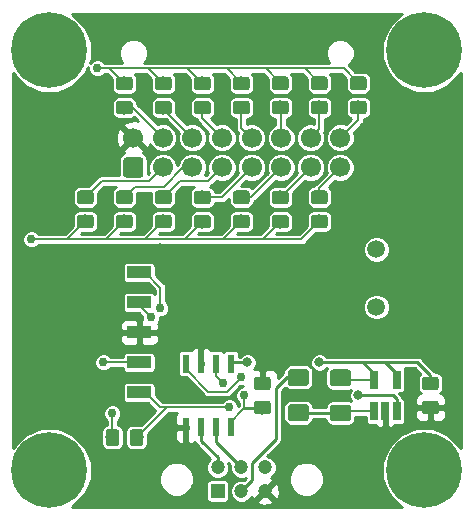
<source format=gbr>
G04 #@! TF.GenerationSoftware,KiCad,Pcbnew,(5.0.1)-3*
G04 #@! TF.CreationDate,2020-02-19T12:47:53-05:00*
G04 #@! TF.ProjectId,fill_sensing,66696C6C5F73656E73696E672E6B6963,rev?*
G04 #@! TF.SameCoordinates,Original*
G04 #@! TF.FileFunction,Copper,L2,Bot,Signal*
G04 #@! TF.FilePolarity,Positive*
%FSLAX46Y46*%
G04 Gerber Fmt 4.6, Leading zero omitted, Abs format (unit mm)*
G04 Created by KiCad (PCBNEW (5.0.1)-3) date 2020-02-19 12:47:53 PM*
%MOMM*%
%LPD*%
G01*
G04 APERTURE LIST*
G04 #@! TA.AperFunction,ComponentPad*
%ADD10C,6.400000*%
G04 #@! TD*
G04 #@! TA.AperFunction,Conductor*
%ADD11C,0.100000*%
G04 #@! TD*
G04 #@! TA.AperFunction,ComponentPad*
%ADD12C,1.700000*%
G04 #@! TD*
G04 #@! TA.AperFunction,SMDPad,CuDef*
%ADD13C,1.150000*%
G04 #@! TD*
G04 #@! TA.AperFunction,SMDPad,CuDef*
%ADD14C,1.425000*%
G04 #@! TD*
G04 #@! TA.AperFunction,SMDPad,CuDef*
%ADD15R,2.000000X1.000000*%
G04 #@! TD*
G04 #@! TA.AperFunction,ComponentPad*
%ADD16C,1.200000*%
G04 #@! TD*
G04 #@! TA.AperFunction,ComponentPad*
%ADD17R,1.200000X1.200000*%
G04 #@! TD*
G04 #@! TA.AperFunction,SMDPad,CuDef*
%ADD18R,0.650000X1.560000*%
G04 #@! TD*
G04 #@! TA.AperFunction,SMDPad,CuDef*
%ADD19R,0.600000X1.550000*%
G04 #@! TD*
G04 #@! TA.AperFunction,ComponentPad*
%ADD20C,1.500000*%
G04 #@! TD*
G04 #@! TA.AperFunction,ViaPad*
%ADD21C,0.800000*%
G04 #@! TD*
G04 #@! TA.AperFunction,ViaPad*
%ADD22C,0.762000*%
G04 #@! TD*
G04 #@! TA.AperFunction,Conductor*
%ADD23C,0.203200*%
G04 #@! TD*
G04 #@! TA.AperFunction,Conductor*
%ADD24C,0.250000*%
G04 #@! TD*
G04 #@! TA.AperFunction,Conductor*
%ADD25C,0.254000*%
G04 #@! TD*
G04 APERTURE END LIST*
D10*
G04 #@! TO.P,REF\002A\002A,1*
G04 #@! TO.N,N/C*
X136398000Y-68326000D03*
G04 #@! TD*
D11*
G04 #@! TO.N,+5V*
G04 #@! TO.C,J3*
G36*
X112384504Y-77383204D02*
X112408773Y-77386804D01*
X112432571Y-77392765D01*
X112455671Y-77401030D01*
X112477849Y-77411520D01*
X112498893Y-77424133D01*
X112518598Y-77438747D01*
X112536777Y-77455223D01*
X112553253Y-77473402D01*
X112567867Y-77493107D01*
X112580480Y-77514151D01*
X112590970Y-77536329D01*
X112599235Y-77559429D01*
X112605196Y-77583227D01*
X112608796Y-77607496D01*
X112610000Y-77632000D01*
X112610000Y-78832000D01*
X112608796Y-78856504D01*
X112605196Y-78880773D01*
X112599235Y-78904571D01*
X112590970Y-78927671D01*
X112580480Y-78949849D01*
X112567867Y-78970893D01*
X112553253Y-78990598D01*
X112536777Y-79008777D01*
X112518598Y-79025253D01*
X112498893Y-79039867D01*
X112477849Y-79052480D01*
X112455671Y-79062970D01*
X112432571Y-79071235D01*
X112408773Y-79077196D01*
X112384504Y-79080796D01*
X112360000Y-79082000D01*
X111160000Y-79082000D01*
X111135496Y-79080796D01*
X111111227Y-79077196D01*
X111087429Y-79071235D01*
X111064329Y-79062970D01*
X111042151Y-79052480D01*
X111021107Y-79039867D01*
X111001402Y-79025253D01*
X110983223Y-79008777D01*
X110966747Y-78990598D01*
X110952133Y-78970893D01*
X110939520Y-78949849D01*
X110929030Y-78927671D01*
X110920765Y-78904571D01*
X110914804Y-78880773D01*
X110911204Y-78856504D01*
X110910000Y-78832000D01*
X110910000Y-77632000D01*
X110911204Y-77607496D01*
X110914804Y-77583227D01*
X110920765Y-77559429D01*
X110929030Y-77536329D01*
X110939520Y-77514151D01*
X110952133Y-77493107D01*
X110966747Y-77473402D01*
X110983223Y-77455223D01*
X111001402Y-77438747D01*
X111021107Y-77424133D01*
X111042151Y-77411520D01*
X111064329Y-77401030D01*
X111087429Y-77392765D01*
X111111227Y-77386804D01*
X111135496Y-77383204D01*
X111160000Y-77382000D01*
X112360000Y-77382000D01*
X112384504Y-77383204D01*
X112384504Y-77383204D01*
G37*
D12*
G04 #@! TD*
G04 #@! TO.P,J3,1*
G04 #@! TO.N,+5V*
X111760000Y-78232000D03*
G04 #@! TO.P,J3,2*
G04 #@! TO.N,/HALL_1*
X114260000Y-78232000D03*
G04 #@! TO.P,J3,3*
G04 #@! TO.N,/HALL_2*
X116760000Y-78232000D03*
G04 #@! TO.P,J3,4*
G04 #@! TO.N,/HALL_3*
X119260000Y-78232000D03*
G04 #@! TO.P,J3,5*
G04 #@! TO.N,/HALL_4*
X121760000Y-78232000D03*
G04 #@! TO.P,J3,6*
G04 #@! TO.N,/HALL_5*
X124260000Y-78232000D03*
G04 #@! TO.P,J3,7*
G04 #@! TO.N,/HALL_6*
X126760000Y-78232000D03*
G04 #@! TO.P,J3,8*
G04 #@! TO.N,/HALL_7*
X129260000Y-78232000D03*
G04 #@! TO.P,J3,9*
G04 #@! TO.N,GND*
X111760000Y-75732000D03*
G04 #@! TO.P,J3,10*
G04 #@! TO.N,/HALL_14*
X114260000Y-75732000D03*
G04 #@! TO.P,J3,11*
G04 #@! TO.N,/HALL_13*
X116760000Y-75732000D03*
G04 #@! TO.P,J3,12*
G04 #@! TO.N,/HALL_12*
X119260000Y-75732000D03*
G04 #@! TO.P,J3,13*
G04 #@! TO.N,/HALL_11*
X121760000Y-75732000D03*
G04 #@! TO.P,J3,14*
G04 #@! TO.N,/HALL_10*
X124260000Y-75732000D03*
G04 #@! TO.P,J3,15*
G04 #@! TO.N,/HALL_9*
X126760000Y-75732000D03*
G04 #@! TO.P,J3,16*
G04 #@! TO.N,/HALL_8*
X129260000Y-75732000D03*
G04 #@! TD*
D10*
G04 #@! TO.P,REF\002A\002A,1*
G04 #@! TO.N,N/C*
X104648000Y-103886000D03*
G04 #@! TD*
G04 #@! TO.P,REF\002A\002A,1*
G04 #@! TO.N,N/C*
X136398000Y-103886000D03*
G04 #@! TD*
D11*
G04 #@! TO.N,GND*
G04 #@! TO.C,C1*
G36*
X137380505Y-97987204D02*
X137404773Y-97990804D01*
X137428572Y-97996765D01*
X137451671Y-98005030D01*
X137473850Y-98015520D01*
X137494893Y-98028132D01*
X137514599Y-98042747D01*
X137532777Y-98059223D01*
X137549253Y-98077401D01*
X137563868Y-98097107D01*
X137576480Y-98118150D01*
X137586970Y-98140329D01*
X137595235Y-98163428D01*
X137601196Y-98187227D01*
X137604796Y-98211495D01*
X137606000Y-98235999D01*
X137606000Y-98886001D01*
X137604796Y-98910505D01*
X137601196Y-98934773D01*
X137595235Y-98958572D01*
X137586970Y-98981671D01*
X137576480Y-99003850D01*
X137563868Y-99024893D01*
X137549253Y-99044599D01*
X137532777Y-99062777D01*
X137514599Y-99079253D01*
X137494893Y-99093868D01*
X137473850Y-99106480D01*
X137451671Y-99116970D01*
X137428572Y-99125235D01*
X137404773Y-99131196D01*
X137380505Y-99134796D01*
X137356001Y-99136000D01*
X136455999Y-99136000D01*
X136431495Y-99134796D01*
X136407227Y-99131196D01*
X136383428Y-99125235D01*
X136360329Y-99116970D01*
X136338150Y-99106480D01*
X136317107Y-99093868D01*
X136297401Y-99079253D01*
X136279223Y-99062777D01*
X136262747Y-99044599D01*
X136248132Y-99024893D01*
X136235520Y-99003850D01*
X136225030Y-98981671D01*
X136216765Y-98958572D01*
X136210804Y-98934773D01*
X136207204Y-98910505D01*
X136206000Y-98886001D01*
X136206000Y-98235999D01*
X136207204Y-98211495D01*
X136210804Y-98187227D01*
X136216765Y-98163428D01*
X136225030Y-98140329D01*
X136235520Y-98118150D01*
X136248132Y-98097107D01*
X136262747Y-98077401D01*
X136279223Y-98059223D01*
X136297401Y-98042747D01*
X136317107Y-98028132D01*
X136338150Y-98015520D01*
X136360329Y-98005030D01*
X136383428Y-97996765D01*
X136407227Y-97990804D01*
X136431495Y-97987204D01*
X136455999Y-97986000D01*
X137356001Y-97986000D01*
X137380505Y-97987204D01*
X137380505Y-97987204D01*
G37*
D13*
G04 #@! TD*
G04 #@! TO.P,C1,1*
G04 #@! TO.N,GND*
X136906000Y-98561000D03*
D11*
G04 #@! TO.N,+5V*
G04 #@! TO.C,C1*
G36*
X137380505Y-95937204D02*
X137404773Y-95940804D01*
X137428572Y-95946765D01*
X137451671Y-95955030D01*
X137473850Y-95965520D01*
X137494893Y-95978132D01*
X137514599Y-95992747D01*
X137532777Y-96009223D01*
X137549253Y-96027401D01*
X137563868Y-96047107D01*
X137576480Y-96068150D01*
X137586970Y-96090329D01*
X137595235Y-96113428D01*
X137601196Y-96137227D01*
X137604796Y-96161495D01*
X137606000Y-96185999D01*
X137606000Y-96836001D01*
X137604796Y-96860505D01*
X137601196Y-96884773D01*
X137595235Y-96908572D01*
X137586970Y-96931671D01*
X137576480Y-96953850D01*
X137563868Y-96974893D01*
X137549253Y-96994599D01*
X137532777Y-97012777D01*
X137514599Y-97029253D01*
X137494893Y-97043868D01*
X137473850Y-97056480D01*
X137451671Y-97066970D01*
X137428572Y-97075235D01*
X137404773Y-97081196D01*
X137380505Y-97084796D01*
X137356001Y-97086000D01*
X136455999Y-97086000D01*
X136431495Y-97084796D01*
X136407227Y-97081196D01*
X136383428Y-97075235D01*
X136360329Y-97066970D01*
X136338150Y-97056480D01*
X136317107Y-97043868D01*
X136297401Y-97029253D01*
X136279223Y-97012777D01*
X136262747Y-96994599D01*
X136248132Y-96974893D01*
X136235520Y-96953850D01*
X136225030Y-96931671D01*
X136216765Y-96908572D01*
X136210804Y-96884773D01*
X136207204Y-96860505D01*
X136206000Y-96836001D01*
X136206000Y-96185999D01*
X136207204Y-96161495D01*
X136210804Y-96137227D01*
X136216765Y-96113428D01*
X136225030Y-96090329D01*
X136235520Y-96068150D01*
X136248132Y-96047107D01*
X136262747Y-96027401D01*
X136279223Y-96009223D01*
X136297401Y-95992747D01*
X136317107Y-95978132D01*
X136338150Y-95965520D01*
X136360329Y-95955030D01*
X136383428Y-95946765D01*
X136407227Y-95940804D01*
X136431495Y-95937204D01*
X136455999Y-95936000D01*
X137356001Y-95936000D01*
X137380505Y-95937204D01*
X137380505Y-95937204D01*
G37*
D13*
G04 #@! TD*
G04 #@! TO.P,C1,2*
G04 #@! TO.N,+5V*
X136906000Y-96511000D03*
D11*
G04 #@! TO.N,GND*
G04 #@! TO.C,C3*
G36*
X123156505Y-95937204D02*
X123180773Y-95940804D01*
X123204572Y-95946765D01*
X123227671Y-95955030D01*
X123249850Y-95965520D01*
X123270893Y-95978132D01*
X123290599Y-95992747D01*
X123308777Y-96009223D01*
X123325253Y-96027401D01*
X123339868Y-96047107D01*
X123352480Y-96068150D01*
X123362970Y-96090329D01*
X123371235Y-96113428D01*
X123377196Y-96137227D01*
X123380796Y-96161495D01*
X123382000Y-96185999D01*
X123382000Y-96836001D01*
X123380796Y-96860505D01*
X123377196Y-96884773D01*
X123371235Y-96908572D01*
X123362970Y-96931671D01*
X123352480Y-96953850D01*
X123339868Y-96974893D01*
X123325253Y-96994599D01*
X123308777Y-97012777D01*
X123290599Y-97029253D01*
X123270893Y-97043868D01*
X123249850Y-97056480D01*
X123227671Y-97066970D01*
X123204572Y-97075235D01*
X123180773Y-97081196D01*
X123156505Y-97084796D01*
X123132001Y-97086000D01*
X122231999Y-97086000D01*
X122207495Y-97084796D01*
X122183227Y-97081196D01*
X122159428Y-97075235D01*
X122136329Y-97066970D01*
X122114150Y-97056480D01*
X122093107Y-97043868D01*
X122073401Y-97029253D01*
X122055223Y-97012777D01*
X122038747Y-96994599D01*
X122024132Y-96974893D01*
X122011520Y-96953850D01*
X122001030Y-96931671D01*
X121992765Y-96908572D01*
X121986804Y-96884773D01*
X121983204Y-96860505D01*
X121982000Y-96836001D01*
X121982000Y-96185999D01*
X121983204Y-96161495D01*
X121986804Y-96137227D01*
X121992765Y-96113428D01*
X122001030Y-96090329D01*
X122011520Y-96068150D01*
X122024132Y-96047107D01*
X122038747Y-96027401D01*
X122055223Y-96009223D01*
X122073401Y-95992747D01*
X122093107Y-95978132D01*
X122114150Y-95965520D01*
X122136329Y-95955030D01*
X122159428Y-95946765D01*
X122183227Y-95940804D01*
X122207495Y-95937204D01*
X122231999Y-95936000D01*
X123132001Y-95936000D01*
X123156505Y-95937204D01*
X123156505Y-95937204D01*
G37*
D13*
G04 #@! TD*
G04 #@! TO.P,C3,2*
G04 #@! TO.N,GND*
X122682000Y-96511000D03*
D11*
G04 #@! TO.N,+5V*
G04 #@! TO.C,C3*
G36*
X123156505Y-97987204D02*
X123180773Y-97990804D01*
X123204572Y-97996765D01*
X123227671Y-98005030D01*
X123249850Y-98015520D01*
X123270893Y-98028132D01*
X123290599Y-98042747D01*
X123308777Y-98059223D01*
X123325253Y-98077401D01*
X123339868Y-98097107D01*
X123352480Y-98118150D01*
X123362970Y-98140329D01*
X123371235Y-98163428D01*
X123377196Y-98187227D01*
X123380796Y-98211495D01*
X123382000Y-98235999D01*
X123382000Y-98886001D01*
X123380796Y-98910505D01*
X123377196Y-98934773D01*
X123371235Y-98958572D01*
X123362970Y-98981671D01*
X123352480Y-99003850D01*
X123339868Y-99024893D01*
X123325253Y-99044599D01*
X123308777Y-99062777D01*
X123290599Y-99079253D01*
X123270893Y-99093868D01*
X123249850Y-99106480D01*
X123227671Y-99116970D01*
X123204572Y-99125235D01*
X123180773Y-99131196D01*
X123156505Y-99134796D01*
X123132001Y-99136000D01*
X122231999Y-99136000D01*
X122207495Y-99134796D01*
X122183227Y-99131196D01*
X122159428Y-99125235D01*
X122136329Y-99116970D01*
X122114150Y-99106480D01*
X122093107Y-99093868D01*
X122073401Y-99079253D01*
X122055223Y-99062777D01*
X122038747Y-99044599D01*
X122024132Y-99024893D01*
X122011520Y-99003850D01*
X122001030Y-98981671D01*
X121992765Y-98958572D01*
X121986804Y-98934773D01*
X121983204Y-98910505D01*
X121982000Y-98886001D01*
X121982000Y-98235999D01*
X121983204Y-98211495D01*
X121986804Y-98187227D01*
X121992765Y-98163428D01*
X122001030Y-98140329D01*
X122011520Y-98118150D01*
X122024132Y-98097107D01*
X122038747Y-98077401D01*
X122055223Y-98059223D01*
X122073401Y-98042747D01*
X122093107Y-98028132D01*
X122114150Y-98015520D01*
X122136329Y-98005030D01*
X122159428Y-97996765D01*
X122183227Y-97990804D01*
X122207495Y-97987204D01*
X122231999Y-97986000D01*
X123132001Y-97986000D01*
X123156505Y-97987204D01*
X123156505Y-97987204D01*
G37*
D13*
G04 #@! TD*
G04 #@! TO.P,C3,1*
G04 #@! TO.N,+5V*
X122682000Y-98561000D03*
D11*
G04 #@! TO.N,+5V*
G04 #@! TO.C,R4*
G36*
X110331505Y-100393204D02*
X110355773Y-100396804D01*
X110379572Y-100402765D01*
X110402671Y-100411030D01*
X110424850Y-100421520D01*
X110445893Y-100434132D01*
X110465599Y-100448747D01*
X110483777Y-100465223D01*
X110500253Y-100483401D01*
X110514868Y-100503107D01*
X110527480Y-100524150D01*
X110537970Y-100546329D01*
X110546235Y-100569428D01*
X110552196Y-100593227D01*
X110555796Y-100617495D01*
X110557000Y-100641999D01*
X110557000Y-101542001D01*
X110555796Y-101566505D01*
X110552196Y-101590773D01*
X110546235Y-101614572D01*
X110537970Y-101637671D01*
X110527480Y-101659850D01*
X110514868Y-101680893D01*
X110500253Y-101700599D01*
X110483777Y-101718777D01*
X110465599Y-101735253D01*
X110445893Y-101749868D01*
X110424850Y-101762480D01*
X110402671Y-101772970D01*
X110379572Y-101781235D01*
X110355773Y-101787196D01*
X110331505Y-101790796D01*
X110307001Y-101792000D01*
X109656999Y-101792000D01*
X109632495Y-101790796D01*
X109608227Y-101787196D01*
X109584428Y-101781235D01*
X109561329Y-101772970D01*
X109539150Y-101762480D01*
X109518107Y-101749868D01*
X109498401Y-101735253D01*
X109480223Y-101718777D01*
X109463747Y-101700599D01*
X109449132Y-101680893D01*
X109436520Y-101659850D01*
X109426030Y-101637671D01*
X109417765Y-101614572D01*
X109411804Y-101590773D01*
X109408204Y-101566505D01*
X109407000Y-101542001D01*
X109407000Y-100641999D01*
X109408204Y-100617495D01*
X109411804Y-100593227D01*
X109417765Y-100569428D01*
X109426030Y-100546329D01*
X109436520Y-100524150D01*
X109449132Y-100503107D01*
X109463747Y-100483401D01*
X109480223Y-100465223D01*
X109498401Y-100448747D01*
X109518107Y-100434132D01*
X109539150Y-100421520D01*
X109561329Y-100411030D01*
X109584428Y-100402765D01*
X109608227Y-100396804D01*
X109632495Y-100393204D01*
X109656999Y-100392000D01*
X110307001Y-100392000D01*
X110331505Y-100393204D01*
X110331505Y-100393204D01*
G37*
D13*
G04 #@! TD*
G04 #@! TO.P,R4,1*
G04 #@! TO.N,+5V*
X109982000Y-101092000D03*
D11*
G04 #@! TO.N,/~MCLR*
G04 #@! TO.C,R4*
G36*
X112381505Y-100393204D02*
X112405773Y-100396804D01*
X112429572Y-100402765D01*
X112452671Y-100411030D01*
X112474850Y-100421520D01*
X112495893Y-100434132D01*
X112515599Y-100448747D01*
X112533777Y-100465223D01*
X112550253Y-100483401D01*
X112564868Y-100503107D01*
X112577480Y-100524150D01*
X112587970Y-100546329D01*
X112596235Y-100569428D01*
X112602196Y-100593227D01*
X112605796Y-100617495D01*
X112607000Y-100641999D01*
X112607000Y-101542001D01*
X112605796Y-101566505D01*
X112602196Y-101590773D01*
X112596235Y-101614572D01*
X112587970Y-101637671D01*
X112577480Y-101659850D01*
X112564868Y-101680893D01*
X112550253Y-101700599D01*
X112533777Y-101718777D01*
X112515599Y-101735253D01*
X112495893Y-101749868D01*
X112474850Y-101762480D01*
X112452671Y-101772970D01*
X112429572Y-101781235D01*
X112405773Y-101787196D01*
X112381505Y-101790796D01*
X112357001Y-101792000D01*
X111706999Y-101792000D01*
X111682495Y-101790796D01*
X111658227Y-101787196D01*
X111634428Y-101781235D01*
X111611329Y-101772970D01*
X111589150Y-101762480D01*
X111568107Y-101749868D01*
X111548401Y-101735253D01*
X111530223Y-101718777D01*
X111513747Y-101700599D01*
X111499132Y-101680893D01*
X111486520Y-101659850D01*
X111476030Y-101637671D01*
X111467765Y-101614572D01*
X111461804Y-101590773D01*
X111458204Y-101566505D01*
X111457000Y-101542001D01*
X111457000Y-100641999D01*
X111458204Y-100617495D01*
X111461804Y-100593227D01*
X111467765Y-100569428D01*
X111476030Y-100546329D01*
X111486520Y-100524150D01*
X111499132Y-100503107D01*
X111513747Y-100483401D01*
X111530223Y-100465223D01*
X111548401Y-100448747D01*
X111568107Y-100434132D01*
X111589150Y-100421520D01*
X111611329Y-100411030D01*
X111634428Y-100402765D01*
X111658227Y-100396804D01*
X111682495Y-100393204D01*
X111706999Y-100392000D01*
X112357001Y-100392000D01*
X112381505Y-100393204D01*
X112381505Y-100393204D01*
G37*
D13*
G04 #@! TD*
G04 #@! TO.P,R4,2*
G04 #@! TO.N,/~MCLR*
X112032000Y-101092000D03*
D11*
G04 #@! TO.N,+5V*
G04 #@! TO.C,R6*
G36*
X111472505Y-70546204D02*
X111496773Y-70549804D01*
X111520572Y-70555765D01*
X111543671Y-70564030D01*
X111565850Y-70574520D01*
X111586893Y-70587132D01*
X111606599Y-70601747D01*
X111624777Y-70618223D01*
X111641253Y-70636401D01*
X111655868Y-70656107D01*
X111668480Y-70677150D01*
X111678970Y-70699329D01*
X111687235Y-70722428D01*
X111693196Y-70746227D01*
X111696796Y-70770495D01*
X111698000Y-70794999D01*
X111698000Y-71445001D01*
X111696796Y-71469505D01*
X111693196Y-71493773D01*
X111687235Y-71517572D01*
X111678970Y-71540671D01*
X111668480Y-71562850D01*
X111655868Y-71583893D01*
X111641253Y-71603599D01*
X111624777Y-71621777D01*
X111606599Y-71638253D01*
X111586893Y-71652868D01*
X111565850Y-71665480D01*
X111543671Y-71675970D01*
X111520572Y-71684235D01*
X111496773Y-71690196D01*
X111472505Y-71693796D01*
X111448001Y-71695000D01*
X110547999Y-71695000D01*
X110523495Y-71693796D01*
X110499227Y-71690196D01*
X110475428Y-71684235D01*
X110452329Y-71675970D01*
X110430150Y-71665480D01*
X110409107Y-71652868D01*
X110389401Y-71638253D01*
X110371223Y-71621777D01*
X110354747Y-71603599D01*
X110340132Y-71583893D01*
X110327520Y-71562850D01*
X110317030Y-71540671D01*
X110308765Y-71517572D01*
X110302804Y-71493773D01*
X110299204Y-71469505D01*
X110298000Y-71445001D01*
X110298000Y-70794999D01*
X110299204Y-70770495D01*
X110302804Y-70746227D01*
X110308765Y-70722428D01*
X110317030Y-70699329D01*
X110327520Y-70677150D01*
X110340132Y-70656107D01*
X110354747Y-70636401D01*
X110371223Y-70618223D01*
X110389401Y-70601747D01*
X110409107Y-70587132D01*
X110430150Y-70574520D01*
X110452329Y-70564030D01*
X110475428Y-70555765D01*
X110499227Y-70549804D01*
X110523495Y-70546204D01*
X110547999Y-70545000D01*
X111448001Y-70545000D01*
X111472505Y-70546204D01*
X111472505Y-70546204D01*
G37*
D13*
G04 #@! TD*
G04 #@! TO.P,R6,1*
G04 #@! TO.N,+5V*
X110998000Y-71120000D03*
D11*
G04 #@! TO.N,/HALL_14*
G04 #@! TO.C,R6*
G36*
X111472505Y-72596204D02*
X111496773Y-72599804D01*
X111520572Y-72605765D01*
X111543671Y-72614030D01*
X111565850Y-72624520D01*
X111586893Y-72637132D01*
X111606599Y-72651747D01*
X111624777Y-72668223D01*
X111641253Y-72686401D01*
X111655868Y-72706107D01*
X111668480Y-72727150D01*
X111678970Y-72749329D01*
X111687235Y-72772428D01*
X111693196Y-72796227D01*
X111696796Y-72820495D01*
X111698000Y-72844999D01*
X111698000Y-73495001D01*
X111696796Y-73519505D01*
X111693196Y-73543773D01*
X111687235Y-73567572D01*
X111678970Y-73590671D01*
X111668480Y-73612850D01*
X111655868Y-73633893D01*
X111641253Y-73653599D01*
X111624777Y-73671777D01*
X111606599Y-73688253D01*
X111586893Y-73702868D01*
X111565850Y-73715480D01*
X111543671Y-73725970D01*
X111520572Y-73734235D01*
X111496773Y-73740196D01*
X111472505Y-73743796D01*
X111448001Y-73745000D01*
X110547999Y-73745000D01*
X110523495Y-73743796D01*
X110499227Y-73740196D01*
X110475428Y-73734235D01*
X110452329Y-73725970D01*
X110430150Y-73715480D01*
X110409107Y-73702868D01*
X110389401Y-73688253D01*
X110371223Y-73671777D01*
X110354747Y-73653599D01*
X110340132Y-73633893D01*
X110327520Y-73612850D01*
X110317030Y-73590671D01*
X110308765Y-73567572D01*
X110302804Y-73543773D01*
X110299204Y-73519505D01*
X110298000Y-73495001D01*
X110298000Y-72844999D01*
X110299204Y-72820495D01*
X110302804Y-72796227D01*
X110308765Y-72772428D01*
X110317030Y-72749329D01*
X110327520Y-72727150D01*
X110340132Y-72706107D01*
X110354747Y-72686401D01*
X110371223Y-72668223D01*
X110389401Y-72651747D01*
X110409107Y-72637132D01*
X110430150Y-72624520D01*
X110452329Y-72614030D01*
X110475428Y-72605765D01*
X110499227Y-72599804D01*
X110523495Y-72596204D01*
X110547999Y-72595000D01*
X111448001Y-72595000D01*
X111472505Y-72596204D01*
X111472505Y-72596204D01*
G37*
D13*
G04 #@! TD*
G04 #@! TO.P,R6,2*
G04 #@! TO.N,/HALL_14*
X110998000Y-73170000D03*
D11*
G04 #@! TO.N,/HALL_13*
G04 #@! TO.C,R7*
G36*
X114774505Y-72596204D02*
X114798773Y-72599804D01*
X114822572Y-72605765D01*
X114845671Y-72614030D01*
X114867850Y-72624520D01*
X114888893Y-72637132D01*
X114908599Y-72651747D01*
X114926777Y-72668223D01*
X114943253Y-72686401D01*
X114957868Y-72706107D01*
X114970480Y-72727150D01*
X114980970Y-72749329D01*
X114989235Y-72772428D01*
X114995196Y-72796227D01*
X114998796Y-72820495D01*
X115000000Y-72844999D01*
X115000000Y-73495001D01*
X114998796Y-73519505D01*
X114995196Y-73543773D01*
X114989235Y-73567572D01*
X114980970Y-73590671D01*
X114970480Y-73612850D01*
X114957868Y-73633893D01*
X114943253Y-73653599D01*
X114926777Y-73671777D01*
X114908599Y-73688253D01*
X114888893Y-73702868D01*
X114867850Y-73715480D01*
X114845671Y-73725970D01*
X114822572Y-73734235D01*
X114798773Y-73740196D01*
X114774505Y-73743796D01*
X114750001Y-73745000D01*
X113849999Y-73745000D01*
X113825495Y-73743796D01*
X113801227Y-73740196D01*
X113777428Y-73734235D01*
X113754329Y-73725970D01*
X113732150Y-73715480D01*
X113711107Y-73702868D01*
X113691401Y-73688253D01*
X113673223Y-73671777D01*
X113656747Y-73653599D01*
X113642132Y-73633893D01*
X113629520Y-73612850D01*
X113619030Y-73590671D01*
X113610765Y-73567572D01*
X113604804Y-73543773D01*
X113601204Y-73519505D01*
X113600000Y-73495001D01*
X113600000Y-72844999D01*
X113601204Y-72820495D01*
X113604804Y-72796227D01*
X113610765Y-72772428D01*
X113619030Y-72749329D01*
X113629520Y-72727150D01*
X113642132Y-72706107D01*
X113656747Y-72686401D01*
X113673223Y-72668223D01*
X113691401Y-72651747D01*
X113711107Y-72637132D01*
X113732150Y-72624520D01*
X113754329Y-72614030D01*
X113777428Y-72605765D01*
X113801227Y-72599804D01*
X113825495Y-72596204D01*
X113849999Y-72595000D01*
X114750001Y-72595000D01*
X114774505Y-72596204D01*
X114774505Y-72596204D01*
G37*
D13*
G04 #@! TD*
G04 #@! TO.P,R7,2*
G04 #@! TO.N,/HALL_13*
X114300000Y-73170000D03*
D11*
G04 #@! TO.N,+5V*
G04 #@! TO.C,R7*
G36*
X114774505Y-70546204D02*
X114798773Y-70549804D01*
X114822572Y-70555765D01*
X114845671Y-70564030D01*
X114867850Y-70574520D01*
X114888893Y-70587132D01*
X114908599Y-70601747D01*
X114926777Y-70618223D01*
X114943253Y-70636401D01*
X114957868Y-70656107D01*
X114970480Y-70677150D01*
X114980970Y-70699329D01*
X114989235Y-70722428D01*
X114995196Y-70746227D01*
X114998796Y-70770495D01*
X115000000Y-70794999D01*
X115000000Y-71445001D01*
X114998796Y-71469505D01*
X114995196Y-71493773D01*
X114989235Y-71517572D01*
X114980970Y-71540671D01*
X114970480Y-71562850D01*
X114957868Y-71583893D01*
X114943253Y-71603599D01*
X114926777Y-71621777D01*
X114908599Y-71638253D01*
X114888893Y-71652868D01*
X114867850Y-71665480D01*
X114845671Y-71675970D01*
X114822572Y-71684235D01*
X114798773Y-71690196D01*
X114774505Y-71693796D01*
X114750001Y-71695000D01*
X113849999Y-71695000D01*
X113825495Y-71693796D01*
X113801227Y-71690196D01*
X113777428Y-71684235D01*
X113754329Y-71675970D01*
X113732150Y-71665480D01*
X113711107Y-71652868D01*
X113691401Y-71638253D01*
X113673223Y-71621777D01*
X113656747Y-71603599D01*
X113642132Y-71583893D01*
X113629520Y-71562850D01*
X113619030Y-71540671D01*
X113610765Y-71517572D01*
X113604804Y-71493773D01*
X113601204Y-71469505D01*
X113600000Y-71445001D01*
X113600000Y-70794999D01*
X113601204Y-70770495D01*
X113604804Y-70746227D01*
X113610765Y-70722428D01*
X113619030Y-70699329D01*
X113629520Y-70677150D01*
X113642132Y-70656107D01*
X113656747Y-70636401D01*
X113673223Y-70618223D01*
X113691401Y-70601747D01*
X113711107Y-70587132D01*
X113732150Y-70574520D01*
X113754329Y-70564030D01*
X113777428Y-70555765D01*
X113801227Y-70549804D01*
X113825495Y-70546204D01*
X113849999Y-70545000D01*
X114750001Y-70545000D01*
X114774505Y-70546204D01*
X114774505Y-70546204D01*
G37*
D13*
G04 #@! TD*
G04 #@! TO.P,R7,1*
G04 #@! TO.N,+5V*
X114300000Y-71120000D03*
D11*
G04 #@! TO.N,+5V*
G04 #@! TO.C,R8*
G36*
X118076505Y-70546204D02*
X118100773Y-70549804D01*
X118124572Y-70555765D01*
X118147671Y-70564030D01*
X118169850Y-70574520D01*
X118190893Y-70587132D01*
X118210599Y-70601747D01*
X118228777Y-70618223D01*
X118245253Y-70636401D01*
X118259868Y-70656107D01*
X118272480Y-70677150D01*
X118282970Y-70699329D01*
X118291235Y-70722428D01*
X118297196Y-70746227D01*
X118300796Y-70770495D01*
X118302000Y-70794999D01*
X118302000Y-71445001D01*
X118300796Y-71469505D01*
X118297196Y-71493773D01*
X118291235Y-71517572D01*
X118282970Y-71540671D01*
X118272480Y-71562850D01*
X118259868Y-71583893D01*
X118245253Y-71603599D01*
X118228777Y-71621777D01*
X118210599Y-71638253D01*
X118190893Y-71652868D01*
X118169850Y-71665480D01*
X118147671Y-71675970D01*
X118124572Y-71684235D01*
X118100773Y-71690196D01*
X118076505Y-71693796D01*
X118052001Y-71695000D01*
X117151999Y-71695000D01*
X117127495Y-71693796D01*
X117103227Y-71690196D01*
X117079428Y-71684235D01*
X117056329Y-71675970D01*
X117034150Y-71665480D01*
X117013107Y-71652868D01*
X116993401Y-71638253D01*
X116975223Y-71621777D01*
X116958747Y-71603599D01*
X116944132Y-71583893D01*
X116931520Y-71562850D01*
X116921030Y-71540671D01*
X116912765Y-71517572D01*
X116906804Y-71493773D01*
X116903204Y-71469505D01*
X116902000Y-71445001D01*
X116902000Y-70794999D01*
X116903204Y-70770495D01*
X116906804Y-70746227D01*
X116912765Y-70722428D01*
X116921030Y-70699329D01*
X116931520Y-70677150D01*
X116944132Y-70656107D01*
X116958747Y-70636401D01*
X116975223Y-70618223D01*
X116993401Y-70601747D01*
X117013107Y-70587132D01*
X117034150Y-70574520D01*
X117056329Y-70564030D01*
X117079428Y-70555765D01*
X117103227Y-70549804D01*
X117127495Y-70546204D01*
X117151999Y-70545000D01*
X118052001Y-70545000D01*
X118076505Y-70546204D01*
X118076505Y-70546204D01*
G37*
D13*
G04 #@! TD*
G04 #@! TO.P,R8,1*
G04 #@! TO.N,+5V*
X117602000Y-71120000D03*
D11*
G04 #@! TO.N,/HALL_12*
G04 #@! TO.C,R8*
G36*
X118076505Y-72596204D02*
X118100773Y-72599804D01*
X118124572Y-72605765D01*
X118147671Y-72614030D01*
X118169850Y-72624520D01*
X118190893Y-72637132D01*
X118210599Y-72651747D01*
X118228777Y-72668223D01*
X118245253Y-72686401D01*
X118259868Y-72706107D01*
X118272480Y-72727150D01*
X118282970Y-72749329D01*
X118291235Y-72772428D01*
X118297196Y-72796227D01*
X118300796Y-72820495D01*
X118302000Y-72844999D01*
X118302000Y-73495001D01*
X118300796Y-73519505D01*
X118297196Y-73543773D01*
X118291235Y-73567572D01*
X118282970Y-73590671D01*
X118272480Y-73612850D01*
X118259868Y-73633893D01*
X118245253Y-73653599D01*
X118228777Y-73671777D01*
X118210599Y-73688253D01*
X118190893Y-73702868D01*
X118169850Y-73715480D01*
X118147671Y-73725970D01*
X118124572Y-73734235D01*
X118100773Y-73740196D01*
X118076505Y-73743796D01*
X118052001Y-73745000D01*
X117151999Y-73745000D01*
X117127495Y-73743796D01*
X117103227Y-73740196D01*
X117079428Y-73734235D01*
X117056329Y-73725970D01*
X117034150Y-73715480D01*
X117013107Y-73702868D01*
X116993401Y-73688253D01*
X116975223Y-73671777D01*
X116958747Y-73653599D01*
X116944132Y-73633893D01*
X116931520Y-73612850D01*
X116921030Y-73590671D01*
X116912765Y-73567572D01*
X116906804Y-73543773D01*
X116903204Y-73519505D01*
X116902000Y-73495001D01*
X116902000Y-72844999D01*
X116903204Y-72820495D01*
X116906804Y-72796227D01*
X116912765Y-72772428D01*
X116921030Y-72749329D01*
X116931520Y-72727150D01*
X116944132Y-72706107D01*
X116958747Y-72686401D01*
X116975223Y-72668223D01*
X116993401Y-72651747D01*
X117013107Y-72637132D01*
X117034150Y-72624520D01*
X117056329Y-72614030D01*
X117079428Y-72605765D01*
X117103227Y-72599804D01*
X117127495Y-72596204D01*
X117151999Y-72595000D01*
X118052001Y-72595000D01*
X118076505Y-72596204D01*
X118076505Y-72596204D01*
G37*
D13*
G04 #@! TD*
G04 #@! TO.P,R8,2*
G04 #@! TO.N,/HALL_12*
X117602000Y-73170000D03*
D11*
G04 #@! TO.N,/HALL_11*
G04 #@! TO.C,R9*
G36*
X121378505Y-72587204D02*
X121402773Y-72590804D01*
X121426572Y-72596765D01*
X121449671Y-72605030D01*
X121471850Y-72615520D01*
X121492893Y-72628132D01*
X121512599Y-72642747D01*
X121530777Y-72659223D01*
X121547253Y-72677401D01*
X121561868Y-72697107D01*
X121574480Y-72718150D01*
X121584970Y-72740329D01*
X121593235Y-72763428D01*
X121599196Y-72787227D01*
X121602796Y-72811495D01*
X121604000Y-72835999D01*
X121604000Y-73486001D01*
X121602796Y-73510505D01*
X121599196Y-73534773D01*
X121593235Y-73558572D01*
X121584970Y-73581671D01*
X121574480Y-73603850D01*
X121561868Y-73624893D01*
X121547253Y-73644599D01*
X121530777Y-73662777D01*
X121512599Y-73679253D01*
X121492893Y-73693868D01*
X121471850Y-73706480D01*
X121449671Y-73716970D01*
X121426572Y-73725235D01*
X121402773Y-73731196D01*
X121378505Y-73734796D01*
X121354001Y-73736000D01*
X120453999Y-73736000D01*
X120429495Y-73734796D01*
X120405227Y-73731196D01*
X120381428Y-73725235D01*
X120358329Y-73716970D01*
X120336150Y-73706480D01*
X120315107Y-73693868D01*
X120295401Y-73679253D01*
X120277223Y-73662777D01*
X120260747Y-73644599D01*
X120246132Y-73624893D01*
X120233520Y-73603850D01*
X120223030Y-73581671D01*
X120214765Y-73558572D01*
X120208804Y-73534773D01*
X120205204Y-73510505D01*
X120204000Y-73486001D01*
X120204000Y-72835999D01*
X120205204Y-72811495D01*
X120208804Y-72787227D01*
X120214765Y-72763428D01*
X120223030Y-72740329D01*
X120233520Y-72718150D01*
X120246132Y-72697107D01*
X120260747Y-72677401D01*
X120277223Y-72659223D01*
X120295401Y-72642747D01*
X120315107Y-72628132D01*
X120336150Y-72615520D01*
X120358329Y-72605030D01*
X120381428Y-72596765D01*
X120405227Y-72590804D01*
X120429495Y-72587204D01*
X120453999Y-72586000D01*
X121354001Y-72586000D01*
X121378505Y-72587204D01*
X121378505Y-72587204D01*
G37*
D13*
G04 #@! TD*
G04 #@! TO.P,R9,2*
G04 #@! TO.N,/HALL_11*
X120904000Y-73161000D03*
D11*
G04 #@! TO.N,+5V*
G04 #@! TO.C,R9*
G36*
X121378505Y-70537204D02*
X121402773Y-70540804D01*
X121426572Y-70546765D01*
X121449671Y-70555030D01*
X121471850Y-70565520D01*
X121492893Y-70578132D01*
X121512599Y-70592747D01*
X121530777Y-70609223D01*
X121547253Y-70627401D01*
X121561868Y-70647107D01*
X121574480Y-70668150D01*
X121584970Y-70690329D01*
X121593235Y-70713428D01*
X121599196Y-70737227D01*
X121602796Y-70761495D01*
X121604000Y-70785999D01*
X121604000Y-71436001D01*
X121602796Y-71460505D01*
X121599196Y-71484773D01*
X121593235Y-71508572D01*
X121584970Y-71531671D01*
X121574480Y-71553850D01*
X121561868Y-71574893D01*
X121547253Y-71594599D01*
X121530777Y-71612777D01*
X121512599Y-71629253D01*
X121492893Y-71643868D01*
X121471850Y-71656480D01*
X121449671Y-71666970D01*
X121426572Y-71675235D01*
X121402773Y-71681196D01*
X121378505Y-71684796D01*
X121354001Y-71686000D01*
X120453999Y-71686000D01*
X120429495Y-71684796D01*
X120405227Y-71681196D01*
X120381428Y-71675235D01*
X120358329Y-71666970D01*
X120336150Y-71656480D01*
X120315107Y-71643868D01*
X120295401Y-71629253D01*
X120277223Y-71612777D01*
X120260747Y-71594599D01*
X120246132Y-71574893D01*
X120233520Y-71553850D01*
X120223030Y-71531671D01*
X120214765Y-71508572D01*
X120208804Y-71484773D01*
X120205204Y-71460505D01*
X120204000Y-71436001D01*
X120204000Y-70785999D01*
X120205204Y-70761495D01*
X120208804Y-70737227D01*
X120214765Y-70713428D01*
X120223030Y-70690329D01*
X120233520Y-70668150D01*
X120246132Y-70647107D01*
X120260747Y-70627401D01*
X120277223Y-70609223D01*
X120295401Y-70592747D01*
X120315107Y-70578132D01*
X120336150Y-70565520D01*
X120358329Y-70555030D01*
X120381428Y-70546765D01*
X120405227Y-70540804D01*
X120429495Y-70537204D01*
X120453999Y-70536000D01*
X121354001Y-70536000D01*
X121378505Y-70537204D01*
X121378505Y-70537204D01*
G37*
D13*
G04 #@! TD*
G04 #@! TO.P,R9,1*
G04 #@! TO.N,+5V*
X120904000Y-71111000D03*
D11*
G04 #@! TO.N,+5V*
G04 #@! TO.C,R10*
G36*
X124680505Y-70528204D02*
X124704773Y-70531804D01*
X124728572Y-70537765D01*
X124751671Y-70546030D01*
X124773850Y-70556520D01*
X124794893Y-70569132D01*
X124814599Y-70583747D01*
X124832777Y-70600223D01*
X124849253Y-70618401D01*
X124863868Y-70638107D01*
X124876480Y-70659150D01*
X124886970Y-70681329D01*
X124895235Y-70704428D01*
X124901196Y-70728227D01*
X124904796Y-70752495D01*
X124906000Y-70776999D01*
X124906000Y-71427001D01*
X124904796Y-71451505D01*
X124901196Y-71475773D01*
X124895235Y-71499572D01*
X124886970Y-71522671D01*
X124876480Y-71544850D01*
X124863868Y-71565893D01*
X124849253Y-71585599D01*
X124832777Y-71603777D01*
X124814599Y-71620253D01*
X124794893Y-71634868D01*
X124773850Y-71647480D01*
X124751671Y-71657970D01*
X124728572Y-71666235D01*
X124704773Y-71672196D01*
X124680505Y-71675796D01*
X124656001Y-71677000D01*
X123755999Y-71677000D01*
X123731495Y-71675796D01*
X123707227Y-71672196D01*
X123683428Y-71666235D01*
X123660329Y-71657970D01*
X123638150Y-71647480D01*
X123617107Y-71634868D01*
X123597401Y-71620253D01*
X123579223Y-71603777D01*
X123562747Y-71585599D01*
X123548132Y-71565893D01*
X123535520Y-71544850D01*
X123525030Y-71522671D01*
X123516765Y-71499572D01*
X123510804Y-71475773D01*
X123507204Y-71451505D01*
X123506000Y-71427001D01*
X123506000Y-70776999D01*
X123507204Y-70752495D01*
X123510804Y-70728227D01*
X123516765Y-70704428D01*
X123525030Y-70681329D01*
X123535520Y-70659150D01*
X123548132Y-70638107D01*
X123562747Y-70618401D01*
X123579223Y-70600223D01*
X123597401Y-70583747D01*
X123617107Y-70569132D01*
X123638150Y-70556520D01*
X123660329Y-70546030D01*
X123683428Y-70537765D01*
X123707227Y-70531804D01*
X123731495Y-70528204D01*
X123755999Y-70527000D01*
X124656001Y-70527000D01*
X124680505Y-70528204D01*
X124680505Y-70528204D01*
G37*
D13*
G04 #@! TD*
G04 #@! TO.P,R10,1*
G04 #@! TO.N,+5V*
X124206000Y-71102000D03*
D11*
G04 #@! TO.N,/HALL_10*
G04 #@! TO.C,R10*
G36*
X124680505Y-72578204D02*
X124704773Y-72581804D01*
X124728572Y-72587765D01*
X124751671Y-72596030D01*
X124773850Y-72606520D01*
X124794893Y-72619132D01*
X124814599Y-72633747D01*
X124832777Y-72650223D01*
X124849253Y-72668401D01*
X124863868Y-72688107D01*
X124876480Y-72709150D01*
X124886970Y-72731329D01*
X124895235Y-72754428D01*
X124901196Y-72778227D01*
X124904796Y-72802495D01*
X124906000Y-72826999D01*
X124906000Y-73477001D01*
X124904796Y-73501505D01*
X124901196Y-73525773D01*
X124895235Y-73549572D01*
X124886970Y-73572671D01*
X124876480Y-73594850D01*
X124863868Y-73615893D01*
X124849253Y-73635599D01*
X124832777Y-73653777D01*
X124814599Y-73670253D01*
X124794893Y-73684868D01*
X124773850Y-73697480D01*
X124751671Y-73707970D01*
X124728572Y-73716235D01*
X124704773Y-73722196D01*
X124680505Y-73725796D01*
X124656001Y-73727000D01*
X123755999Y-73727000D01*
X123731495Y-73725796D01*
X123707227Y-73722196D01*
X123683428Y-73716235D01*
X123660329Y-73707970D01*
X123638150Y-73697480D01*
X123617107Y-73684868D01*
X123597401Y-73670253D01*
X123579223Y-73653777D01*
X123562747Y-73635599D01*
X123548132Y-73615893D01*
X123535520Y-73594850D01*
X123525030Y-73572671D01*
X123516765Y-73549572D01*
X123510804Y-73525773D01*
X123507204Y-73501505D01*
X123506000Y-73477001D01*
X123506000Y-72826999D01*
X123507204Y-72802495D01*
X123510804Y-72778227D01*
X123516765Y-72754428D01*
X123525030Y-72731329D01*
X123535520Y-72709150D01*
X123548132Y-72688107D01*
X123562747Y-72668401D01*
X123579223Y-72650223D01*
X123597401Y-72633747D01*
X123617107Y-72619132D01*
X123638150Y-72606520D01*
X123660329Y-72596030D01*
X123683428Y-72587765D01*
X123707227Y-72581804D01*
X123731495Y-72578204D01*
X123755999Y-72577000D01*
X124656001Y-72577000D01*
X124680505Y-72578204D01*
X124680505Y-72578204D01*
G37*
D13*
G04 #@! TD*
G04 #@! TO.P,R10,2*
G04 #@! TO.N,/HALL_10*
X124206000Y-73152000D03*
D11*
G04 #@! TO.N,/HALL_9*
G04 #@! TO.C,R11*
G36*
X127982505Y-72578204D02*
X128006773Y-72581804D01*
X128030572Y-72587765D01*
X128053671Y-72596030D01*
X128075850Y-72606520D01*
X128096893Y-72619132D01*
X128116599Y-72633747D01*
X128134777Y-72650223D01*
X128151253Y-72668401D01*
X128165868Y-72688107D01*
X128178480Y-72709150D01*
X128188970Y-72731329D01*
X128197235Y-72754428D01*
X128203196Y-72778227D01*
X128206796Y-72802495D01*
X128208000Y-72826999D01*
X128208000Y-73477001D01*
X128206796Y-73501505D01*
X128203196Y-73525773D01*
X128197235Y-73549572D01*
X128188970Y-73572671D01*
X128178480Y-73594850D01*
X128165868Y-73615893D01*
X128151253Y-73635599D01*
X128134777Y-73653777D01*
X128116599Y-73670253D01*
X128096893Y-73684868D01*
X128075850Y-73697480D01*
X128053671Y-73707970D01*
X128030572Y-73716235D01*
X128006773Y-73722196D01*
X127982505Y-73725796D01*
X127958001Y-73727000D01*
X127057999Y-73727000D01*
X127033495Y-73725796D01*
X127009227Y-73722196D01*
X126985428Y-73716235D01*
X126962329Y-73707970D01*
X126940150Y-73697480D01*
X126919107Y-73684868D01*
X126899401Y-73670253D01*
X126881223Y-73653777D01*
X126864747Y-73635599D01*
X126850132Y-73615893D01*
X126837520Y-73594850D01*
X126827030Y-73572671D01*
X126818765Y-73549572D01*
X126812804Y-73525773D01*
X126809204Y-73501505D01*
X126808000Y-73477001D01*
X126808000Y-72826999D01*
X126809204Y-72802495D01*
X126812804Y-72778227D01*
X126818765Y-72754428D01*
X126827030Y-72731329D01*
X126837520Y-72709150D01*
X126850132Y-72688107D01*
X126864747Y-72668401D01*
X126881223Y-72650223D01*
X126899401Y-72633747D01*
X126919107Y-72619132D01*
X126940150Y-72606520D01*
X126962329Y-72596030D01*
X126985428Y-72587765D01*
X127009227Y-72581804D01*
X127033495Y-72578204D01*
X127057999Y-72577000D01*
X127958001Y-72577000D01*
X127982505Y-72578204D01*
X127982505Y-72578204D01*
G37*
D13*
G04 #@! TD*
G04 #@! TO.P,R11,2*
G04 #@! TO.N,/HALL_9*
X127508000Y-73152000D03*
D11*
G04 #@! TO.N,+5V*
G04 #@! TO.C,R11*
G36*
X127982505Y-70528204D02*
X128006773Y-70531804D01*
X128030572Y-70537765D01*
X128053671Y-70546030D01*
X128075850Y-70556520D01*
X128096893Y-70569132D01*
X128116599Y-70583747D01*
X128134777Y-70600223D01*
X128151253Y-70618401D01*
X128165868Y-70638107D01*
X128178480Y-70659150D01*
X128188970Y-70681329D01*
X128197235Y-70704428D01*
X128203196Y-70728227D01*
X128206796Y-70752495D01*
X128208000Y-70776999D01*
X128208000Y-71427001D01*
X128206796Y-71451505D01*
X128203196Y-71475773D01*
X128197235Y-71499572D01*
X128188970Y-71522671D01*
X128178480Y-71544850D01*
X128165868Y-71565893D01*
X128151253Y-71585599D01*
X128134777Y-71603777D01*
X128116599Y-71620253D01*
X128096893Y-71634868D01*
X128075850Y-71647480D01*
X128053671Y-71657970D01*
X128030572Y-71666235D01*
X128006773Y-71672196D01*
X127982505Y-71675796D01*
X127958001Y-71677000D01*
X127057999Y-71677000D01*
X127033495Y-71675796D01*
X127009227Y-71672196D01*
X126985428Y-71666235D01*
X126962329Y-71657970D01*
X126940150Y-71647480D01*
X126919107Y-71634868D01*
X126899401Y-71620253D01*
X126881223Y-71603777D01*
X126864747Y-71585599D01*
X126850132Y-71565893D01*
X126837520Y-71544850D01*
X126827030Y-71522671D01*
X126818765Y-71499572D01*
X126812804Y-71475773D01*
X126809204Y-71451505D01*
X126808000Y-71427001D01*
X126808000Y-70776999D01*
X126809204Y-70752495D01*
X126812804Y-70728227D01*
X126818765Y-70704428D01*
X126827030Y-70681329D01*
X126837520Y-70659150D01*
X126850132Y-70638107D01*
X126864747Y-70618401D01*
X126881223Y-70600223D01*
X126899401Y-70583747D01*
X126919107Y-70569132D01*
X126940150Y-70556520D01*
X126962329Y-70546030D01*
X126985428Y-70537765D01*
X127009227Y-70531804D01*
X127033495Y-70528204D01*
X127057999Y-70527000D01*
X127958001Y-70527000D01*
X127982505Y-70528204D01*
X127982505Y-70528204D01*
G37*
D13*
G04 #@! TD*
G04 #@! TO.P,R11,1*
G04 #@! TO.N,+5V*
X127508000Y-71102000D03*
D11*
G04 #@! TO.N,+5V*
G04 #@! TO.C,R12*
G36*
X131284505Y-70528204D02*
X131308773Y-70531804D01*
X131332572Y-70537765D01*
X131355671Y-70546030D01*
X131377850Y-70556520D01*
X131398893Y-70569132D01*
X131418599Y-70583747D01*
X131436777Y-70600223D01*
X131453253Y-70618401D01*
X131467868Y-70638107D01*
X131480480Y-70659150D01*
X131490970Y-70681329D01*
X131499235Y-70704428D01*
X131505196Y-70728227D01*
X131508796Y-70752495D01*
X131510000Y-70776999D01*
X131510000Y-71427001D01*
X131508796Y-71451505D01*
X131505196Y-71475773D01*
X131499235Y-71499572D01*
X131490970Y-71522671D01*
X131480480Y-71544850D01*
X131467868Y-71565893D01*
X131453253Y-71585599D01*
X131436777Y-71603777D01*
X131418599Y-71620253D01*
X131398893Y-71634868D01*
X131377850Y-71647480D01*
X131355671Y-71657970D01*
X131332572Y-71666235D01*
X131308773Y-71672196D01*
X131284505Y-71675796D01*
X131260001Y-71677000D01*
X130359999Y-71677000D01*
X130335495Y-71675796D01*
X130311227Y-71672196D01*
X130287428Y-71666235D01*
X130264329Y-71657970D01*
X130242150Y-71647480D01*
X130221107Y-71634868D01*
X130201401Y-71620253D01*
X130183223Y-71603777D01*
X130166747Y-71585599D01*
X130152132Y-71565893D01*
X130139520Y-71544850D01*
X130129030Y-71522671D01*
X130120765Y-71499572D01*
X130114804Y-71475773D01*
X130111204Y-71451505D01*
X130110000Y-71427001D01*
X130110000Y-70776999D01*
X130111204Y-70752495D01*
X130114804Y-70728227D01*
X130120765Y-70704428D01*
X130129030Y-70681329D01*
X130139520Y-70659150D01*
X130152132Y-70638107D01*
X130166747Y-70618401D01*
X130183223Y-70600223D01*
X130201401Y-70583747D01*
X130221107Y-70569132D01*
X130242150Y-70556520D01*
X130264329Y-70546030D01*
X130287428Y-70537765D01*
X130311227Y-70531804D01*
X130335495Y-70528204D01*
X130359999Y-70527000D01*
X131260001Y-70527000D01*
X131284505Y-70528204D01*
X131284505Y-70528204D01*
G37*
D13*
G04 #@! TD*
G04 #@! TO.P,R12,1*
G04 #@! TO.N,+5V*
X130810000Y-71102000D03*
D11*
G04 #@! TO.N,/HALL_8*
G04 #@! TO.C,R12*
G36*
X131284505Y-72578204D02*
X131308773Y-72581804D01*
X131332572Y-72587765D01*
X131355671Y-72596030D01*
X131377850Y-72606520D01*
X131398893Y-72619132D01*
X131418599Y-72633747D01*
X131436777Y-72650223D01*
X131453253Y-72668401D01*
X131467868Y-72688107D01*
X131480480Y-72709150D01*
X131490970Y-72731329D01*
X131499235Y-72754428D01*
X131505196Y-72778227D01*
X131508796Y-72802495D01*
X131510000Y-72826999D01*
X131510000Y-73477001D01*
X131508796Y-73501505D01*
X131505196Y-73525773D01*
X131499235Y-73549572D01*
X131490970Y-73572671D01*
X131480480Y-73594850D01*
X131467868Y-73615893D01*
X131453253Y-73635599D01*
X131436777Y-73653777D01*
X131418599Y-73670253D01*
X131398893Y-73684868D01*
X131377850Y-73697480D01*
X131355671Y-73707970D01*
X131332572Y-73716235D01*
X131308773Y-73722196D01*
X131284505Y-73725796D01*
X131260001Y-73727000D01*
X130359999Y-73727000D01*
X130335495Y-73725796D01*
X130311227Y-73722196D01*
X130287428Y-73716235D01*
X130264329Y-73707970D01*
X130242150Y-73697480D01*
X130221107Y-73684868D01*
X130201401Y-73670253D01*
X130183223Y-73653777D01*
X130166747Y-73635599D01*
X130152132Y-73615893D01*
X130139520Y-73594850D01*
X130129030Y-73572671D01*
X130120765Y-73549572D01*
X130114804Y-73525773D01*
X130111204Y-73501505D01*
X130110000Y-73477001D01*
X130110000Y-72826999D01*
X130111204Y-72802495D01*
X130114804Y-72778227D01*
X130120765Y-72754428D01*
X130129030Y-72731329D01*
X130139520Y-72709150D01*
X130152132Y-72688107D01*
X130166747Y-72668401D01*
X130183223Y-72650223D01*
X130201401Y-72633747D01*
X130221107Y-72619132D01*
X130242150Y-72606520D01*
X130264329Y-72596030D01*
X130287428Y-72587765D01*
X130311227Y-72581804D01*
X130335495Y-72578204D01*
X130359999Y-72577000D01*
X131260001Y-72577000D01*
X131284505Y-72578204D01*
X131284505Y-72578204D01*
G37*
D13*
G04 #@! TD*
G04 #@! TO.P,R12,2*
G04 #@! TO.N,/HALL_8*
X130810000Y-73152000D03*
D11*
G04 #@! TO.N,/HALL_7*
G04 #@! TO.C,R13*
G36*
X127982505Y-80180204D02*
X128006773Y-80183804D01*
X128030572Y-80189765D01*
X128053671Y-80198030D01*
X128075850Y-80208520D01*
X128096893Y-80221132D01*
X128116599Y-80235747D01*
X128134777Y-80252223D01*
X128151253Y-80270401D01*
X128165868Y-80290107D01*
X128178480Y-80311150D01*
X128188970Y-80333329D01*
X128197235Y-80356428D01*
X128203196Y-80380227D01*
X128206796Y-80404495D01*
X128208000Y-80428999D01*
X128208000Y-81079001D01*
X128206796Y-81103505D01*
X128203196Y-81127773D01*
X128197235Y-81151572D01*
X128188970Y-81174671D01*
X128178480Y-81196850D01*
X128165868Y-81217893D01*
X128151253Y-81237599D01*
X128134777Y-81255777D01*
X128116599Y-81272253D01*
X128096893Y-81286868D01*
X128075850Y-81299480D01*
X128053671Y-81309970D01*
X128030572Y-81318235D01*
X128006773Y-81324196D01*
X127982505Y-81327796D01*
X127958001Y-81329000D01*
X127057999Y-81329000D01*
X127033495Y-81327796D01*
X127009227Y-81324196D01*
X126985428Y-81318235D01*
X126962329Y-81309970D01*
X126940150Y-81299480D01*
X126919107Y-81286868D01*
X126899401Y-81272253D01*
X126881223Y-81255777D01*
X126864747Y-81237599D01*
X126850132Y-81217893D01*
X126837520Y-81196850D01*
X126827030Y-81174671D01*
X126818765Y-81151572D01*
X126812804Y-81127773D01*
X126809204Y-81103505D01*
X126808000Y-81079001D01*
X126808000Y-80428999D01*
X126809204Y-80404495D01*
X126812804Y-80380227D01*
X126818765Y-80356428D01*
X126827030Y-80333329D01*
X126837520Y-80311150D01*
X126850132Y-80290107D01*
X126864747Y-80270401D01*
X126881223Y-80252223D01*
X126899401Y-80235747D01*
X126919107Y-80221132D01*
X126940150Y-80208520D01*
X126962329Y-80198030D01*
X126985428Y-80189765D01*
X127009227Y-80183804D01*
X127033495Y-80180204D01*
X127057999Y-80179000D01*
X127958001Y-80179000D01*
X127982505Y-80180204D01*
X127982505Y-80180204D01*
G37*
D13*
G04 #@! TD*
G04 #@! TO.P,R13,2*
G04 #@! TO.N,/HALL_7*
X127508000Y-80754000D03*
D11*
G04 #@! TO.N,+5V*
G04 #@! TO.C,R13*
G36*
X127982505Y-82230204D02*
X128006773Y-82233804D01*
X128030572Y-82239765D01*
X128053671Y-82248030D01*
X128075850Y-82258520D01*
X128096893Y-82271132D01*
X128116599Y-82285747D01*
X128134777Y-82302223D01*
X128151253Y-82320401D01*
X128165868Y-82340107D01*
X128178480Y-82361150D01*
X128188970Y-82383329D01*
X128197235Y-82406428D01*
X128203196Y-82430227D01*
X128206796Y-82454495D01*
X128208000Y-82478999D01*
X128208000Y-83129001D01*
X128206796Y-83153505D01*
X128203196Y-83177773D01*
X128197235Y-83201572D01*
X128188970Y-83224671D01*
X128178480Y-83246850D01*
X128165868Y-83267893D01*
X128151253Y-83287599D01*
X128134777Y-83305777D01*
X128116599Y-83322253D01*
X128096893Y-83336868D01*
X128075850Y-83349480D01*
X128053671Y-83359970D01*
X128030572Y-83368235D01*
X128006773Y-83374196D01*
X127982505Y-83377796D01*
X127958001Y-83379000D01*
X127057999Y-83379000D01*
X127033495Y-83377796D01*
X127009227Y-83374196D01*
X126985428Y-83368235D01*
X126962329Y-83359970D01*
X126940150Y-83349480D01*
X126919107Y-83336868D01*
X126899401Y-83322253D01*
X126881223Y-83305777D01*
X126864747Y-83287599D01*
X126850132Y-83267893D01*
X126837520Y-83246850D01*
X126827030Y-83224671D01*
X126818765Y-83201572D01*
X126812804Y-83177773D01*
X126809204Y-83153505D01*
X126808000Y-83129001D01*
X126808000Y-82478999D01*
X126809204Y-82454495D01*
X126812804Y-82430227D01*
X126818765Y-82406428D01*
X126827030Y-82383329D01*
X126837520Y-82361150D01*
X126850132Y-82340107D01*
X126864747Y-82320401D01*
X126881223Y-82302223D01*
X126899401Y-82285747D01*
X126919107Y-82271132D01*
X126940150Y-82258520D01*
X126962329Y-82248030D01*
X126985428Y-82239765D01*
X127009227Y-82233804D01*
X127033495Y-82230204D01*
X127057999Y-82229000D01*
X127958001Y-82229000D01*
X127982505Y-82230204D01*
X127982505Y-82230204D01*
G37*
D13*
G04 #@! TD*
G04 #@! TO.P,R13,1*
G04 #@! TO.N,+5V*
X127508000Y-82804000D03*
D11*
G04 #@! TO.N,+5V*
G04 #@! TO.C,R14*
G36*
X124680505Y-82248204D02*
X124704773Y-82251804D01*
X124728572Y-82257765D01*
X124751671Y-82266030D01*
X124773850Y-82276520D01*
X124794893Y-82289132D01*
X124814599Y-82303747D01*
X124832777Y-82320223D01*
X124849253Y-82338401D01*
X124863868Y-82358107D01*
X124876480Y-82379150D01*
X124886970Y-82401329D01*
X124895235Y-82424428D01*
X124901196Y-82448227D01*
X124904796Y-82472495D01*
X124906000Y-82496999D01*
X124906000Y-83147001D01*
X124904796Y-83171505D01*
X124901196Y-83195773D01*
X124895235Y-83219572D01*
X124886970Y-83242671D01*
X124876480Y-83264850D01*
X124863868Y-83285893D01*
X124849253Y-83305599D01*
X124832777Y-83323777D01*
X124814599Y-83340253D01*
X124794893Y-83354868D01*
X124773850Y-83367480D01*
X124751671Y-83377970D01*
X124728572Y-83386235D01*
X124704773Y-83392196D01*
X124680505Y-83395796D01*
X124656001Y-83397000D01*
X123755999Y-83397000D01*
X123731495Y-83395796D01*
X123707227Y-83392196D01*
X123683428Y-83386235D01*
X123660329Y-83377970D01*
X123638150Y-83367480D01*
X123617107Y-83354868D01*
X123597401Y-83340253D01*
X123579223Y-83323777D01*
X123562747Y-83305599D01*
X123548132Y-83285893D01*
X123535520Y-83264850D01*
X123525030Y-83242671D01*
X123516765Y-83219572D01*
X123510804Y-83195773D01*
X123507204Y-83171505D01*
X123506000Y-83147001D01*
X123506000Y-82496999D01*
X123507204Y-82472495D01*
X123510804Y-82448227D01*
X123516765Y-82424428D01*
X123525030Y-82401329D01*
X123535520Y-82379150D01*
X123548132Y-82358107D01*
X123562747Y-82338401D01*
X123579223Y-82320223D01*
X123597401Y-82303747D01*
X123617107Y-82289132D01*
X123638150Y-82276520D01*
X123660329Y-82266030D01*
X123683428Y-82257765D01*
X123707227Y-82251804D01*
X123731495Y-82248204D01*
X123755999Y-82247000D01*
X124656001Y-82247000D01*
X124680505Y-82248204D01*
X124680505Y-82248204D01*
G37*
D13*
G04 #@! TD*
G04 #@! TO.P,R14,1*
G04 #@! TO.N,+5V*
X124206000Y-82822000D03*
D11*
G04 #@! TO.N,/HALL_6*
G04 #@! TO.C,R14*
G36*
X124680505Y-80198204D02*
X124704773Y-80201804D01*
X124728572Y-80207765D01*
X124751671Y-80216030D01*
X124773850Y-80226520D01*
X124794893Y-80239132D01*
X124814599Y-80253747D01*
X124832777Y-80270223D01*
X124849253Y-80288401D01*
X124863868Y-80308107D01*
X124876480Y-80329150D01*
X124886970Y-80351329D01*
X124895235Y-80374428D01*
X124901196Y-80398227D01*
X124904796Y-80422495D01*
X124906000Y-80446999D01*
X124906000Y-81097001D01*
X124904796Y-81121505D01*
X124901196Y-81145773D01*
X124895235Y-81169572D01*
X124886970Y-81192671D01*
X124876480Y-81214850D01*
X124863868Y-81235893D01*
X124849253Y-81255599D01*
X124832777Y-81273777D01*
X124814599Y-81290253D01*
X124794893Y-81304868D01*
X124773850Y-81317480D01*
X124751671Y-81327970D01*
X124728572Y-81336235D01*
X124704773Y-81342196D01*
X124680505Y-81345796D01*
X124656001Y-81347000D01*
X123755999Y-81347000D01*
X123731495Y-81345796D01*
X123707227Y-81342196D01*
X123683428Y-81336235D01*
X123660329Y-81327970D01*
X123638150Y-81317480D01*
X123617107Y-81304868D01*
X123597401Y-81290253D01*
X123579223Y-81273777D01*
X123562747Y-81255599D01*
X123548132Y-81235893D01*
X123535520Y-81214850D01*
X123525030Y-81192671D01*
X123516765Y-81169572D01*
X123510804Y-81145773D01*
X123507204Y-81121505D01*
X123506000Y-81097001D01*
X123506000Y-80446999D01*
X123507204Y-80422495D01*
X123510804Y-80398227D01*
X123516765Y-80374428D01*
X123525030Y-80351329D01*
X123535520Y-80329150D01*
X123548132Y-80308107D01*
X123562747Y-80288401D01*
X123579223Y-80270223D01*
X123597401Y-80253747D01*
X123617107Y-80239132D01*
X123638150Y-80226520D01*
X123660329Y-80216030D01*
X123683428Y-80207765D01*
X123707227Y-80201804D01*
X123731495Y-80198204D01*
X123755999Y-80197000D01*
X124656001Y-80197000D01*
X124680505Y-80198204D01*
X124680505Y-80198204D01*
G37*
D13*
G04 #@! TD*
G04 #@! TO.P,R14,2*
G04 #@! TO.N,/HALL_6*
X124206000Y-80772000D03*
D11*
G04 #@! TO.N,/HALL_5*
G04 #@! TO.C,R15*
G36*
X121378505Y-80180204D02*
X121402773Y-80183804D01*
X121426572Y-80189765D01*
X121449671Y-80198030D01*
X121471850Y-80208520D01*
X121492893Y-80221132D01*
X121512599Y-80235747D01*
X121530777Y-80252223D01*
X121547253Y-80270401D01*
X121561868Y-80290107D01*
X121574480Y-80311150D01*
X121584970Y-80333329D01*
X121593235Y-80356428D01*
X121599196Y-80380227D01*
X121602796Y-80404495D01*
X121604000Y-80428999D01*
X121604000Y-81079001D01*
X121602796Y-81103505D01*
X121599196Y-81127773D01*
X121593235Y-81151572D01*
X121584970Y-81174671D01*
X121574480Y-81196850D01*
X121561868Y-81217893D01*
X121547253Y-81237599D01*
X121530777Y-81255777D01*
X121512599Y-81272253D01*
X121492893Y-81286868D01*
X121471850Y-81299480D01*
X121449671Y-81309970D01*
X121426572Y-81318235D01*
X121402773Y-81324196D01*
X121378505Y-81327796D01*
X121354001Y-81329000D01*
X120453999Y-81329000D01*
X120429495Y-81327796D01*
X120405227Y-81324196D01*
X120381428Y-81318235D01*
X120358329Y-81309970D01*
X120336150Y-81299480D01*
X120315107Y-81286868D01*
X120295401Y-81272253D01*
X120277223Y-81255777D01*
X120260747Y-81237599D01*
X120246132Y-81217893D01*
X120233520Y-81196850D01*
X120223030Y-81174671D01*
X120214765Y-81151572D01*
X120208804Y-81127773D01*
X120205204Y-81103505D01*
X120204000Y-81079001D01*
X120204000Y-80428999D01*
X120205204Y-80404495D01*
X120208804Y-80380227D01*
X120214765Y-80356428D01*
X120223030Y-80333329D01*
X120233520Y-80311150D01*
X120246132Y-80290107D01*
X120260747Y-80270401D01*
X120277223Y-80252223D01*
X120295401Y-80235747D01*
X120315107Y-80221132D01*
X120336150Y-80208520D01*
X120358329Y-80198030D01*
X120381428Y-80189765D01*
X120405227Y-80183804D01*
X120429495Y-80180204D01*
X120453999Y-80179000D01*
X121354001Y-80179000D01*
X121378505Y-80180204D01*
X121378505Y-80180204D01*
G37*
D13*
G04 #@! TD*
G04 #@! TO.P,R15,2*
G04 #@! TO.N,/HALL_5*
X120904000Y-80754000D03*
D11*
G04 #@! TO.N,+5V*
G04 #@! TO.C,R15*
G36*
X121378505Y-82230204D02*
X121402773Y-82233804D01*
X121426572Y-82239765D01*
X121449671Y-82248030D01*
X121471850Y-82258520D01*
X121492893Y-82271132D01*
X121512599Y-82285747D01*
X121530777Y-82302223D01*
X121547253Y-82320401D01*
X121561868Y-82340107D01*
X121574480Y-82361150D01*
X121584970Y-82383329D01*
X121593235Y-82406428D01*
X121599196Y-82430227D01*
X121602796Y-82454495D01*
X121604000Y-82478999D01*
X121604000Y-83129001D01*
X121602796Y-83153505D01*
X121599196Y-83177773D01*
X121593235Y-83201572D01*
X121584970Y-83224671D01*
X121574480Y-83246850D01*
X121561868Y-83267893D01*
X121547253Y-83287599D01*
X121530777Y-83305777D01*
X121512599Y-83322253D01*
X121492893Y-83336868D01*
X121471850Y-83349480D01*
X121449671Y-83359970D01*
X121426572Y-83368235D01*
X121402773Y-83374196D01*
X121378505Y-83377796D01*
X121354001Y-83379000D01*
X120453999Y-83379000D01*
X120429495Y-83377796D01*
X120405227Y-83374196D01*
X120381428Y-83368235D01*
X120358329Y-83359970D01*
X120336150Y-83349480D01*
X120315107Y-83336868D01*
X120295401Y-83322253D01*
X120277223Y-83305777D01*
X120260747Y-83287599D01*
X120246132Y-83267893D01*
X120233520Y-83246850D01*
X120223030Y-83224671D01*
X120214765Y-83201572D01*
X120208804Y-83177773D01*
X120205204Y-83153505D01*
X120204000Y-83129001D01*
X120204000Y-82478999D01*
X120205204Y-82454495D01*
X120208804Y-82430227D01*
X120214765Y-82406428D01*
X120223030Y-82383329D01*
X120233520Y-82361150D01*
X120246132Y-82340107D01*
X120260747Y-82320401D01*
X120277223Y-82302223D01*
X120295401Y-82285747D01*
X120315107Y-82271132D01*
X120336150Y-82258520D01*
X120358329Y-82248030D01*
X120381428Y-82239765D01*
X120405227Y-82233804D01*
X120429495Y-82230204D01*
X120453999Y-82229000D01*
X121354001Y-82229000D01*
X121378505Y-82230204D01*
X121378505Y-82230204D01*
G37*
D13*
G04 #@! TD*
G04 #@! TO.P,R15,1*
G04 #@! TO.N,+5V*
X120904000Y-82804000D03*
D11*
G04 #@! TO.N,+5V*
G04 #@! TO.C,R16*
G36*
X118076505Y-82248204D02*
X118100773Y-82251804D01*
X118124572Y-82257765D01*
X118147671Y-82266030D01*
X118169850Y-82276520D01*
X118190893Y-82289132D01*
X118210599Y-82303747D01*
X118228777Y-82320223D01*
X118245253Y-82338401D01*
X118259868Y-82358107D01*
X118272480Y-82379150D01*
X118282970Y-82401329D01*
X118291235Y-82424428D01*
X118297196Y-82448227D01*
X118300796Y-82472495D01*
X118302000Y-82496999D01*
X118302000Y-83147001D01*
X118300796Y-83171505D01*
X118297196Y-83195773D01*
X118291235Y-83219572D01*
X118282970Y-83242671D01*
X118272480Y-83264850D01*
X118259868Y-83285893D01*
X118245253Y-83305599D01*
X118228777Y-83323777D01*
X118210599Y-83340253D01*
X118190893Y-83354868D01*
X118169850Y-83367480D01*
X118147671Y-83377970D01*
X118124572Y-83386235D01*
X118100773Y-83392196D01*
X118076505Y-83395796D01*
X118052001Y-83397000D01*
X117151999Y-83397000D01*
X117127495Y-83395796D01*
X117103227Y-83392196D01*
X117079428Y-83386235D01*
X117056329Y-83377970D01*
X117034150Y-83367480D01*
X117013107Y-83354868D01*
X116993401Y-83340253D01*
X116975223Y-83323777D01*
X116958747Y-83305599D01*
X116944132Y-83285893D01*
X116931520Y-83264850D01*
X116921030Y-83242671D01*
X116912765Y-83219572D01*
X116906804Y-83195773D01*
X116903204Y-83171505D01*
X116902000Y-83147001D01*
X116902000Y-82496999D01*
X116903204Y-82472495D01*
X116906804Y-82448227D01*
X116912765Y-82424428D01*
X116921030Y-82401329D01*
X116931520Y-82379150D01*
X116944132Y-82358107D01*
X116958747Y-82338401D01*
X116975223Y-82320223D01*
X116993401Y-82303747D01*
X117013107Y-82289132D01*
X117034150Y-82276520D01*
X117056329Y-82266030D01*
X117079428Y-82257765D01*
X117103227Y-82251804D01*
X117127495Y-82248204D01*
X117151999Y-82247000D01*
X118052001Y-82247000D01*
X118076505Y-82248204D01*
X118076505Y-82248204D01*
G37*
D13*
G04 #@! TD*
G04 #@! TO.P,R16,1*
G04 #@! TO.N,+5V*
X117602000Y-82822000D03*
D11*
G04 #@! TO.N,/HALL_4*
G04 #@! TO.C,R16*
G36*
X118076505Y-80198204D02*
X118100773Y-80201804D01*
X118124572Y-80207765D01*
X118147671Y-80216030D01*
X118169850Y-80226520D01*
X118190893Y-80239132D01*
X118210599Y-80253747D01*
X118228777Y-80270223D01*
X118245253Y-80288401D01*
X118259868Y-80308107D01*
X118272480Y-80329150D01*
X118282970Y-80351329D01*
X118291235Y-80374428D01*
X118297196Y-80398227D01*
X118300796Y-80422495D01*
X118302000Y-80446999D01*
X118302000Y-81097001D01*
X118300796Y-81121505D01*
X118297196Y-81145773D01*
X118291235Y-81169572D01*
X118282970Y-81192671D01*
X118272480Y-81214850D01*
X118259868Y-81235893D01*
X118245253Y-81255599D01*
X118228777Y-81273777D01*
X118210599Y-81290253D01*
X118190893Y-81304868D01*
X118169850Y-81317480D01*
X118147671Y-81327970D01*
X118124572Y-81336235D01*
X118100773Y-81342196D01*
X118076505Y-81345796D01*
X118052001Y-81347000D01*
X117151999Y-81347000D01*
X117127495Y-81345796D01*
X117103227Y-81342196D01*
X117079428Y-81336235D01*
X117056329Y-81327970D01*
X117034150Y-81317480D01*
X117013107Y-81304868D01*
X116993401Y-81290253D01*
X116975223Y-81273777D01*
X116958747Y-81255599D01*
X116944132Y-81235893D01*
X116931520Y-81214850D01*
X116921030Y-81192671D01*
X116912765Y-81169572D01*
X116906804Y-81145773D01*
X116903204Y-81121505D01*
X116902000Y-81097001D01*
X116902000Y-80446999D01*
X116903204Y-80422495D01*
X116906804Y-80398227D01*
X116912765Y-80374428D01*
X116921030Y-80351329D01*
X116931520Y-80329150D01*
X116944132Y-80308107D01*
X116958747Y-80288401D01*
X116975223Y-80270223D01*
X116993401Y-80253747D01*
X117013107Y-80239132D01*
X117034150Y-80226520D01*
X117056329Y-80216030D01*
X117079428Y-80207765D01*
X117103227Y-80201804D01*
X117127495Y-80198204D01*
X117151999Y-80197000D01*
X118052001Y-80197000D01*
X118076505Y-80198204D01*
X118076505Y-80198204D01*
G37*
D13*
G04 #@! TD*
G04 #@! TO.P,R16,2*
G04 #@! TO.N,/HALL_4*
X117602000Y-80772000D03*
D11*
G04 #@! TO.N,/HALL_3*
G04 #@! TO.C,R17*
G36*
X114774505Y-80180204D02*
X114798773Y-80183804D01*
X114822572Y-80189765D01*
X114845671Y-80198030D01*
X114867850Y-80208520D01*
X114888893Y-80221132D01*
X114908599Y-80235747D01*
X114926777Y-80252223D01*
X114943253Y-80270401D01*
X114957868Y-80290107D01*
X114970480Y-80311150D01*
X114980970Y-80333329D01*
X114989235Y-80356428D01*
X114995196Y-80380227D01*
X114998796Y-80404495D01*
X115000000Y-80428999D01*
X115000000Y-81079001D01*
X114998796Y-81103505D01*
X114995196Y-81127773D01*
X114989235Y-81151572D01*
X114980970Y-81174671D01*
X114970480Y-81196850D01*
X114957868Y-81217893D01*
X114943253Y-81237599D01*
X114926777Y-81255777D01*
X114908599Y-81272253D01*
X114888893Y-81286868D01*
X114867850Y-81299480D01*
X114845671Y-81309970D01*
X114822572Y-81318235D01*
X114798773Y-81324196D01*
X114774505Y-81327796D01*
X114750001Y-81329000D01*
X113849999Y-81329000D01*
X113825495Y-81327796D01*
X113801227Y-81324196D01*
X113777428Y-81318235D01*
X113754329Y-81309970D01*
X113732150Y-81299480D01*
X113711107Y-81286868D01*
X113691401Y-81272253D01*
X113673223Y-81255777D01*
X113656747Y-81237599D01*
X113642132Y-81217893D01*
X113629520Y-81196850D01*
X113619030Y-81174671D01*
X113610765Y-81151572D01*
X113604804Y-81127773D01*
X113601204Y-81103505D01*
X113600000Y-81079001D01*
X113600000Y-80428999D01*
X113601204Y-80404495D01*
X113604804Y-80380227D01*
X113610765Y-80356428D01*
X113619030Y-80333329D01*
X113629520Y-80311150D01*
X113642132Y-80290107D01*
X113656747Y-80270401D01*
X113673223Y-80252223D01*
X113691401Y-80235747D01*
X113711107Y-80221132D01*
X113732150Y-80208520D01*
X113754329Y-80198030D01*
X113777428Y-80189765D01*
X113801227Y-80183804D01*
X113825495Y-80180204D01*
X113849999Y-80179000D01*
X114750001Y-80179000D01*
X114774505Y-80180204D01*
X114774505Y-80180204D01*
G37*
D13*
G04 #@! TD*
G04 #@! TO.P,R17,2*
G04 #@! TO.N,/HALL_3*
X114300000Y-80754000D03*
D11*
G04 #@! TO.N,+5V*
G04 #@! TO.C,R17*
G36*
X114774505Y-82230204D02*
X114798773Y-82233804D01*
X114822572Y-82239765D01*
X114845671Y-82248030D01*
X114867850Y-82258520D01*
X114888893Y-82271132D01*
X114908599Y-82285747D01*
X114926777Y-82302223D01*
X114943253Y-82320401D01*
X114957868Y-82340107D01*
X114970480Y-82361150D01*
X114980970Y-82383329D01*
X114989235Y-82406428D01*
X114995196Y-82430227D01*
X114998796Y-82454495D01*
X115000000Y-82478999D01*
X115000000Y-83129001D01*
X114998796Y-83153505D01*
X114995196Y-83177773D01*
X114989235Y-83201572D01*
X114980970Y-83224671D01*
X114970480Y-83246850D01*
X114957868Y-83267893D01*
X114943253Y-83287599D01*
X114926777Y-83305777D01*
X114908599Y-83322253D01*
X114888893Y-83336868D01*
X114867850Y-83349480D01*
X114845671Y-83359970D01*
X114822572Y-83368235D01*
X114798773Y-83374196D01*
X114774505Y-83377796D01*
X114750001Y-83379000D01*
X113849999Y-83379000D01*
X113825495Y-83377796D01*
X113801227Y-83374196D01*
X113777428Y-83368235D01*
X113754329Y-83359970D01*
X113732150Y-83349480D01*
X113711107Y-83336868D01*
X113691401Y-83322253D01*
X113673223Y-83305777D01*
X113656747Y-83287599D01*
X113642132Y-83267893D01*
X113629520Y-83246850D01*
X113619030Y-83224671D01*
X113610765Y-83201572D01*
X113604804Y-83177773D01*
X113601204Y-83153505D01*
X113600000Y-83129001D01*
X113600000Y-82478999D01*
X113601204Y-82454495D01*
X113604804Y-82430227D01*
X113610765Y-82406428D01*
X113619030Y-82383329D01*
X113629520Y-82361150D01*
X113642132Y-82340107D01*
X113656747Y-82320401D01*
X113673223Y-82302223D01*
X113691401Y-82285747D01*
X113711107Y-82271132D01*
X113732150Y-82258520D01*
X113754329Y-82248030D01*
X113777428Y-82239765D01*
X113801227Y-82233804D01*
X113825495Y-82230204D01*
X113849999Y-82229000D01*
X114750001Y-82229000D01*
X114774505Y-82230204D01*
X114774505Y-82230204D01*
G37*
D13*
G04 #@! TD*
G04 #@! TO.P,R17,1*
G04 #@! TO.N,+5V*
X114300000Y-82804000D03*
D11*
G04 #@! TO.N,+5V*
G04 #@! TO.C,R18*
G36*
X111472505Y-82230204D02*
X111496773Y-82233804D01*
X111520572Y-82239765D01*
X111543671Y-82248030D01*
X111565850Y-82258520D01*
X111586893Y-82271132D01*
X111606599Y-82285747D01*
X111624777Y-82302223D01*
X111641253Y-82320401D01*
X111655868Y-82340107D01*
X111668480Y-82361150D01*
X111678970Y-82383329D01*
X111687235Y-82406428D01*
X111693196Y-82430227D01*
X111696796Y-82454495D01*
X111698000Y-82478999D01*
X111698000Y-83129001D01*
X111696796Y-83153505D01*
X111693196Y-83177773D01*
X111687235Y-83201572D01*
X111678970Y-83224671D01*
X111668480Y-83246850D01*
X111655868Y-83267893D01*
X111641253Y-83287599D01*
X111624777Y-83305777D01*
X111606599Y-83322253D01*
X111586893Y-83336868D01*
X111565850Y-83349480D01*
X111543671Y-83359970D01*
X111520572Y-83368235D01*
X111496773Y-83374196D01*
X111472505Y-83377796D01*
X111448001Y-83379000D01*
X110547999Y-83379000D01*
X110523495Y-83377796D01*
X110499227Y-83374196D01*
X110475428Y-83368235D01*
X110452329Y-83359970D01*
X110430150Y-83349480D01*
X110409107Y-83336868D01*
X110389401Y-83322253D01*
X110371223Y-83305777D01*
X110354747Y-83287599D01*
X110340132Y-83267893D01*
X110327520Y-83246850D01*
X110317030Y-83224671D01*
X110308765Y-83201572D01*
X110302804Y-83177773D01*
X110299204Y-83153505D01*
X110298000Y-83129001D01*
X110298000Y-82478999D01*
X110299204Y-82454495D01*
X110302804Y-82430227D01*
X110308765Y-82406428D01*
X110317030Y-82383329D01*
X110327520Y-82361150D01*
X110340132Y-82340107D01*
X110354747Y-82320401D01*
X110371223Y-82302223D01*
X110389401Y-82285747D01*
X110409107Y-82271132D01*
X110430150Y-82258520D01*
X110452329Y-82248030D01*
X110475428Y-82239765D01*
X110499227Y-82233804D01*
X110523495Y-82230204D01*
X110547999Y-82229000D01*
X111448001Y-82229000D01*
X111472505Y-82230204D01*
X111472505Y-82230204D01*
G37*
D13*
G04 #@! TD*
G04 #@! TO.P,R18,1*
G04 #@! TO.N,+5V*
X110998000Y-82804000D03*
D11*
G04 #@! TO.N,/HALL_2*
G04 #@! TO.C,R18*
G36*
X111472505Y-80180204D02*
X111496773Y-80183804D01*
X111520572Y-80189765D01*
X111543671Y-80198030D01*
X111565850Y-80208520D01*
X111586893Y-80221132D01*
X111606599Y-80235747D01*
X111624777Y-80252223D01*
X111641253Y-80270401D01*
X111655868Y-80290107D01*
X111668480Y-80311150D01*
X111678970Y-80333329D01*
X111687235Y-80356428D01*
X111693196Y-80380227D01*
X111696796Y-80404495D01*
X111698000Y-80428999D01*
X111698000Y-81079001D01*
X111696796Y-81103505D01*
X111693196Y-81127773D01*
X111687235Y-81151572D01*
X111678970Y-81174671D01*
X111668480Y-81196850D01*
X111655868Y-81217893D01*
X111641253Y-81237599D01*
X111624777Y-81255777D01*
X111606599Y-81272253D01*
X111586893Y-81286868D01*
X111565850Y-81299480D01*
X111543671Y-81309970D01*
X111520572Y-81318235D01*
X111496773Y-81324196D01*
X111472505Y-81327796D01*
X111448001Y-81329000D01*
X110547999Y-81329000D01*
X110523495Y-81327796D01*
X110499227Y-81324196D01*
X110475428Y-81318235D01*
X110452329Y-81309970D01*
X110430150Y-81299480D01*
X110409107Y-81286868D01*
X110389401Y-81272253D01*
X110371223Y-81255777D01*
X110354747Y-81237599D01*
X110340132Y-81217893D01*
X110327520Y-81196850D01*
X110317030Y-81174671D01*
X110308765Y-81151572D01*
X110302804Y-81127773D01*
X110299204Y-81103505D01*
X110298000Y-81079001D01*
X110298000Y-80428999D01*
X110299204Y-80404495D01*
X110302804Y-80380227D01*
X110308765Y-80356428D01*
X110317030Y-80333329D01*
X110327520Y-80311150D01*
X110340132Y-80290107D01*
X110354747Y-80270401D01*
X110371223Y-80252223D01*
X110389401Y-80235747D01*
X110409107Y-80221132D01*
X110430150Y-80208520D01*
X110452329Y-80198030D01*
X110475428Y-80189765D01*
X110499227Y-80183804D01*
X110523495Y-80180204D01*
X110547999Y-80179000D01*
X111448001Y-80179000D01*
X111472505Y-80180204D01*
X111472505Y-80180204D01*
G37*
D13*
G04 #@! TD*
G04 #@! TO.P,R18,2*
G04 #@! TO.N,/HALL_2*
X110998000Y-80754000D03*
D11*
G04 #@! TO.N,/HALL_1*
G04 #@! TO.C,R19*
G36*
X108170505Y-80180204D02*
X108194773Y-80183804D01*
X108218572Y-80189765D01*
X108241671Y-80198030D01*
X108263850Y-80208520D01*
X108284893Y-80221132D01*
X108304599Y-80235747D01*
X108322777Y-80252223D01*
X108339253Y-80270401D01*
X108353868Y-80290107D01*
X108366480Y-80311150D01*
X108376970Y-80333329D01*
X108385235Y-80356428D01*
X108391196Y-80380227D01*
X108394796Y-80404495D01*
X108396000Y-80428999D01*
X108396000Y-81079001D01*
X108394796Y-81103505D01*
X108391196Y-81127773D01*
X108385235Y-81151572D01*
X108376970Y-81174671D01*
X108366480Y-81196850D01*
X108353868Y-81217893D01*
X108339253Y-81237599D01*
X108322777Y-81255777D01*
X108304599Y-81272253D01*
X108284893Y-81286868D01*
X108263850Y-81299480D01*
X108241671Y-81309970D01*
X108218572Y-81318235D01*
X108194773Y-81324196D01*
X108170505Y-81327796D01*
X108146001Y-81329000D01*
X107245999Y-81329000D01*
X107221495Y-81327796D01*
X107197227Y-81324196D01*
X107173428Y-81318235D01*
X107150329Y-81309970D01*
X107128150Y-81299480D01*
X107107107Y-81286868D01*
X107087401Y-81272253D01*
X107069223Y-81255777D01*
X107052747Y-81237599D01*
X107038132Y-81217893D01*
X107025520Y-81196850D01*
X107015030Y-81174671D01*
X107006765Y-81151572D01*
X107000804Y-81127773D01*
X106997204Y-81103505D01*
X106996000Y-81079001D01*
X106996000Y-80428999D01*
X106997204Y-80404495D01*
X107000804Y-80380227D01*
X107006765Y-80356428D01*
X107015030Y-80333329D01*
X107025520Y-80311150D01*
X107038132Y-80290107D01*
X107052747Y-80270401D01*
X107069223Y-80252223D01*
X107087401Y-80235747D01*
X107107107Y-80221132D01*
X107128150Y-80208520D01*
X107150329Y-80198030D01*
X107173428Y-80189765D01*
X107197227Y-80183804D01*
X107221495Y-80180204D01*
X107245999Y-80179000D01*
X108146001Y-80179000D01*
X108170505Y-80180204D01*
X108170505Y-80180204D01*
G37*
D13*
G04 #@! TD*
G04 #@! TO.P,R19,2*
G04 #@! TO.N,/HALL_1*
X107696000Y-80754000D03*
D11*
G04 #@! TO.N,+5V*
G04 #@! TO.C,R19*
G36*
X108170505Y-82230204D02*
X108194773Y-82233804D01*
X108218572Y-82239765D01*
X108241671Y-82248030D01*
X108263850Y-82258520D01*
X108284893Y-82271132D01*
X108304599Y-82285747D01*
X108322777Y-82302223D01*
X108339253Y-82320401D01*
X108353868Y-82340107D01*
X108366480Y-82361150D01*
X108376970Y-82383329D01*
X108385235Y-82406428D01*
X108391196Y-82430227D01*
X108394796Y-82454495D01*
X108396000Y-82478999D01*
X108396000Y-83129001D01*
X108394796Y-83153505D01*
X108391196Y-83177773D01*
X108385235Y-83201572D01*
X108376970Y-83224671D01*
X108366480Y-83246850D01*
X108353868Y-83267893D01*
X108339253Y-83287599D01*
X108322777Y-83305777D01*
X108304599Y-83322253D01*
X108284893Y-83336868D01*
X108263850Y-83349480D01*
X108241671Y-83359970D01*
X108218572Y-83368235D01*
X108194773Y-83374196D01*
X108170505Y-83377796D01*
X108146001Y-83379000D01*
X107245999Y-83379000D01*
X107221495Y-83377796D01*
X107197227Y-83374196D01*
X107173428Y-83368235D01*
X107150329Y-83359970D01*
X107128150Y-83349480D01*
X107107107Y-83336868D01*
X107087401Y-83322253D01*
X107069223Y-83305777D01*
X107052747Y-83287599D01*
X107038132Y-83267893D01*
X107025520Y-83246850D01*
X107015030Y-83224671D01*
X107006765Y-83201572D01*
X107000804Y-83177773D01*
X106997204Y-83153505D01*
X106996000Y-83129001D01*
X106996000Y-82478999D01*
X106997204Y-82454495D01*
X107000804Y-82430227D01*
X107006765Y-82406428D01*
X107015030Y-82383329D01*
X107025520Y-82361150D01*
X107038132Y-82340107D01*
X107052747Y-82320401D01*
X107069223Y-82302223D01*
X107087401Y-82285747D01*
X107107107Y-82271132D01*
X107128150Y-82258520D01*
X107150329Y-82248030D01*
X107173428Y-82239765D01*
X107197227Y-82233804D01*
X107221495Y-82230204D01*
X107245999Y-82229000D01*
X108146001Y-82229000D01*
X108170505Y-82230204D01*
X108170505Y-82230204D01*
G37*
D13*
G04 #@! TD*
G04 #@! TO.P,R19,1*
G04 #@! TO.N,+5V*
X107696000Y-82804000D03*
D11*
G04 #@! TO.N,Net-(F1-Pad1)*
G04 #@! TO.C,F1*
G36*
X126379504Y-95300704D02*
X126403773Y-95304304D01*
X126427571Y-95310265D01*
X126450671Y-95318530D01*
X126472849Y-95329020D01*
X126493893Y-95341633D01*
X126513598Y-95356247D01*
X126531777Y-95372723D01*
X126548253Y-95390902D01*
X126562867Y-95410607D01*
X126575480Y-95431651D01*
X126585970Y-95453829D01*
X126594235Y-95476929D01*
X126600196Y-95500727D01*
X126603796Y-95524996D01*
X126605000Y-95549500D01*
X126605000Y-96474500D01*
X126603796Y-96499004D01*
X126600196Y-96523273D01*
X126594235Y-96547071D01*
X126585970Y-96570171D01*
X126575480Y-96592349D01*
X126562867Y-96613393D01*
X126548253Y-96633098D01*
X126531777Y-96651277D01*
X126513598Y-96667753D01*
X126493893Y-96682367D01*
X126472849Y-96694980D01*
X126450671Y-96705470D01*
X126427571Y-96713735D01*
X126403773Y-96719696D01*
X126379504Y-96723296D01*
X126355000Y-96724500D01*
X125105000Y-96724500D01*
X125080496Y-96723296D01*
X125056227Y-96719696D01*
X125032429Y-96713735D01*
X125009329Y-96705470D01*
X124987151Y-96694980D01*
X124966107Y-96682367D01*
X124946402Y-96667753D01*
X124928223Y-96651277D01*
X124911747Y-96633098D01*
X124897133Y-96613393D01*
X124884520Y-96592349D01*
X124874030Y-96570171D01*
X124865765Y-96547071D01*
X124859804Y-96523273D01*
X124856204Y-96499004D01*
X124855000Y-96474500D01*
X124855000Y-95549500D01*
X124856204Y-95524996D01*
X124859804Y-95500727D01*
X124865765Y-95476929D01*
X124874030Y-95453829D01*
X124884520Y-95431651D01*
X124897133Y-95410607D01*
X124911747Y-95390902D01*
X124928223Y-95372723D01*
X124946402Y-95356247D01*
X124966107Y-95341633D01*
X124987151Y-95329020D01*
X125009329Y-95318530D01*
X125032429Y-95310265D01*
X125056227Y-95304304D01*
X125080496Y-95300704D01*
X125105000Y-95299500D01*
X126355000Y-95299500D01*
X126379504Y-95300704D01*
X126379504Y-95300704D01*
G37*
D14*
G04 #@! TD*
G04 #@! TO.P,F1,1*
G04 #@! TO.N,Net-(F1-Pad1)*
X125730000Y-96012000D03*
D11*
G04 #@! TO.N,Net-(F1-Pad2)*
G04 #@! TO.C,F1*
G36*
X126379504Y-98275704D02*
X126403773Y-98279304D01*
X126427571Y-98285265D01*
X126450671Y-98293530D01*
X126472849Y-98304020D01*
X126493893Y-98316633D01*
X126513598Y-98331247D01*
X126531777Y-98347723D01*
X126548253Y-98365902D01*
X126562867Y-98385607D01*
X126575480Y-98406651D01*
X126585970Y-98428829D01*
X126594235Y-98451929D01*
X126600196Y-98475727D01*
X126603796Y-98499996D01*
X126605000Y-98524500D01*
X126605000Y-99449500D01*
X126603796Y-99474004D01*
X126600196Y-99498273D01*
X126594235Y-99522071D01*
X126585970Y-99545171D01*
X126575480Y-99567349D01*
X126562867Y-99588393D01*
X126548253Y-99608098D01*
X126531777Y-99626277D01*
X126513598Y-99642753D01*
X126493893Y-99657367D01*
X126472849Y-99669980D01*
X126450671Y-99680470D01*
X126427571Y-99688735D01*
X126403773Y-99694696D01*
X126379504Y-99698296D01*
X126355000Y-99699500D01*
X125105000Y-99699500D01*
X125080496Y-99698296D01*
X125056227Y-99694696D01*
X125032429Y-99688735D01*
X125009329Y-99680470D01*
X124987151Y-99669980D01*
X124966107Y-99657367D01*
X124946402Y-99642753D01*
X124928223Y-99626277D01*
X124911747Y-99608098D01*
X124897133Y-99588393D01*
X124884520Y-99567349D01*
X124874030Y-99545171D01*
X124865765Y-99522071D01*
X124859804Y-99498273D01*
X124856204Y-99474004D01*
X124855000Y-99449500D01*
X124855000Y-98524500D01*
X124856204Y-98499996D01*
X124859804Y-98475727D01*
X124865765Y-98451929D01*
X124874030Y-98428829D01*
X124884520Y-98406651D01*
X124897133Y-98385607D01*
X124911747Y-98365902D01*
X124928223Y-98347723D01*
X124946402Y-98331247D01*
X124966107Y-98316633D01*
X124987151Y-98304020D01*
X125009329Y-98293530D01*
X125032429Y-98285265D01*
X125056227Y-98279304D01*
X125080496Y-98275704D01*
X125105000Y-98274500D01*
X126355000Y-98274500D01*
X126379504Y-98275704D01*
X126379504Y-98275704D01*
G37*
D14*
G04 #@! TD*
G04 #@! TO.P,F1,2*
G04 #@! TO.N,Net-(F1-Pad2)*
X125730000Y-98987000D03*
D15*
G04 #@! TO.P,J1,1*
G04 #@! TO.N,/ICSPCLK*
X112268000Y-87122000D03*
G04 #@! TO.P,J1,2*
G04 #@! TO.N,/ICSPDAT*
X112268000Y-89662000D03*
G04 #@! TO.P,J1,3*
G04 #@! TO.N,GND*
X112268000Y-92202000D03*
G04 #@! TO.P,J1,4*
G04 #@! TO.N,+5V*
X112268000Y-94742000D03*
G04 #@! TO.P,J1,5*
G04 #@! TO.N,/~MCLR*
X112268000Y-97282000D03*
G04 #@! TD*
D16*
G04 #@! TO.P,J2,2*
G04 #@! TO.N,Net-(F1-Pad1)*
X120904000Y-105632000D03*
D17*
G04 #@! TO.P,J2,1*
G04 #@! TO.N,+12V*
X118904000Y-105632000D03*
D16*
G04 #@! TO.P,J2,3*
G04 #@! TO.N,GND*
X122904000Y-105632000D03*
G04 #@! TO.P,J2,6*
G04 #@! TO.N,N/C*
X122904000Y-103632000D03*
G04 #@! TO.P,J2,5*
G04 #@! TO.N,CANL*
X120904000Y-103632000D03*
G04 #@! TO.P,J2,4*
G04 #@! TO.N,CANH*
X118904000Y-103632000D03*
G04 #@! TD*
D11*
G04 #@! TO.N,+5V*
G04 #@! TO.C,R5*
G36*
X129935504Y-95337204D02*
X129959773Y-95340804D01*
X129983571Y-95346765D01*
X130006671Y-95355030D01*
X130028849Y-95365520D01*
X130049893Y-95378133D01*
X130069598Y-95392747D01*
X130087777Y-95409223D01*
X130104253Y-95427402D01*
X130118867Y-95447107D01*
X130131480Y-95468151D01*
X130141970Y-95490329D01*
X130150235Y-95513429D01*
X130156196Y-95537227D01*
X130159796Y-95561496D01*
X130161000Y-95586000D01*
X130161000Y-96511000D01*
X130159796Y-96535504D01*
X130156196Y-96559773D01*
X130150235Y-96583571D01*
X130141970Y-96606671D01*
X130131480Y-96628849D01*
X130118867Y-96649893D01*
X130104253Y-96669598D01*
X130087777Y-96687777D01*
X130069598Y-96704253D01*
X130049893Y-96718867D01*
X130028849Y-96731480D01*
X130006671Y-96741970D01*
X129983571Y-96750235D01*
X129959773Y-96756196D01*
X129935504Y-96759796D01*
X129911000Y-96761000D01*
X128661000Y-96761000D01*
X128636496Y-96759796D01*
X128612227Y-96756196D01*
X128588429Y-96750235D01*
X128565329Y-96741970D01*
X128543151Y-96731480D01*
X128522107Y-96718867D01*
X128502402Y-96704253D01*
X128484223Y-96687777D01*
X128467747Y-96669598D01*
X128453133Y-96649893D01*
X128440520Y-96628849D01*
X128430030Y-96606671D01*
X128421765Y-96583571D01*
X128415804Y-96559773D01*
X128412204Y-96535504D01*
X128411000Y-96511000D01*
X128411000Y-95586000D01*
X128412204Y-95561496D01*
X128415804Y-95537227D01*
X128421765Y-95513429D01*
X128430030Y-95490329D01*
X128440520Y-95468151D01*
X128453133Y-95447107D01*
X128467747Y-95427402D01*
X128484223Y-95409223D01*
X128502402Y-95392747D01*
X128522107Y-95378133D01*
X128543151Y-95365520D01*
X128565329Y-95355030D01*
X128588429Y-95346765D01*
X128612227Y-95340804D01*
X128636496Y-95337204D01*
X128661000Y-95336000D01*
X129911000Y-95336000D01*
X129935504Y-95337204D01*
X129935504Y-95337204D01*
G37*
D14*
G04 #@! TD*
G04 #@! TO.P,R5,1*
G04 #@! TO.N,+5V*
X129286000Y-96048500D03*
D11*
G04 #@! TO.N,Net-(F1-Pad2)*
G04 #@! TO.C,R5*
G36*
X129935504Y-98312204D02*
X129959773Y-98315804D01*
X129983571Y-98321765D01*
X130006671Y-98330030D01*
X130028849Y-98340520D01*
X130049893Y-98353133D01*
X130069598Y-98367747D01*
X130087777Y-98384223D01*
X130104253Y-98402402D01*
X130118867Y-98422107D01*
X130131480Y-98443151D01*
X130141970Y-98465329D01*
X130150235Y-98488429D01*
X130156196Y-98512227D01*
X130159796Y-98536496D01*
X130161000Y-98561000D01*
X130161000Y-99486000D01*
X130159796Y-99510504D01*
X130156196Y-99534773D01*
X130150235Y-99558571D01*
X130141970Y-99581671D01*
X130131480Y-99603849D01*
X130118867Y-99624893D01*
X130104253Y-99644598D01*
X130087777Y-99662777D01*
X130069598Y-99679253D01*
X130049893Y-99693867D01*
X130028849Y-99706480D01*
X130006671Y-99716970D01*
X129983571Y-99725235D01*
X129959773Y-99731196D01*
X129935504Y-99734796D01*
X129911000Y-99736000D01*
X128661000Y-99736000D01*
X128636496Y-99734796D01*
X128612227Y-99731196D01*
X128588429Y-99725235D01*
X128565329Y-99716970D01*
X128543151Y-99706480D01*
X128522107Y-99693867D01*
X128502402Y-99679253D01*
X128484223Y-99662777D01*
X128467747Y-99644598D01*
X128453133Y-99624893D01*
X128440520Y-99603849D01*
X128430030Y-99581671D01*
X128421765Y-99558571D01*
X128415804Y-99534773D01*
X128412204Y-99510504D01*
X128411000Y-99486000D01*
X128411000Y-98561000D01*
X128412204Y-98536496D01*
X128415804Y-98512227D01*
X128421765Y-98488429D01*
X128430030Y-98465329D01*
X128440520Y-98443151D01*
X128453133Y-98422107D01*
X128467747Y-98402402D01*
X128484223Y-98384223D01*
X128502402Y-98367747D01*
X128522107Y-98353133D01*
X128543151Y-98340520D01*
X128565329Y-98330030D01*
X128588429Y-98321765D01*
X128612227Y-98315804D01*
X128636496Y-98312204D01*
X128661000Y-98311000D01*
X129911000Y-98311000D01*
X129935504Y-98312204D01*
X129935504Y-98312204D01*
G37*
D14*
G04 #@! TD*
G04 #@! TO.P,R5,2*
G04 #@! TO.N,Net-(F1-Pad2)*
X129286000Y-99023500D03*
D18*
G04 #@! TO.P,U2,1*
G04 #@! TO.N,/CURR_AMP*
X134046000Y-98886000D03*
G04 #@! TO.P,U2,2*
G04 #@! TO.N,GND*
X133096000Y-98886000D03*
G04 #@! TO.P,U2,3*
G04 #@! TO.N,Net-(F1-Pad2)*
X132146000Y-98886000D03*
G04 #@! TO.P,U2,4*
G04 #@! TO.N,+5V*
X132146000Y-96186000D03*
G04 #@! TO.P,U2,5*
X134046000Y-96186000D03*
G04 #@! TD*
D19*
G04 #@! TO.P,U3,1*
G04 #@! TO.N,/CAN_TX*
X116205000Y-94836000D03*
G04 #@! TO.P,U3,2*
G04 #@! TO.N,GND*
X117475000Y-94836000D03*
G04 #@! TO.P,U3,3*
G04 #@! TO.N,+5V*
X118745000Y-94836000D03*
G04 #@! TO.P,U3,4*
G04 #@! TO.N,/CAN_RX*
X120015000Y-94836000D03*
G04 #@! TO.P,U3,5*
G04 #@! TO.N,+5V*
X120015000Y-100236000D03*
G04 #@! TO.P,U3,6*
G04 #@! TO.N,CANL*
X118745000Y-100236000D03*
G04 #@! TO.P,U3,7*
G04 #@! TO.N,CANH*
X117475000Y-100236000D03*
G04 #@! TO.P,U3,8*
G04 #@! TO.N,GND*
X116205000Y-100236000D03*
G04 #@! TD*
D20*
G04 #@! TO.P,Y1,1*
G04 #@! TO.N,/OSC1*
X132334000Y-90043000D03*
G04 #@! TO.P,Y1,2*
G04 #@! TO.N,/OSC2*
X132334000Y-85163000D03*
G04 #@! TD*
D10*
G04 #@! TO.P,REF\002A\002A,1*
G04 #@! TO.N,N/C*
X104648000Y-68326000D03*
G04 #@! TD*
D21*
G04 #@! TO.N,GND*
X122936000Y-87630000D03*
X122936000Y-86360000D03*
X122936000Y-88900000D03*
X138684000Y-81788000D03*
X138938000Y-83312000D03*
X138938000Y-85090000D03*
X138938000Y-86868000D03*
X138938000Y-88392000D03*
X138938000Y-90170000D03*
X138938000Y-91948000D03*
X138684000Y-93472000D03*
X137160000Y-93472000D03*
X135128000Y-93472000D03*
X133096000Y-93472000D03*
X131572000Y-93472000D03*
X130048000Y-93472000D03*
X128524000Y-93472000D03*
X127508000Y-90932000D03*
X127508000Y-92456000D03*
X137160000Y-81788000D03*
X135636000Y-81788000D03*
X134112000Y-81788000D03*
X132588000Y-81788000D03*
X131064000Y-81788000D03*
X129540000Y-81788000D03*
X129540000Y-83312000D03*
X128270000Y-84836000D03*
X114046000Y-85090000D03*
D22*
G04 #@! TO.N,+5V*
X108712000Y-69850000D03*
X103124000Y-84328000D03*
X121158000Y-97536000D03*
X109220000Y-94742000D03*
X119380000Y-96520000D03*
X109982000Y-99060000D03*
D21*
X127508000Y-94742000D03*
D22*
G04 #@! TO.N,/~MCLR*
X119888000Y-98552000D03*
D21*
G04 #@! TO.N,/CURR_AMP*
X130810000Y-97536000D03*
D22*
G04 #@! TO.N,/CAN_TX*
X120904000Y-96012000D03*
D21*
G04 #@! TO.N,/CAN_RX*
X121412000Y-94742000D03*
D22*
G04 #@! TO.N,/ICSPCLK*
X114046000Y-90170000D03*
G04 #@! TO.N,/ICSPDAT*
X113284000Y-90932000D03*
G04 #@! TD*
D23*
G04 #@! TO.N,+5V*
X120015000Y-99761000D02*
X120015000Y-100236000D01*
X130810000Y-71102000D02*
X129558000Y-69850000D01*
X126256000Y-69850000D02*
X127508000Y-71102000D01*
X125730000Y-69850000D02*
X126256000Y-69850000D01*
X129558000Y-69850000D02*
X125730000Y-69850000D01*
X122954000Y-69850000D02*
X124206000Y-71102000D01*
X122682000Y-69850000D02*
X122954000Y-69850000D01*
X125730000Y-69850000D02*
X122682000Y-69850000D01*
X119643000Y-69850000D02*
X120904000Y-71111000D01*
X119126000Y-69850000D02*
X119643000Y-69850000D01*
X122682000Y-69850000D02*
X119126000Y-69850000D01*
X116332000Y-69850000D02*
X117602000Y-71120000D01*
X119126000Y-69850000D02*
X116332000Y-69850000D01*
X113030000Y-69850000D02*
X114300000Y-71120000D01*
X112268000Y-69850000D02*
X113030000Y-69850000D01*
X116332000Y-69850000D02*
X112268000Y-69850000D01*
X109728000Y-69850000D02*
X110998000Y-71120000D01*
X109474000Y-69850000D02*
X109728000Y-69850000D01*
X109474000Y-69850000D02*
X108712000Y-69850000D01*
X112268000Y-69850000D02*
X109474000Y-69850000D01*
X125984000Y-84328000D02*
X127508000Y-82804000D01*
X122700000Y-84328000D02*
X124206000Y-82822000D01*
X121412000Y-84328000D02*
X122700000Y-84328000D01*
X121412000Y-84328000D02*
X125984000Y-84328000D01*
X119380000Y-84328000D02*
X120904000Y-82804000D01*
X118618000Y-84328000D02*
X119380000Y-84328000D01*
X118618000Y-84328000D02*
X121412000Y-84328000D01*
X116096000Y-84328000D02*
X117602000Y-82822000D01*
X114808000Y-84328000D02*
X116096000Y-84328000D01*
X114808000Y-84328000D02*
X118618000Y-84328000D01*
X112776000Y-84328000D02*
X114300000Y-82804000D01*
X112268000Y-84328000D02*
X112776000Y-84328000D01*
X112268000Y-84328000D02*
X114808000Y-84328000D01*
X109474000Y-84328000D02*
X110998000Y-82804000D01*
X109474000Y-84328000D02*
X112268000Y-84328000D01*
X106172000Y-84328000D02*
X107696000Y-82804000D01*
X105410000Y-84328000D02*
X106172000Y-84328000D01*
X105410000Y-84328000D02*
X109474000Y-84328000D01*
X103124000Y-84328000D02*
X105410000Y-84328000D01*
X121158000Y-98618000D02*
X120970000Y-98806000D01*
X121158000Y-97536000D02*
X121158000Y-98618000D01*
X121215000Y-98561000D02*
X120970000Y-98806000D01*
X120970000Y-98806000D02*
X120015000Y-99761000D01*
X112268000Y-94742000D02*
X109220000Y-94742000D01*
X118745000Y-94836000D02*
X118745000Y-95885000D01*
X118745000Y-95885000D02*
X119380000Y-96520000D01*
X109982000Y-101092000D02*
X109982000Y-99060000D01*
D24*
X121215000Y-98561000D02*
X122682000Y-98561000D01*
X132146000Y-95731000D02*
X131157000Y-94742000D01*
X132146000Y-96186000D02*
X132146000Y-95731000D01*
X134046000Y-95731000D02*
X133057000Y-94742000D01*
X134046000Y-96186000D02*
X134046000Y-95731000D01*
X131157000Y-94742000D02*
X130556000Y-94742000D01*
X135812000Y-94742000D02*
X132842000Y-94742000D01*
X136906000Y-95836000D02*
X135812000Y-94742000D01*
X136906000Y-96511000D02*
X136906000Y-95836000D01*
X133057000Y-94742000D02*
X132842000Y-94742000D01*
X132842000Y-94742000D02*
X130556000Y-94742000D01*
X130556000Y-94742000D02*
X128073685Y-94742000D01*
X128073685Y-94742000D02*
X127508000Y-94742000D01*
D23*
X129423500Y-96186000D02*
X129286000Y-96048500D01*
X132146000Y-96186000D02*
X129423500Y-96186000D01*
G04 #@! TO.N,/~MCLR*
X112032000Y-101092000D02*
X114572000Y-98552000D01*
X114572000Y-98552000D02*
X119888000Y-98552000D01*
X112768000Y-97282000D02*
X112268000Y-97282000D01*
X114038000Y-98552000D02*
X112768000Y-97282000D01*
X114572000Y-98552000D02*
X114038000Y-98552000D01*
G04 #@! TO.N,/HALL_14*
X111698000Y-73170000D02*
X110998000Y-73170000D01*
X114260000Y-75732000D02*
X111698000Y-73170000D01*
G04 #@! TO.N,/HALL_13*
X114300000Y-73272000D02*
X114300000Y-73170000D01*
X116760000Y-75732000D02*
X114300000Y-73272000D01*
G04 #@! TO.N,/HALL_12*
X117602000Y-74074000D02*
X117602000Y-73170000D01*
X119260000Y-75732000D02*
X117602000Y-74074000D01*
G04 #@! TO.N,/HALL_11*
X120904000Y-74876000D02*
X120904000Y-73161000D01*
X121760000Y-75732000D02*
X120904000Y-74876000D01*
G04 #@! TO.N,/HALL_10*
X124260000Y-73206000D02*
X124206000Y-73152000D01*
X124260000Y-75732000D02*
X124260000Y-73206000D01*
G04 #@! TO.N,/HALL_9*
X127508000Y-74984000D02*
X126760000Y-75732000D01*
X127508000Y-73152000D02*
X127508000Y-74984000D01*
G04 #@! TO.N,/HALL_8*
X130810000Y-74182000D02*
X129260000Y-75732000D01*
X130810000Y-73152000D02*
X130810000Y-74182000D01*
G04 #@! TO.N,/HALL_7*
X127508000Y-79984000D02*
X127508000Y-80754000D01*
X129260000Y-78232000D02*
X127508000Y-79984000D01*
G04 #@! TO.N,/HALL_6*
X124220000Y-80772000D02*
X124206000Y-80772000D01*
X126760000Y-78232000D02*
X124220000Y-80772000D01*
G04 #@! TO.N,/HALL_5*
X124260000Y-78232000D02*
X121738000Y-80754000D01*
X121738000Y-80754000D02*
X120904000Y-80754000D01*
G04 #@! TO.N,/HALL_4*
X119220000Y-80772000D02*
X117602000Y-80772000D01*
X121760000Y-78232000D02*
X119220000Y-80772000D01*
G04 #@! TO.N,/HALL_3*
X114923372Y-80130628D02*
X114300000Y-80754000D01*
X115670399Y-79383601D02*
X114923372Y-80130628D01*
X118108399Y-79383601D02*
X115670399Y-79383601D01*
X119260000Y-78232000D02*
X118108399Y-79383601D01*
G04 #@! TO.N,/HALL_2*
X111621372Y-80130628D02*
X110998000Y-80754000D01*
X111874610Y-79877390D02*
X111621372Y-80130628D01*
X114318980Y-79877390D02*
X111874610Y-79877390D01*
X115964370Y-78232000D02*
X114318980Y-79877390D01*
X116760000Y-78232000D02*
X115964370Y-78232000D01*
G04 #@! TO.N,/HALL_1*
X108319372Y-80130628D02*
X107696000Y-80754000D01*
X109066390Y-79383610D02*
X108319372Y-80130628D01*
X113108390Y-79383610D02*
X109066390Y-79383610D01*
X114260000Y-78232000D02*
X113108390Y-79383610D01*
D24*
G04 #@! TO.N,/CURR_AMP*
X133726000Y-97536000D02*
X130810000Y-97536000D01*
X134046000Y-98886000D02*
X134046000Y-97856000D01*
X134046000Y-97856000D02*
X133726000Y-97536000D01*
D23*
G04 #@! TO.N,/CAN_TX*
X120523001Y-96392999D02*
X120904000Y-96012000D01*
X119713399Y-97202601D02*
X120523001Y-96392999D01*
X118096601Y-97202601D02*
X119713399Y-97202601D01*
X116205000Y-95311000D02*
X118096601Y-97202601D01*
X116205000Y-94836000D02*
X116205000Y-95311000D01*
D24*
G04 #@! TO.N,/CAN_RX*
X120109000Y-94742000D02*
X120015000Y-94836000D01*
X121412000Y-94742000D02*
X120109000Y-94742000D01*
D23*
G04 #@! TO.N,/ICSPCLK*
X114046000Y-88400000D02*
X114046000Y-90170000D01*
X112268000Y-87122000D02*
X112768000Y-87122000D01*
X112768000Y-87122000D02*
X114046000Y-88400000D01*
G04 #@! TO.N,/ICSPDAT*
X112268000Y-89662000D02*
X112268000Y-89916000D01*
X112268000Y-89916000D02*
X113284000Y-90932000D01*
D24*
G04 #@! TO.N,Net-(F1-Pad1)*
X121503999Y-105032001D02*
X120904000Y-105632000D01*
X121829001Y-104706999D02*
X121503999Y-105032001D01*
X121829001Y-103214999D02*
X121829001Y-104706999D01*
X123829001Y-101214999D02*
X121829001Y-103214999D01*
X123829001Y-96937999D02*
X123829001Y-101214999D01*
X124755000Y-96012000D02*
X123829001Y-96937999D01*
X125730000Y-96012000D02*
X124755000Y-96012000D01*
G04 #@! TO.N,Net-(F1-Pad2)*
X129249500Y-98987000D02*
X129286000Y-99023500D01*
X126746000Y-98987000D02*
X127181000Y-98987000D01*
X125730000Y-98987000D02*
X126746000Y-98987000D01*
X125730000Y-98987000D02*
X126705000Y-98987000D01*
X127508000Y-98987000D02*
X129249500Y-98987000D01*
X126746000Y-98987000D02*
X127508000Y-98987000D01*
D23*
X129423500Y-98886000D02*
X129286000Y-99023500D01*
X132146000Y-98886000D02*
X129423500Y-98886000D01*
D24*
G04 #@! TO.N,CANL*
X118745000Y-101473000D02*
X120904000Y-103632000D01*
X118745000Y-100236000D02*
X118745000Y-101473000D01*
G04 #@! TO.N,CANH*
X117475000Y-101261000D02*
X117475000Y-100236000D01*
X117475000Y-101354472D02*
X117475000Y-101261000D01*
X118904000Y-102783472D02*
X117475000Y-101354472D01*
X118904000Y-103632000D02*
X118904000Y-102783472D01*
G04 #@! TD*
D25*
G04 #@! TO.N,GND*
G36*
X134369526Y-65290175D02*
X133362175Y-66297526D01*
X132817000Y-67613695D01*
X132817000Y-69038305D01*
X133362175Y-70354474D01*
X134369526Y-71361825D01*
X135685695Y-71907000D01*
X137110305Y-71907000D01*
X138426474Y-71361825D01*
X139433825Y-70354474D01*
X139498001Y-70199540D01*
X139498000Y-102012458D01*
X139433825Y-101857526D01*
X138426474Y-100850175D01*
X137110305Y-100305000D01*
X135685695Y-100305000D01*
X134369526Y-100850175D01*
X133362175Y-101857526D01*
X132817000Y-103173695D01*
X132817000Y-104598305D01*
X133362175Y-105914474D01*
X134369526Y-106921825D01*
X134524458Y-106986000D01*
X106521542Y-106986000D01*
X106676474Y-106921825D01*
X107683825Y-105914474D01*
X108229000Y-104598305D01*
X108229000Y-104337411D01*
X113923000Y-104337411D01*
X113923000Y-104926589D01*
X114148468Y-105470919D01*
X114565081Y-105887532D01*
X115109411Y-106113000D01*
X115698589Y-106113000D01*
X116242919Y-105887532D01*
X116659532Y-105470919D01*
X116841337Y-105032000D01*
X117915536Y-105032000D01*
X117915536Y-106232000D01*
X117945106Y-106380659D01*
X118029314Y-106506686D01*
X118155341Y-106590894D01*
X118304000Y-106620464D01*
X119504000Y-106620464D01*
X119652659Y-106590894D01*
X119778686Y-106506686D01*
X119862894Y-106380659D01*
X119892464Y-106232000D01*
X119892464Y-105032000D01*
X119862894Y-104883341D01*
X119778686Y-104757314D01*
X119652659Y-104673106D01*
X119504000Y-104643536D01*
X118304000Y-104643536D01*
X118155341Y-104673106D01*
X118029314Y-104757314D01*
X117945106Y-104883341D01*
X117915536Y-105032000D01*
X116841337Y-105032000D01*
X116885000Y-104926589D01*
X116885000Y-104337411D01*
X116659532Y-103793081D01*
X116242919Y-103376468D01*
X115698589Y-103151000D01*
X115109411Y-103151000D01*
X114565081Y-103376468D01*
X114148468Y-103793081D01*
X113923000Y-104337411D01*
X108229000Y-104337411D01*
X108229000Y-103173695D01*
X107683825Y-101857526D01*
X106676474Y-100850175D01*
X106173893Y-100641999D01*
X109018536Y-100641999D01*
X109018536Y-101542001D01*
X109067136Y-101786330D01*
X109205537Y-101993463D01*
X109412670Y-102131864D01*
X109656999Y-102180464D01*
X110307001Y-102180464D01*
X110551330Y-102131864D01*
X110758463Y-101993463D01*
X110896864Y-101786330D01*
X110945464Y-101542001D01*
X110945464Y-100641999D01*
X110896864Y-100397670D01*
X110758463Y-100190537D01*
X110551330Y-100052136D01*
X110464600Y-100034884D01*
X110464600Y-99655030D01*
X110627992Y-99491638D01*
X110744000Y-99211571D01*
X110744000Y-98908429D01*
X110627992Y-98628362D01*
X110413638Y-98414008D01*
X110133571Y-98298000D01*
X109830429Y-98298000D01*
X109550362Y-98414008D01*
X109336008Y-98628362D01*
X109220000Y-98908429D01*
X109220000Y-99211571D01*
X109336008Y-99491638D01*
X109499401Y-99655031D01*
X109499401Y-100034884D01*
X109412670Y-100052136D01*
X109205537Y-100190537D01*
X109067136Y-100397670D01*
X109018536Y-100641999D01*
X106173893Y-100641999D01*
X105360305Y-100305000D01*
X103935695Y-100305000D01*
X102619526Y-100850175D01*
X101612175Y-101857526D01*
X101548000Y-102012458D01*
X101548000Y-96782000D01*
X110879536Y-96782000D01*
X110879536Y-97782000D01*
X110909106Y-97930659D01*
X110993314Y-98056686D01*
X111119341Y-98140894D01*
X111268000Y-98170464D01*
X112973966Y-98170464D01*
X113622501Y-98819000D01*
X112424533Y-100016969D01*
X112357001Y-100003536D01*
X111706999Y-100003536D01*
X111462670Y-100052136D01*
X111255537Y-100190537D01*
X111117136Y-100397670D01*
X111068536Y-100641999D01*
X111068536Y-101542001D01*
X111117136Y-101786330D01*
X111255537Y-101993463D01*
X111462670Y-102131864D01*
X111706999Y-102180464D01*
X112357001Y-102180464D01*
X112601330Y-102131864D01*
X112808463Y-101993463D01*
X112946864Y-101786330D01*
X112995464Y-101542001D01*
X112995464Y-100811034D01*
X113284748Y-100521750D01*
X115270000Y-100521750D01*
X115270000Y-101137309D01*
X115366673Y-101370698D01*
X115545301Y-101549327D01*
X115778690Y-101646000D01*
X115919250Y-101646000D01*
X116078000Y-101487250D01*
X116078000Y-100363000D01*
X115428750Y-100363000D01*
X115270000Y-100521750D01*
X113284748Y-100521750D01*
X114771899Y-99034600D01*
X115433375Y-99034600D01*
X115366673Y-99101302D01*
X115270000Y-99334691D01*
X115270000Y-99950250D01*
X115428750Y-100109000D01*
X116078000Y-100109000D01*
X116078000Y-100089000D01*
X116332000Y-100089000D01*
X116332000Y-100109000D01*
X116352000Y-100109000D01*
X116352000Y-100363000D01*
X116332000Y-100363000D01*
X116332000Y-101487250D01*
X116490750Y-101646000D01*
X116631310Y-101646000D01*
X116864699Y-101549327D01*
X116975756Y-101438270D01*
X116998359Y-101551902D01*
X117110194Y-101719278D01*
X117152447Y-101747511D01*
X118276796Y-102871860D01*
X118072348Y-103076308D01*
X117923000Y-103436867D01*
X117923000Y-103827133D01*
X118072348Y-104187692D01*
X118348308Y-104463652D01*
X118708867Y-104613000D01*
X119099133Y-104613000D01*
X119459692Y-104463652D01*
X119735652Y-104187692D01*
X119885000Y-103827133D01*
X119885000Y-103436867D01*
X119808438Y-103252030D01*
X119943583Y-103387175D01*
X119923000Y-103436867D01*
X119923000Y-103827133D01*
X120072348Y-104187692D01*
X120348308Y-104463652D01*
X120708867Y-104613000D01*
X121099133Y-104613000D01*
X121283971Y-104536438D01*
X121181443Y-104638965D01*
X121148825Y-104671583D01*
X121099133Y-104651000D01*
X120708867Y-104651000D01*
X120348308Y-104800348D01*
X120072348Y-105076308D01*
X119923000Y-105436867D01*
X119923000Y-105827133D01*
X120072348Y-106187692D01*
X120348308Y-106463652D01*
X120708867Y-106613000D01*
X121099133Y-106613000D01*
X121384650Y-106494735D01*
X122220870Y-106494735D01*
X122270383Y-106720164D01*
X122735036Y-106879807D01*
X123225413Y-106849482D01*
X123537617Y-106720164D01*
X123587130Y-106494735D01*
X122904000Y-105811605D01*
X122220870Y-106494735D01*
X121384650Y-106494735D01*
X121459692Y-106463652D01*
X121735652Y-106187692D01*
X121759605Y-106129863D01*
X121815836Y-106265617D01*
X122041265Y-106315130D01*
X122724395Y-105632000D01*
X123083605Y-105632000D01*
X123766735Y-106315130D01*
X123992164Y-106265617D01*
X124151807Y-105800964D01*
X124121482Y-105310587D01*
X123992164Y-104998383D01*
X123766735Y-104948870D01*
X123083605Y-105632000D01*
X122724395Y-105632000D01*
X122710253Y-105617858D01*
X122889858Y-105438253D01*
X122904000Y-105452395D01*
X123587130Y-104769265D01*
X123537617Y-104543836D01*
X123389209Y-104492847D01*
X123459692Y-104463652D01*
X123585933Y-104337411D01*
X124923000Y-104337411D01*
X124923000Y-104926589D01*
X125148468Y-105470919D01*
X125565081Y-105887532D01*
X126109411Y-106113000D01*
X126698589Y-106113000D01*
X127242919Y-105887532D01*
X127659532Y-105470919D01*
X127885000Y-104926589D01*
X127885000Y-104337411D01*
X127659532Y-103793081D01*
X127242919Y-103376468D01*
X126698589Y-103151000D01*
X126109411Y-103151000D01*
X125565081Y-103376468D01*
X125148468Y-103793081D01*
X124923000Y-104337411D01*
X123585933Y-104337411D01*
X123735652Y-104187692D01*
X123885000Y-103827133D01*
X123885000Y-103436867D01*
X123735652Y-103076308D01*
X123459692Y-102800348D01*
X123105821Y-102653770D01*
X124151556Y-101608036D01*
X124193807Y-101579805D01*
X124305642Y-101412430D01*
X124335001Y-101264834D01*
X124344914Y-101215000D01*
X124335001Y-101165166D01*
X124335001Y-97147590D01*
X124614722Y-96867870D01*
X124653538Y-96925962D01*
X124860670Y-97064364D01*
X125105000Y-97112964D01*
X126355000Y-97112964D01*
X126599330Y-97064364D01*
X126806462Y-96925962D01*
X126944864Y-96718830D01*
X126993464Y-96474500D01*
X126993464Y-95549500D01*
X126944864Y-95305170D01*
X126900955Y-95239456D01*
X127065599Y-95404100D01*
X127352649Y-95523000D01*
X127663351Y-95523000D01*
X127950401Y-95404100D01*
X128106501Y-95248000D01*
X128133725Y-95248000D01*
X128071136Y-95341670D01*
X128022536Y-95586000D01*
X128022536Y-96511000D01*
X128071136Y-96755330D01*
X128209538Y-96962462D01*
X128416670Y-97100864D01*
X128661000Y-97149464D01*
X129911000Y-97149464D01*
X130143953Y-97103127D01*
X130029000Y-97380649D01*
X130029000Y-97691351D01*
X130143953Y-97968873D01*
X129911000Y-97922536D01*
X128661000Y-97922536D01*
X128416670Y-97971136D01*
X128209538Y-98109538D01*
X128071136Y-98316670D01*
X128038449Y-98481000D01*
X126984811Y-98481000D01*
X126944864Y-98280170D01*
X126806462Y-98073038D01*
X126599330Y-97934636D01*
X126355000Y-97886036D01*
X125105000Y-97886036D01*
X124860670Y-97934636D01*
X124653538Y-98073038D01*
X124515136Y-98280170D01*
X124466536Y-98524500D01*
X124466536Y-99449500D01*
X124515136Y-99693830D01*
X124653538Y-99900962D01*
X124860670Y-100039364D01*
X125105000Y-100087964D01*
X126355000Y-100087964D01*
X126599330Y-100039364D01*
X126806462Y-99900962D01*
X126944864Y-99693830D01*
X126984811Y-99493000D01*
X128023928Y-99493000D01*
X128071136Y-99730330D01*
X128209538Y-99937462D01*
X128416670Y-100075864D01*
X128661000Y-100124464D01*
X129911000Y-100124464D01*
X130155330Y-100075864D01*
X130362462Y-99937462D01*
X130500864Y-99730330D01*
X130549464Y-99486000D01*
X130549464Y-99368600D01*
X131432536Y-99368600D01*
X131432536Y-99666000D01*
X131462106Y-99814659D01*
X131546314Y-99940686D01*
X131672341Y-100024894D01*
X131821000Y-100054464D01*
X132261439Y-100054464D01*
X132411301Y-100204327D01*
X132644690Y-100301000D01*
X132810250Y-100301000D01*
X132969000Y-100142250D01*
X132969000Y-99013000D01*
X132949000Y-99013000D01*
X132949000Y-98759000D01*
X132969000Y-98759000D01*
X132969000Y-98739000D01*
X133223000Y-98739000D01*
X133223000Y-98759000D01*
X133243000Y-98759000D01*
X133243000Y-99013000D01*
X133223000Y-99013000D01*
X133223000Y-100142250D01*
X133381750Y-100301000D01*
X133547310Y-100301000D01*
X133780699Y-100204327D01*
X133930561Y-100054464D01*
X134371000Y-100054464D01*
X134519659Y-100024894D01*
X134645686Y-99940686D01*
X134729894Y-99814659D01*
X134759464Y-99666000D01*
X134759464Y-98846750D01*
X135571000Y-98846750D01*
X135571000Y-99262309D01*
X135667673Y-99495698D01*
X135846301Y-99674327D01*
X136079690Y-99771000D01*
X136620250Y-99771000D01*
X136779000Y-99612250D01*
X136779000Y-98688000D01*
X137033000Y-98688000D01*
X137033000Y-99612250D01*
X137191750Y-99771000D01*
X137732310Y-99771000D01*
X137965699Y-99674327D01*
X138144327Y-99495698D01*
X138241000Y-99262309D01*
X138241000Y-98846750D01*
X138082250Y-98688000D01*
X137033000Y-98688000D01*
X136779000Y-98688000D01*
X135729750Y-98688000D01*
X135571000Y-98846750D01*
X134759464Y-98846750D01*
X134759464Y-98106000D01*
X134729894Y-97957341D01*
X134645686Y-97831314D01*
X134543409Y-97762975D01*
X134522641Y-97658569D01*
X134410806Y-97491194D01*
X134368552Y-97462961D01*
X134260055Y-97354464D01*
X134371000Y-97354464D01*
X134519659Y-97324894D01*
X134645686Y-97240686D01*
X134729894Y-97114659D01*
X134759464Y-96966000D01*
X134759464Y-95406000D01*
X134729894Y-95257341D01*
X134723653Y-95248000D01*
X135602409Y-95248000D01*
X136055136Y-95700728D01*
X136004537Y-95734537D01*
X135866136Y-95941670D01*
X135817536Y-96185999D01*
X135817536Y-96836001D01*
X135866136Y-97080330D01*
X136004537Y-97287463D01*
X136099627Y-97351000D01*
X136079690Y-97351000D01*
X135846301Y-97447673D01*
X135667673Y-97626302D01*
X135571000Y-97859691D01*
X135571000Y-98275250D01*
X135729750Y-98434000D01*
X136779000Y-98434000D01*
X136779000Y-98414000D01*
X137033000Y-98414000D01*
X137033000Y-98434000D01*
X138082250Y-98434000D01*
X138241000Y-98275250D01*
X138241000Y-97859691D01*
X138144327Y-97626302D01*
X137965699Y-97447673D01*
X137732310Y-97351000D01*
X137712373Y-97351000D01*
X137807463Y-97287463D01*
X137945864Y-97080330D01*
X137994464Y-96836001D01*
X137994464Y-96185999D01*
X137945864Y-95941670D01*
X137807463Y-95734537D01*
X137600330Y-95596136D01*
X137356001Y-95547536D01*
X137321815Y-95547536D01*
X137270806Y-95471194D01*
X137228555Y-95442963D01*
X136205038Y-94419447D01*
X136176806Y-94377194D01*
X136009431Y-94265359D01*
X135861835Y-94236000D01*
X135861834Y-94236000D01*
X135812000Y-94226087D01*
X135762166Y-94236000D01*
X133106834Y-94236000D01*
X133057000Y-94226087D01*
X133007166Y-94236000D01*
X131206834Y-94236000D01*
X131157000Y-94226087D01*
X131107166Y-94236000D01*
X128106501Y-94236000D01*
X127950401Y-94079900D01*
X127663351Y-93961000D01*
X127352649Y-93961000D01*
X127065599Y-94079900D01*
X126845900Y-94299599D01*
X126727000Y-94586649D01*
X126727000Y-94897351D01*
X126816105Y-95112470D01*
X126806462Y-95098038D01*
X126599330Y-94959636D01*
X126355000Y-94911036D01*
X125105000Y-94911036D01*
X124860670Y-94959636D01*
X124653538Y-95098038D01*
X124515136Y-95305170D01*
X124466536Y-95549500D01*
X124466536Y-95596185D01*
X124390194Y-95647194D01*
X124361963Y-95689445D01*
X124017000Y-96034408D01*
X124017000Y-95809691D01*
X123920327Y-95576302D01*
X123741699Y-95397673D01*
X123508310Y-95301000D01*
X122967750Y-95301000D01*
X122809000Y-95459750D01*
X122809000Y-96384000D01*
X122829000Y-96384000D01*
X122829000Y-96638000D01*
X122809000Y-96638000D01*
X122809000Y-96658000D01*
X122555000Y-96658000D01*
X122555000Y-96638000D01*
X122535000Y-96638000D01*
X122535000Y-96384000D01*
X122555000Y-96384000D01*
X122555000Y-95459750D01*
X122396250Y-95301000D01*
X121957501Y-95301000D01*
X122074100Y-95184401D01*
X122193000Y-94897351D01*
X122193000Y-94586649D01*
X122074100Y-94299599D01*
X121854401Y-94079900D01*
X121567351Y-93961000D01*
X121256649Y-93961000D01*
X120969599Y-94079900D01*
X120813499Y-94236000D01*
X120703464Y-94236000D01*
X120703464Y-94061000D01*
X120673894Y-93912341D01*
X120589686Y-93786314D01*
X120463659Y-93702106D01*
X120315000Y-93672536D01*
X119715000Y-93672536D01*
X119566341Y-93702106D01*
X119440314Y-93786314D01*
X119380000Y-93876581D01*
X119319686Y-93786314D01*
X119193659Y-93702106D01*
X119045000Y-93672536D01*
X118445000Y-93672536D01*
X118311179Y-93699154D01*
X118134699Y-93522673D01*
X117901310Y-93426000D01*
X117760750Y-93426000D01*
X117602000Y-93584750D01*
X117602000Y-94709000D01*
X117622000Y-94709000D01*
X117622000Y-94963000D01*
X117602000Y-94963000D01*
X117602000Y-94983000D01*
X117348000Y-94983000D01*
X117348000Y-94963000D01*
X117328000Y-94963000D01*
X117328000Y-94709000D01*
X117348000Y-94709000D01*
X117348000Y-93584750D01*
X117189250Y-93426000D01*
X117048690Y-93426000D01*
X116815301Y-93522673D01*
X116638821Y-93699154D01*
X116505000Y-93672536D01*
X115905000Y-93672536D01*
X115756341Y-93702106D01*
X115630314Y-93786314D01*
X115546106Y-93912341D01*
X115516536Y-94061000D01*
X115516536Y-95611000D01*
X115546106Y-95759659D01*
X115630314Y-95885686D01*
X115756341Y-95969894D01*
X115905000Y-95999464D01*
X116210966Y-95999464D01*
X117721741Y-97510240D01*
X117748666Y-97550536D01*
X117908300Y-97657200D01*
X117915183Y-97658569D01*
X118096601Y-97694655D01*
X118144130Y-97685201D01*
X119665871Y-97685201D01*
X119713399Y-97694655D01*
X119760927Y-97685201D01*
X119760928Y-97685201D01*
X119901700Y-97657200D01*
X120061334Y-97550536D01*
X120088261Y-97510237D01*
X120824499Y-96774000D01*
X121006429Y-96774000D01*
X120726362Y-96890008D01*
X120512008Y-97104362D01*
X120396000Y-97384429D01*
X120396000Y-97687571D01*
X120512008Y-97967638D01*
X120675401Y-98131031D01*
X120675401Y-98418101D01*
X120662361Y-98431141D01*
X120662358Y-98431143D01*
X120650000Y-98443501D01*
X120650000Y-98400429D01*
X120533992Y-98120362D01*
X120319638Y-97906008D01*
X120039571Y-97790000D01*
X119736429Y-97790000D01*
X119456362Y-97906008D01*
X119292970Y-98069400D01*
X114619527Y-98069400D01*
X114571999Y-98059946D01*
X114524471Y-98069400D01*
X114237899Y-98069400D01*
X113656464Y-97487966D01*
X113656464Y-96782000D01*
X113626894Y-96633341D01*
X113542686Y-96507314D01*
X113416659Y-96423106D01*
X113268000Y-96393536D01*
X111268000Y-96393536D01*
X111119341Y-96423106D01*
X110993314Y-96507314D01*
X110909106Y-96633341D01*
X110879536Y-96782000D01*
X101548000Y-96782000D01*
X101548000Y-94590429D01*
X108458000Y-94590429D01*
X108458000Y-94893571D01*
X108574008Y-95173638D01*
X108788362Y-95387992D01*
X109068429Y-95504000D01*
X109371571Y-95504000D01*
X109651638Y-95387992D01*
X109815030Y-95224600D01*
X110879536Y-95224600D01*
X110879536Y-95242000D01*
X110909106Y-95390659D01*
X110993314Y-95516686D01*
X111119341Y-95600894D01*
X111268000Y-95630464D01*
X113268000Y-95630464D01*
X113416659Y-95600894D01*
X113542686Y-95516686D01*
X113626894Y-95390659D01*
X113656464Y-95242000D01*
X113656464Y-94242000D01*
X113626894Y-94093341D01*
X113542686Y-93967314D01*
X113416659Y-93883106D01*
X113268000Y-93853536D01*
X111268000Y-93853536D01*
X111119341Y-93883106D01*
X110993314Y-93967314D01*
X110909106Y-94093341D01*
X110879536Y-94242000D01*
X110879536Y-94259400D01*
X109815030Y-94259400D01*
X109651638Y-94096008D01*
X109371571Y-93980000D01*
X109068429Y-93980000D01*
X108788362Y-94096008D01*
X108574008Y-94310362D01*
X108458000Y-94590429D01*
X101548000Y-94590429D01*
X101548000Y-92487750D01*
X110633000Y-92487750D01*
X110633000Y-92828309D01*
X110729673Y-93061698D01*
X110908301Y-93240327D01*
X111141690Y-93337000D01*
X111982250Y-93337000D01*
X112141000Y-93178250D01*
X112141000Y-92329000D01*
X112395000Y-92329000D01*
X112395000Y-93178250D01*
X112553750Y-93337000D01*
X113394310Y-93337000D01*
X113627699Y-93240327D01*
X113806327Y-93061698D01*
X113903000Y-92828309D01*
X113903000Y-92487750D01*
X113744250Y-92329000D01*
X112395000Y-92329000D01*
X112141000Y-92329000D01*
X110791750Y-92329000D01*
X110633000Y-92487750D01*
X101548000Y-92487750D01*
X101548000Y-91575691D01*
X110633000Y-91575691D01*
X110633000Y-91916250D01*
X110791750Y-92075000D01*
X112141000Y-92075000D01*
X112141000Y-91225750D01*
X111982250Y-91067000D01*
X111141690Y-91067000D01*
X110908301Y-91163673D01*
X110729673Y-91342302D01*
X110633000Y-91575691D01*
X101548000Y-91575691D01*
X101548000Y-86622000D01*
X110879536Y-86622000D01*
X110879536Y-87622000D01*
X110909106Y-87770659D01*
X110993314Y-87896686D01*
X111119341Y-87980894D01*
X111268000Y-88010464D01*
X112973966Y-88010464D01*
X113563400Y-88599899D01*
X113563400Y-88918315D01*
X113542686Y-88887314D01*
X113416659Y-88803106D01*
X113268000Y-88773536D01*
X111268000Y-88773536D01*
X111119341Y-88803106D01*
X110993314Y-88887314D01*
X110909106Y-89013341D01*
X110879536Y-89162000D01*
X110879536Y-90162000D01*
X110909106Y-90310659D01*
X110993314Y-90436686D01*
X111119341Y-90520894D01*
X111268000Y-90550464D01*
X112219966Y-90550464D01*
X112522000Y-90852499D01*
X112522000Y-91083571D01*
X112526446Y-91094304D01*
X112395000Y-91225750D01*
X112395000Y-92075000D01*
X113744250Y-92075000D01*
X113903000Y-91916250D01*
X113903000Y-91575691D01*
X113848797Y-91444833D01*
X113929992Y-91363638D01*
X114046000Y-91083571D01*
X114046000Y-90932000D01*
X114197571Y-90932000D01*
X114477638Y-90815992D01*
X114691992Y-90601638D01*
X114808000Y-90321571D01*
X114808000Y-90018429D01*
X114724992Y-89818030D01*
X131203000Y-89818030D01*
X131203000Y-90267970D01*
X131375184Y-90683660D01*
X131693340Y-91001816D01*
X132109030Y-91174000D01*
X132558970Y-91174000D01*
X132974660Y-91001816D01*
X133292816Y-90683660D01*
X133465000Y-90267970D01*
X133465000Y-89818030D01*
X133292816Y-89402340D01*
X132974660Y-89084184D01*
X132558970Y-88912000D01*
X132109030Y-88912000D01*
X131693340Y-89084184D01*
X131375184Y-89402340D01*
X131203000Y-89818030D01*
X114724992Y-89818030D01*
X114691992Y-89738362D01*
X114528600Y-89574970D01*
X114528600Y-88447528D01*
X114538054Y-88400000D01*
X114528600Y-88352471D01*
X114500599Y-88211699D01*
X114393935Y-88052065D01*
X114353640Y-88025141D01*
X113656464Y-87327966D01*
X113656464Y-86622000D01*
X113626894Y-86473341D01*
X113542686Y-86347314D01*
X113416659Y-86263106D01*
X113268000Y-86233536D01*
X111268000Y-86233536D01*
X111119341Y-86263106D01*
X110993314Y-86347314D01*
X110909106Y-86473341D01*
X110879536Y-86622000D01*
X101548000Y-86622000D01*
X101548000Y-84176429D01*
X102362000Y-84176429D01*
X102362000Y-84479571D01*
X102478008Y-84759638D01*
X102692362Y-84973992D01*
X102972429Y-85090000D01*
X103275571Y-85090000D01*
X103555638Y-84973992D01*
X103591600Y-84938030D01*
X131203000Y-84938030D01*
X131203000Y-85387970D01*
X131375184Y-85803660D01*
X131693340Y-86121816D01*
X132109030Y-86294000D01*
X132558970Y-86294000D01*
X132974660Y-86121816D01*
X133292816Y-85803660D01*
X133465000Y-85387970D01*
X133465000Y-84938030D01*
X133292816Y-84522340D01*
X132974660Y-84204184D01*
X132558970Y-84032000D01*
X132109030Y-84032000D01*
X131693340Y-84204184D01*
X131375184Y-84522340D01*
X131203000Y-84938030D01*
X103591600Y-84938030D01*
X103719030Y-84810600D01*
X106124472Y-84810600D01*
X106172000Y-84820054D01*
X106219528Y-84810600D01*
X109426472Y-84810600D01*
X109474000Y-84820054D01*
X109521528Y-84810600D01*
X112728472Y-84810600D01*
X112776000Y-84820054D01*
X112823528Y-84810600D01*
X116048472Y-84810600D01*
X116096000Y-84820054D01*
X116143528Y-84810600D01*
X119332472Y-84810600D01*
X119380000Y-84820054D01*
X119427528Y-84810600D01*
X122652472Y-84810600D01*
X122700000Y-84820054D01*
X122747528Y-84810600D01*
X125936472Y-84810600D01*
X125984000Y-84820054D01*
X126031528Y-84810600D01*
X126031529Y-84810600D01*
X126172301Y-84782599D01*
X126331935Y-84675935D01*
X126358862Y-84635636D01*
X127227035Y-83767464D01*
X127958001Y-83767464D01*
X128202330Y-83718864D01*
X128409463Y-83580463D01*
X128547864Y-83373330D01*
X128596464Y-83129001D01*
X128596464Y-82478999D01*
X128547864Y-82234670D01*
X128409463Y-82027537D01*
X128202330Y-81889136D01*
X127958001Y-81840536D01*
X127057999Y-81840536D01*
X126813670Y-81889136D01*
X126606537Y-82027537D01*
X126468136Y-82234670D01*
X126419536Y-82478999D01*
X126419536Y-83129001D01*
X126432969Y-83196533D01*
X125784102Y-83845400D01*
X123865099Y-83845400D01*
X123925035Y-83785464D01*
X124656001Y-83785464D01*
X124900330Y-83736864D01*
X125107463Y-83598463D01*
X125245864Y-83391330D01*
X125294464Y-83147001D01*
X125294464Y-82496999D01*
X125245864Y-82252670D01*
X125107463Y-82045537D01*
X124900330Y-81907136D01*
X124656001Y-81858536D01*
X123755999Y-81858536D01*
X123511670Y-81907136D01*
X123304537Y-82045537D01*
X123166136Y-82252670D01*
X123117536Y-82496999D01*
X123117536Y-83147001D01*
X123130969Y-83214532D01*
X122500102Y-83845400D01*
X120545099Y-83845400D01*
X120623035Y-83767464D01*
X121354001Y-83767464D01*
X121598330Y-83718864D01*
X121805463Y-83580463D01*
X121943864Y-83373330D01*
X121992464Y-83129001D01*
X121992464Y-82478999D01*
X121943864Y-82234670D01*
X121805463Y-82027537D01*
X121598330Y-81889136D01*
X121354001Y-81840536D01*
X120453999Y-81840536D01*
X120209670Y-81889136D01*
X120002537Y-82027537D01*
X119864136Y-82234670D01*
X119815536Y-82478999D01*
X119815536Y-83129001D01*
X119828969Y-83196533D01*
X119180102Y-83845400D01*
X117261099Y-83845400D01*
X117321035Y-83785464D01*
X118052001Y-83785464D01*
X118296330Y-83736864D01*
X118503463Y-83598463D01*
X118641864Y-83391330D01*
X118690464Y-83147001D01*
X118690464Y-82496999D01*
X118641864Y-82252670D01*
X118503463Y-82045537D01*
X118296330Y-81907136D01*
X118052001Y-81858536D01*
X117151999Y-81858536D01*
X116907670Y-81907136D01*
X116700537Y-82045537D01*
X116562136Y-82252670D01*
X116513536Y-82496999D01*
X116513536Y-83147001D01*
X116526969Y-83214532D01*
X115896102Y-83845400D01*
X113941099Y-83845400D01*
X114019035Y-83767464D01*
X114750001Y-83767464D01*
X114994330Y-83718864D01*
X115201463Y-83580463D01*
X115339864Y-83373330D01*
X115388464Y-83129001D01*
X115388464Y-82478999D01*
X115339864Y-82234670D01*
X115201463Y-82027537D01*
X114994330Y-81889136D01*
X114750001Y-81840536D01*
X113849999Y-81840536D01*
X113605670Y-81889136D01*
X113398537Y-82027537D01*
X113260136Y-82234670D01*
X113211536Y-82478999D01*
X113211536Y-83129001D01*
X113224969Y-83196533D01*
X112576102Y-83845400D01*
X110639099Y-83845400D01*
X110717035Y-83767464D01*
X111448001Y-83767464D01*
X111692330Y-83718864D01*
X111899463Y-83580463D01*
X112037864Y-83373330D01*
X112086464Y-83129001D01*
X112086464Y-82478999D01*
X112037864Y-82234670D01*
X111899463Y-82027537D01*
X111692330Y-81889136D01*
X111448001Y-81840536D01*
X110547999Y-81840536D01*
X110303670Y-81889136D01*
X110096537Y-82027537D01*
X109958136Y-82234670D01*
X109909536Y-82478999D01*
X109909536Y-83129001D01*
X109922969Y-83196533D01*
X109274102Y-83845400D01*
X107337099Y-83845400D01*
X107415035Y-83767464D01*
X108146001Y-83767464D01*
X108390330Y-83718864D01*
X108597463Y-83580463D01*
X108735864Y-83373330D01*
X108784464Y-83129001D01*
X108784464Y-82478999D01*
X108735864Y-82234670D01*
X108597463Y-82027537D01*
X108390330Y-81889136D01*
X108146001Y-81840536D01*
X107245999Y-81840536D01*
X107001670Y-81889136D01*
X106794537Y-82027537D01*
X106656136Y-82234670D01*
X106607536Y-82478999D01*
X106607536Y-83129001D01*
X106620969Y-83196533D01*
X105972102Y-83845400D01*
X103719030Y-83845400D01*
X103555638Y-83682008D01*
X103275571Y-83566000D01*
X102972429Y-83566000D01*
X102692362Y-83682008D01*
X102478008Y-83896362D01*
X102362000Y-84176429D01*
X101548000Y-84176429D01*
X101548000Y-80428999D01*
X106607536Y-80428999D01*
X106607536Y-81079001D01*
X106656136Y-81323330D01*
X106794537Y-81530463D01*
X107001670Y-81668864D01*
X107245999Y-81717464D01*
X108146001Y-81717464D01*
X108390330Y-81668864D01*
X108597463Y-81530463D01*
X108735864Y-81323330D01*
X108784464Y-81079001D01*
X108784464Y-80428999D01*
X108771031Y-80361467D01*
X109266289Y-79866210D01*
X110263151Y-79866210D01*
X110096537Y-79977537D01*
X109958136Y-80184670D01*
X109909536Y-80428999D01*
X109909536Y-81079001D01*
X109958136Y-81323330D01*
X110096537Y-81530463D01*
X110303670Y-81668864D01*
X110547999Y-81717464D01*
X111448001Y-81717464D01*
X111692330Y-81668864D01*
X111899463Y-81530463D01*
X112037864Y-81323330D01*
X112086464Y-81079001D01*
X112086464Y-80428999D01*
X112073031Y-80361467D01*
X112074508Y-80359990D01*
X113225263Y-80359990D01*
X113211536Y-80428999D01*
X113211536Y-81079001D01*
X113260136Y-81323330D01*
X113398537Y-81530463D01*
X113605670Y-81668864D01*
X113849999Y-81717464D01*
X114750001Y-81717464D01*
X114994330Y-81668864D01*
X115201463Y-81530463D01*
X115339864Y-81323330D01*
X115388464Y-81079001D01*
X115388464Y-80428999D01*
X115375031Y-80361467D01*
X115870299Y-79866201D01*
X116894103Y-79866201D01*
X116700537Y-79995537D01*
X116562136Y-80202670D01*
X116513536Y-80446999D01*
X116513536Y-81097001D01*
X116562136Y-81341330D01*
X116700537Y-81548463D01*
X116907670Y-81686864D01*
X117151999Y-81735464D01*
X118052001Y-81735464D01*
X118296330Y-81686864D01*
X118503463Y-81548463D01*
X118641864Y-81341330D01*
X118659116Y-81254600D01*
X119172472Y-81254600D01*
X119220000Y-81264054D01*
X119267528Y-81254600D01*
X119267529Y-81254600D01*
X119408301Y-81226599D01*
X119567935Y-81119935D01*
X119594862Y-81079636D01*
X119815536Y-80858962D01*
X119815536Y-81079001D01*
X119864136Y-81323330D01*
X120002537Y-81530463D01*
X120209670Y-81668864D01*
X120453999Y-81717464D01*
X121354001Y-81717464D01*
X121598330Y-81668864D01*
X121805463Y-81530463D01*
X121943864Y-81323330D01*
X121972876Y-81177479D01*
X122085935Y-81101935D01*
X122112862Y-81061636D01*
X122727499Y-80446999D01*
X123117536Y-80446999D01*
X123117536Y-81097001D01*
X123166136Y-81341330D01*
X123304537Y-81548463D01*
X123511670Y-81686864D01*
X123755999Y-81735464D01*
X124656001Y-81735464D01*
X124900330Y-81686864D01*
X125107463Y-81548463D01*
X125245864Y-81341330D01*
X125294464Y-81097001D01*
X125294464Y-80446999D01*
X125290884Y-80428999D01*
X126419536Y-80428999D01*
X126419536Y-81079001D01*
X126468136Y-81323330D01*
X126606537Y-81530463D01*
X126813670Y-81668864D01*
X127057999Y-81717464D01*
X127958001Y-81717464D01*
X128202330Y-81668864D01*
X128409463Y-81530463D01*
X128547864Y-81323330D01*
X128596464Y-81079001D01*
X128596464Y-80428999D01*
X128547864Y-80184670D01*
X128409463Y-79977537D01*
X128282077Y-79892421D01*
X128800432Y-79374066D01*
X129015139Y-79463000D01*
X129504861Y-79463000D01*
X129957306Y-79275592D01*
X130303592Y-78929306D01*
X130491000Y-78476861D01*
X130491000Y-77987139D01*
X130303592Y-77534694D01*
X129957306Y-77188408D01*
X129504861Y-77001000D01*
X129015139Y-77001000D01*
X128562694Y-77188408D01*
X128216408Y-77534694D01*
X128029000Y-77987139D01*
X128029000Y-78476861D01*
X128117934Y-78691568D01*
X127200364Y-79609138D01*
X127160065Y-79636065D01*
X127056676Y-79790799D01*
X126813670Y-79839136D01*
X126606537Y-79977537D01*
X126468136Y-80184670D01*
X126419536Y-80428999D01*
X125290884Y-80428999D01*
X125283354Y-80391144D01*
X126300433Y-79374066D01*
X126515139Y-79463000D01*
X127004861Y-79463000D01*
X127457306Y-79275592D01*
X127803592Y-78929306D01*
X127991000Y-78476861D01*
X127991000Y-77987139D01*
X127803592Y-77534694D01*
X127457306Y-77188408D01*
X127004861Y-77001000D01*
X126515139Y-77001000D01*
X126062694Y-77188408D01*
X125716408Y-77534694D01*
X125529000Y-77987139D01*
X125529000Y-78476861D01*
X125617934Y-78691567D01*
X124500966Y-79808536D01*
X123755999Y-79808536D01*
X123511670Y-79857136D01*
X123304537Y-79995537D01*
X123166136Y-80202670D01*
X123117536Y-80446999D01*
X122727499Y-80446999D01*
X123800433Y-79374066D01*
X124015139Y-79463000D01*
X124504861Y-79463000D01*
X124957306Y-79275592D01*
X125303592Y-78929306D01*
X125491000Y-78476861D01*
X125491000Y-77987139D01*
X125303592Y-77534694D01*
X124957306Y-77188408D01*
X124504861Y-77001000D01*
X124015139Y-77001000D01*
X123562694Y-77188408D01*
X123216408Y-77534694D01*
X123029000Y-77987139D01*
X123029000Y-78476861D01*
X123117934Y-78691567D01*
X121816078Y-79993424D01*
X121805463Y-79977537D01*
X121598330Y-79839136D01*
X121354001Y-79790536D01*
X120883963Y-79790536D01*
X121300433Y-79374066D01*
X121515139Y-79463000D01*
X122004861Y-79463000D01*
X122457306Y-79275592D01*
X122803592Y-78929306D01*
X122991000Y-78476861D01*
X122991000Y-77987139D01*
X122803592Y-77534694D01*
X122457306Y-77188408D01*
X122004861Y-77001000D01*
X121515139Y-77001000D01*
X121062694Y-77188408D01*
X120716408Y-77534694D01*
X120529000Y-77987139D01*
X120529000Y-78476861D01*
X120617934Y-78691567D01*
X119020102Y-80289400D01*
X118659116Y-80289400D01*
X118641864Y-80202670D01*
X118503463Y-79995537D01*
X118296330Y-79857136D01*
X118248916Y-79847705D01*
X118296700Y-79838200D01*
X118456334Y-79731536D01*
X118483261Y-79691237D01*
X118800432Y-79374066D01*
X119015139Y-79463000D01*
X119504861Y-79463000D01*
X119957306Y-79275592D01*
X120303592Y-78929306D01*
X120491000Y-78476861D01*
X120491000Y-77987139D01*
X120303592Y-77534694D01*
X119957306Y-77188408D01*
X119504861Y-77001000D01*
X119015139Y-77001000D01*
X118562694Y-77188408D01*
X118216408Y-77534694D01*
X118029000Y-77987139D01*
X118029000Y-78476861D01*
X118117934Y-78691568D01*
X117908501Y-78901001D01*
X117815316Y-78901001D01*
X117991000Y-78476861D01*
X117991000Y-77987139D01*
X117803592Y-77534694D01*
X117457306Y-77188408D01*
X117004861Y-77001000D01*
X116515139Y-77001000D01*
X116062694Y-77188408D01*
X115716408Y-77534694D01*
X115530604Y-77983267D01*
X115491000Y-78022871D01*
X115491000Y-77987139D01*
X115303592Y-77534694D01*
X114957306Y-77188408D01*
X114504861Y-77001000D01*
X114015139Y-77001000D01*
X113562694Y-77188408D01*
X113216408Y-77534694D01*
X113029000Y-77987139D01*
X113029000Y-78476861D01*
X113117934Y-78691568D01*
X112998464Y-78811038D01*
X112998464Y-77632000D01*
X112949864Y-77387670D01*
X112811462Y-77180538D01*
X112604330Y-77042136D01*
X112539362Y-77029213D01*
X112544080Y-77027259D01*
X112624353Y-76775958D01*
X111760000Y-75911605D01*
X110895647Y-76775958D01*
X110975920Y-77027259D01*
X110981070Y-77029127D01*
X110915670Y-77042136D01*
X110708538Y-77180538D01*
X110570136Y-77387670D01*
X110521536Y-77632000D01*
X110521536Y-78832000D01*
X110535263Y-78901010D01*
X109113918Y-78901010D01*
X109066390Y-78891556D01*
X109018862Y-78901010D01*
X109018861Y-78901010D01*
X108878089Y-78929011D01*
X108718455Y-79035675D01*
X108691530Y-79075971D01*
X108011733Y-79755769D01*
X108011730Y-79755771D01*
X107976965Y-79790536D01*
X107245999Y-79790536D01*
X107001670Y-79839136D01*
X106794537Y-79977537D01*
X106656136Y-80184670D01*
X106607536Y-80428999D01*
X101548000Y-80428999D01*
X101548000Y-75503279D01*
X110263282Y-75503279D01*
X110289685Y-76093458D01*
X110464741Y-76516080D01*
X110716042Y-76596353D01*
X111580395Y-75732000D01*
X110716042Y-74867647D01*
X110464741Y-74947920D01*
X110263282Y-75503279D01*
X101548000Y-75503279D01*
X101548000Y-72844999D01*
X109909536Y-72844999D01*
X109909536Y-73495001D01*
X109958136Y-73739330D01*
X110096537Y-73946463D01*
X110303670Y-74084864D01*
X110547999Y-74133464D01*
X111448001Y-74133464D01*
X111692330Y-74084864D01*
X111835022Y-73989521D01*
X112133191Y-74287689D01*
X111988721Y-74235282D01*
X111398542Y-74261685D01*
X110975920Y-74436741D01*
X110895647Y-74688042D01*
X111760000Y-75552395D01*
X111774143Y-75538253D01*
X111953748Y-75717858D01*
X111939605Y-75732000D01*
X112803958Y-76596353D01*
X113055259Y-76516080D01*
X113147278Y-76262412D01*
X113216408Y-76429306D01*
X113562694Y-76775592D01*
X114015139Y-76963000D01*
X114504861Y-76963000D01*
X114957306Y-76775592D01*
X115303592Y-76429306D01*
X115491000Y-75976861D01*
X115491000Y-75487139D01*
X115303592Y-75034694D01*
X114957306Y-74688408D01*
X114504861Y-74501000D01*
X114015139Y-74501000D01*
X113800433Y-74589934D01*
X112086464Y-72875966D01*
X112086464Y-72844999D01*
X113211536Y-72844999D01*
X113211536Y-73495001D01*
X113260136Y-73739330D01*
X113398537Y-73946463D01*
X113605670Y-74084864D01*
X113849999Y-74133464D01*
X114478966Y-74133464D01*
X115617934Y-75272433D01*
X115529000Y-75487139D01*
X115529000Y-75976861D01*
X115716408Y-76429306D01*
X116062694Y-76775592D01*
X116515139Y-76963000D01*
X117004861Y-76963000D01*
X117457306Y-76775592D01*
X117803592Y-76429306D01*
X117991000Y-75976861D01*
X117991000Y-75487139D01*
X117803592Y-75034694D01*
X117457306Y-74688408D01*
X117004861Y-74501000D01*
X116515139Y-74501000D01*
X116300433Y-74589934D01*
X115358108Y-73647610D01*
X115388464Y-73495001D01*
X115388464Y-72844999D01*
X116513536Y-72844999D01*
X116513536Y-73495001D01*
X116562136Y-73739330D01*
X116700537Y-73946463D01*
X116907670Y-74084864D01*
X117120529Y-74127204D01*
X117147401Y-74262300D01*
X117254065Y-74421935D01*
X117294364Y-74448862D01*
X118117934Y-75272432D01*
X118029000Y-75487139D01*
X118029000Y-75976861D01*
X118216408Y-76429306D01*
X118562694Y-76775592D01*
X119015139Y-76963000D01*
X119504861Y-76963000D01*
X119957306Y-76775592D01*
X120303592Y-76429306D01*
X120491000Y-75976861D01*
X120491000Y-75487139D01*
X120303592Y-75034694D01*
X119957306Y-74688408D01*
X119504861Y-74501000D01*
X119015139Y-74501000D01*
X118800432Y-74589934D01*
X118295523Y-74085025D01*
X118296330Y-74084864D01*
X118503463Y-73946463D01*
X118641864Y-73739330D01*
X118690464Y-73495001D01*
X118690464Y-72844999D01*
X118688674Y-72835999D01*
X119815536Y-72835999D01*
X119815536Y-73486001D01*
X119864136Y-73730330D01*
X120002537Y-73937463D01*
X120209670Y-74075864D01*
X120421400Y-74117980D01*
X120421400Y-74828472D01*
X120411946Y-74876000D01*
X120421400Y-74923528D01*
X120449401Y-75064300D01*
X120556065Y-75223935D01*
X120596364Y-75250862D01*
X120617934Y-75272432D01*
X120529000Y-75487139D01*
X120529000Y-75976861D01*
X120716408Y-76429306D01*
X121062694Y-76775592D01*
X121515139Y-76963000D01*
X122004861Y-76963000D01*
X122457306Y-76775592D01*
X122803592Y-76429306D01*
X122991000Y-75976861D01*
X122991000Y-75487139D01*
X123029000Y-75487139D01*
X123029000Y-75976861D01*
X123216408Y-76429306D01*
X123562694Y-76775592D01*
X124015139Y-76963000D01*
X124504861Y-76963000D01*
X124957306Y-76775592D01*
X125303592Y-76429306D01*
X125491000Y-75976861D01*
X125491000Y-75487139D01*
X125529000Y-75487139D01*
X125529000Y-75976861D01*
X125716408Y-76429306D01*
X126062694Y-76775592D01*
X126515139Y-76963000D01*
X127004861Y-76963000D01*
X127457306Y-76775592D01*
X127803592Y-76429306D01*
X127991000Y-75976861D01*
X127991000Y-75487139D01*
X128029000Y-75487139D01*
X128029000Y-75976861D01*
X128216408Y-76429306D01*
X128562694Y-76775592D01*
X129015139Y-76963000D01*
X129504861Y-76963000D01*
X129957306Y-76775592D01*
X130303592Y-76429306D01*
X130491000Y-75976861D01*
X130491000Y-75487139D01*
X130402066Y-75272432D01*
X131117639Y-74556860D01*
X131157935Y-74529935D01*
X131264599Y-74370301D01*
X131292600Y-74229529D01*
X131302054Y-74182001D01*
X131292600Y-74134473D01*
X131292600Y-74108980D01*
X131504330Y-74066864D01*
X131711463Y-73928463D01*
X131849864Y-73721330D01*
X131898464Y-73477001D01*
X131898464Y-72826999D01*
X131849864Y-72582670D01*
X131711463Y-72375537D01*
X131504330Y-72237136D01*
X131260001Y-72188536D01*
X130359999Y-72188536D01*
X130115670Y-72237136D01*
X129908537Y-72375537D01*
X129770136Y-72582670D01*
X129721536Y-72826999D01*
X129721536Y-73477001D01*
X129770136Y-73721330D01*
X129908537Y-73928463D01*
X130115670Y-74066864D01*
X130221572Y-74087929D01*
X129719568Y-74589934D01*
X129504861Y-74501000D01*
X129015139Y-74501000D01*
X128562694Y-74688408D01*
X128216408Y-75034694D01*
X128029000Y-75487139D01*
X127991000Y-75487139D01*
X127899627Y-75266545D01*
X127962599Y-75172301D01*
X127990600Y-75031529D01*
X128000054Y-74984000D01*
X127990600Y-74936471D01*
X127990600Y-74108980D01*
X128202330Y-74066864D01*
X128409463Y-73928463D01*
X128547864Y-73721330D01*
X128596464Y-73477001D01*
X128596464Y-72826999D01*
X128547864Y-72582670D01*
X128409463Y-72375537D01*
X128202330Y-72237136D01*
X127958001Y-72188536D01*
X127057999Y-72188536D01*
X126813670Y-72237136D01*
X126606537Y-72375537D01*
X126468136Y-72582670D01*
X126419536Y-72826999D01*
X126419536Y-73477001D01*
X126468136Y-73721330D01*
X126606537Y-73928463D01*
X126813670Y-74066864D01*
X127025401Y-74108980D01*
X127025401Y-74509508D01*
X127004861Y-74501000D01*
X126515139Y-74501000D01*
X126062694Y-74688408D01*
X125716408Y-75034694D01*
X125529000Y-75487139D01*
X125491000Y-75487139D01*
X125303592Y-75034694D01*
X124957306Y-74688408D01*
X124742600Y-74599474D01*
X124742600Y-74098238D01*
X124900330Y-74066864D01*
X125107463Y-73928463D01*
X125245864Y-73721330D01*
X125294464Y-73477001D01*
X125294464Y-72826999D01*
X125245864Y-72582670D01*
X125107463Y-72375537D01*
X124900330Y-72237136D01*
X124656001Y-72188536D01*
X123755999Y-72188536D01*
X123511670Y-72237136D01*
X123304537Y-72375537D01*
X123166136Y-72582670D01*
X123117536Y-72826999D01*
X123117536Y-73477001D01*
X123166136Y-73721330D01*
X123304537Y-73928463D01*
X123511670Y-74066864D01*
X123755999Y-74115464D01*
X123777401Y-74115464D01*
X123777400Y-74599474D01*
X123562694Y-74688408D01*
X123216408Y-75034694D01*
X123029000Y-75487139D01*
X122991000Y-75487139D01*
X122803592Y-75034694D01*
X122457306Y-74688408D01*
X122004861Y-74501000D01*
X121515139Y-74501000D01*
X121386600Y-74554242D01*
X121386600Y-74117980D01*
X121598330Y-74075864D01*
X121805463Y-73937463D01*
X121943864Y-73730330D01*
X121992464Y-73486001D01*
X121992464Y-72835999D01*
X121943864Y-72591670D01*
X121805463Y-72384537D01*
X121598330Y-72246136D01*
X121354001Y-72197536D01*
X120453999Y-72197536D01*
X120209670Y-72246136D01*
X120002537Y-72384537D01*
X119864136Y-72591670D01*
X119815536Y-72835999D01*
X118688674Y-72835999D01*
X118641864Y-72600670D01*
X118503463Y-72393537D01*
X118296330Y-72255136D01*
X118052001Y-72206536D01*
X117151999Y-72206536D01*
X116907670Y-72255136D01*
X116700537Y-72393537D01*
X116562136Y-72600670D01*
X116513536Y-72844999D01*
X115388464Y-72844999D01*
X115339864Y-72600670D01*
X115201463Y-72393537D01*
X114994330Y-72255136D01*
X114750001Y-72206536D01*
X113849999Y-72206536D01*
X113605670Y-72255136D01*
X113398537Y-72393537D01*
X113260136Y-72600670D01*
X113211536Y-72844999D01*
X112086464Y-72844999D01*
X112037864Y-72600670D01*
X111899463Y-72393537D01*
X111692330Y-72255136D01*
X111448001Y-72206536D01*
X110547999Y-72206536D01*
X110303670Y-72255136D01*
X110096537Y-72393537D01*
X109958136Y-72600670D01*
X109909536Y-72844999D01*
X101548000Y-72844999D01*
X101548000Y-70199542D01*
X101612175Y-70354474D01*
X102619526Y-71361825D01*
X103935695Y-71907000D01*
X105360305Y-71907000D01*
X106676474Y-71361825D01*
X107683825Y-70354474D01*
X107950000Y-69711871D01*
X107950000Y-70001571D01*
X108066008Y-70281638D01*
X108280362Y-70495992D01*
X108560429Y-70612000D01*
X108863571Y-70612000D01*
X109143638Y-70495992D01*
X109307030Y-70332600D01*
X109528102Y-70332600D01*
X109922969Y-70727467D01*
X109909536Y-70794999D01*
X109909536Y-71445001D01*
X109958136Y-71689330D01*
X110096537Y-71896463D01*
X110303670Y-72034864D01*
X110547999Y-72083464D01*
X111448001Y-72083464D01*
X111692330Y-72034864D01*
X111899463Y-71896463D01*
X112037864Y-71689330D01*
X112086464Y-71445001D01*
X112086464Y-70794999D01*
X112037864Y-70550670D01*
X111899463Y-70343537D01*
X111883095Y-70332600D01*
X112830102Y-70332600D01*
X113224969Y-70727467D01*
X113211536Y-70794999D01*
X113211536Y-71445001D01*
X113260136Y-71689330D01*
X113398537Y-71896463D01*
X113605670Y-72034864D01*
X113849999Y-72083464D01*
X114750001Y-72083464D01*
X114994330Y-72034864D01*
X115201463Y-71896463D01*
X115339864Y-71689330D01*
X115388464Y-71445001D01*
X115388464Y-70794999D01*
X115339864Y-70550670D01*
X115201463Y-70343537D01*
X115185095Y-70332600D01*
X116132102Y-70332600D01*
X116526969Y-70727467D01*
X116513536Y-70794999D01*
X116513536Y-71445001D01*
X116562136Y-71689330D01*
X116700537Y-71896463D01*
X116907670Y-72034864D01*
X117151999Y-72083464D01*
X118052001Y-72083464D01*
X118296330Y-72034864D01*
X118503463Y-71896463D01*
X118641864Y-71689330D01*
X118690464Y-71445001D01*
X118690464Y-70794999D01*
X118641864Y-70550670D01*
X118503463Y-70343537D01*
X118487095Y-70332600D01*
X119443102Y-70332600D01*
X119828969Y-70718467D01*
X119815536Y-70785999D01*
X119815536Y-71436001D01*
X119864136Y-71680330D01*
X120002537Y-71887463D01*
X120209670Y-72025864D01*
X120453999Y-72074464D01*
X121354001Y-72074464D01*
X121598330Y-72025864D01*
X121805463Y-71887463D01*
X121943864Y-71680330D01*
X121992464Y-71436001D01*
X121992464Y-70785999D01*
X121943864Y-70541670D01*
X121805463Y-70334537D01*
X121802564Y-70332600D01*
X122754102Y-70332600D01*
X123130969Y-70709467D01*
X123117536Y-70776999D01*
X123117536Y-71427001D01*
X123166136Y-71671330D01*
X123304537Y-71878463D01*
X123511670Y-72016864D01*
X123755999Y-72065464D01*
X124656001Y-72065464D01*
X124900330Y-72016864D01*
X125107463Y-71878463D01*
X125245864Y-71671330D01*
X125294464Y-71427001D01*
X125294464Y-70776999D01*
X125245864Y-70532670D01*
X125112182Y-70332600D01*
X126056102Y-70332600D01*
X126432969Y-70709467D01*
X126419536Y-70776999D01*
X126419536Y-71427001D01*
X126468136Y-71671330D01*
X126606537Y-71878463D01*
X126813670Y-72016864D01*
X127057999Y-72065464D01*
X127958001Y-72065464D01*
X128202330Y-72016864D01*
X128409463Y-71878463D01*
X128547864Y-71671330D01*
X128596464Y-71427001D01*
X128596464Y-70776999D01*
X128547864Y-70532670D01*
X128414182Y-70332600D01*
X129358102Y-70332600D01*
X129734969Y-70709467D01*
X129721536Y-70776999D01*
X129721536Y-71427001D01*
X129770136Y-71671330D01*
X129908537Y-71878463D01*
X130115670Y-72016864D01*
X130359999Y-72065464D01*
X131260001Y-72065464D01*
X131504330Y-72016864D01*
X131711463Y-71878463D01*
X131849864Y-71671330D01*
X131898464Y-71427001D01*
X131898464Y-70776999D01*
X131849864Y-70532670D01*
X131711463Y-70325537D01*
X131504330Y-70187136D01*
X131260001Y-70138536D01*
X130529035Y-70138536D01*
X129971698Y-69581200D01*
X130303592Y-69249306D01*
X130491000Y-68796861D01*
X130491000Y-68307139D01*
X130303592Y-67854694D01*
X129957306Y-67508408D01*
X129504861Y-67321000D01*
X129015139Y-67321000D01*
X128562694Y-67508408D01*
X128216408Y-67854694D01*
X128029000Y-68307139D01*
X128029000Y-68796861D01*
X128216408Y-69249306D01*
X128334502Y-69367400D01*
X126303528Y-69367400D01*
X126256000Y-69357946D01*
X126208472Y-69367400D01*
X123001528Y-69367400D01*
X122954000Y-69357946D01*
X122906472Y-69367400D01*
X119690528Y-69367400D01*
X119643000Y-69357946D01*
X119595472Y-69367400D01*
X116379528Y-69367400D01*
X116332000Y-69357946D01*
X116284472Y-69367400D01*
X113077528Y-69367400D01*
X113030000Y-69357946D01*
X112982472Y-69367400D01*
X112685498Y-69367400D01*
X112803592Y-69249306D01*
X112991000Y-68796861D01*
X112991000Y-68307139D01*
X112803592Y-67854694D01*
X112457306Y-67508408D01*
X112004861Y-67321000D01*
X111515139Y-67321000D01*
X111062694Y-67508408D01*
X110716408Y-67854694D01*
X110529000Y-68307139D01*
X110529000Y-68796861D01*
X110716408Y-69249306D01*
X110834502Y-69367400D01*
X109775528Y-69367400D01*
X109728000Y-69357946D01*
X109680472Y-69367400D01*
X109307030Y-69367400D01*
X109143638Y-69204008D01*
X108863571Y-69088000D01*
X108560429Y-69088000D01*
X108280362Y-69204008D01*
X108075512Y-69408858D01*
X108229000Y-69038305D01*
X108229000Y-67613695D01*
X107683825Y-66297526D01*
X106676474Y-65290175D01*
X106581897Y-65251000D01*
X134464103Y-65251000D01*
X134369526Y-65290175D01*
X134369526Y-65290175D01*
G37*
X134369526Y-65290175D02*
X133362175Y-66297526D01*
X132817000Y-67613695D01*
X132817000Y-69038305D01*
X133362175Y-70354474D01*
X134369526Y-71361825D01*
X135685695Y-71907000D01*
X137110305Y-71907000D01*
X138426474Y-71361825D01*
X139433825Y-70354474D01*
X139498001Y-70199540D01*
X139498000Y-102012458D01*
X139433825Y-101857526D01*
X138426474Y-100850175D01*
X137110305Y-100305000D01*
X135685695Y-100305000D01*
X134369526Y-100850175D01*
X133362175Y-101857526D01*
X132817000Y-103173695D01*
X132817000Y-104598305D01*
X133362175Y-105914474D01*
X134369526Y-106921825D01*
X134524458Y-106986000D01*
X106521542Y-106986000D01*
X106676474Y-106921825D01*
X107683825Y-105914474D01*
X108229000Y-104598305D01*
X108229000Y-104337411D01*
X113923000Y-104337411D01*
X113923000Y-104926589D01*
X114148468Y-105470919D01*
X114565081Y-105887532D01*
X115109411Y-106113000D01*
X115698589Y-106113000D01*
X116242919Y-105887532D01*
X116659532Y-105470919D01*
X116841337Y-105032000D01*
X117915536Y-105032000D01*
X117915536Y-106232000D01*
X117945106Y-106380659D01*
X118029314Y-106506686D01*
X118155341Y-106590894D01*
X118304000Y-106620464D01*
X119504000Y-106620464D01*
X119652659Y-106590894D01*
X119778686Y-106506686D01*
X119862894Y-106380659D01*
X119892464Y-106232000D01*
X119892464Y-105032000D01*
X119862894Y-104883341D01*
X119778686Y-104757314D01*
X119652659Y-104673106D01*
X119504000Y-104643536D01*
X118304000Y-104643536D01*
X118155341Y-104673106D01*
X118029314Y-104757314D01*
X117945106Y-104883341D01*
X117915536Y-105032000D01*
X116841337Y-105032000D01*
X116885000Y-104926589D01*
X116885000Y-104337411D01*
X116659532Y-103793081D01*
X116242919Y-103376468D01*
X115698589Y-103151000D01*
X115109411Y-103151000D01*
X114565081Y-103376468D01*
X114148468Y-103793081D01*
X113923000Y-104337411D01*
X108229000Y-104337411D01*
X108229000Y-103173695D01*
X107683825Y-101857526D01*
X106676474Y-100850175D01*
X106173893Y-100641999D01*
X109018536Y-100641999D01*
X109018536Y-101542001D01*
X109067136Y-101786330D01*
X109205537Y-101993463D01*
X109412670Y-102131864D01*
X109656999Y-102180464D01*
X110307001Y-102180464D01*
X110551330Y-102131864D01*
X110758463Y-101993463D01*
X110896864Y-101786330D01*
X110945464Y-101542001D01*
X110945464Y-100641999D01*
X110896864Y-100397670D01*
X110758463Y-100190537D01*
X110551330Y-100052136D01*
X110464600Y-100034884D01*
X110464600Y-99655030D01*
X110627992Y-99491638D01*
X110744000Y-99211571D01*
X110744000Y-98908429D01*
X110627992Y-98628362D01*
X110413638Y-98414008D01*
X110133571Y-98298000D01*
X109830429Y-98298000D01*
X109550362Y-98414008D01*
X109336008Y-98628362D01*
X109220000Y-98908429D01*
X109220000Y-99211571D01*
X109336008Y-99491638D01*
X109499401Y-99655031D01*
X109499401Y-100034884D01*
X109412670Y-100052136D01*
X109205537Y-100190537D01*
X109067136Y-100397670D01*
X109018536Y-100641999D01*
X106173893Y-100641999D01*
X105360305Y-100305000D01*
X103935695Y-100305000D01*
X102619526Y-100850175D01*
X101612175Y-101857526D01*
X101548000Y-102012458D01*
X101548000Y-96782000D01*
X110879536Y-96782000D01*
X110879536Y-97782000D01*
X110909106Y-97930659D01*
X110993314Y-98056686D01*
X111119341Y-98140894D01*
X111268000Y-98170464D01*
X112973966Y-98170464D01*
X113622501Y-98819000D01*
X112424533Y-100016969D01*
X112357001Y-100003536D01*
X111706999Y-100003536D01*
X111462670Y-100052136D01*
X111255537Y-100190537D01*
X111117136Y-100397670D01*
X111068536Y-100641999D01*
X111068536Y-101542001D01*
X111117136Y-101786330D01*
X111255537Y-101993463D01*
X111462670Y-102131864D01*
X111706999Y-102180464D01*
X112357001Y-102180464D01*
X112601330Y-102131864D01*
X112808463Y-101993463D01*
X112946864Y-101786330D01*
X112995464Y-101542001D01*
X112995464Y-100811034D01*
X113284748Y-100521750D01*
X115270000Y-100521750D01*
X115270000Y-101137309D01*
X115366673Y-101370698D01*
X115545301Y-101549327D01*
X115778690Y-101646000D01*
X115919250Y-101646000D01*
X116078000Y-101487250D01*
X116078000Y-100363000D01*
X115428750Y-100363000D01*
X115270000Y-100521750D01*
X113284748Y-100521750D01*
X114771899Y-99034600D01*
X115433375Y-99034600D01*
X115366673Y-99101302D01*
X115270000Y-99334691D01*
X115270000Y-99950250D01*
X115428750Y-100109000D01*
X116078000Y-100109000D01*
X116078000Y-100089000D01*
X116332000Y-100089000D01*
X116332000Y-100109000D01*
X116352000Y-100109000D01*
X116352000Y-100363000D01*
X116332000Y-100363000D01*
X116332000Y-101487250D01*
X116490750Y-101646000D01*
X116631310Y-101646000D01*
X116864699Y-101549327D01*
X116975756Y-101438270D01*
X116998359Y-101551902D01*
X117110194Y-101719278D01*
X117152447Y-101747511D01*
X118276796Y-102871860D01*
X118072348Y-103076308D01*
X117923000Y-103436867D01*
X117923000Y-103827133D01*
X118072348Y-104187692D01*
X118348308Y-104463652D01*
X118708867Y-104613000D01*
X119099133Y-104613000D01*
X119459692Y-104463652D01*
X119735652Y-104187692D01*
X119885000Y-103827133D01*
X119885000Y-103436867D01*
X119808438Y-103252030D01*
X119943583Y-103387175D01*
X119923000Y-103436867D01*
X119923000Y-103827133D01*
X120072348Y-104187692D01*
X120348308Y-104463652D01*
X120708867Y-104613000D01*
X121099133Y-104613000D01*
X121283971Y-104536438D01*
X121181443Y-104638965D01*
X121148825Y-104671583D01*
X121099133Y-104651000D01*
X120708867Y-104651000D01*
X120348308Y-104800348D01*
X120072348Y-105076308D01*
X119923000Y-105436867D01*
X119923000Y-105827133D01*
X120072348Y-106187692D01*
X120348308Y-106463652D01*
X120708867Y-106613000D01*
X121099133Y-106613000D01*
X121384650Y-106494735D01*
X122220870Y-106494735D01*
X122270383Y-106720164D01*
X122735036Y-106879807D01*
X123225413Y-106849482D01*
X123537617Y-106720164D01*
X123587130Y-106494735D01*
X122904000Y-105811605D01*
X122220870Y-106494735D01*
X121384650Y-106494735D01*
X121459692Y-106463652D01*
X121735652Y-106187692D01*
X121759605Y-106129863D01*
X121815836Y-106265617D01*
X122041265Y-106315130D01*
X122724395Y-105632000D01*
X123083605Y-105632000D01*
X123766735Y-106315130D01*
X123992164Y-106265617D01*
X124151807Y-105800964D01*
X124121482Y-105310587D01*
X123992164Y-104998383D01*
X123766735Y-104948870D01*
X123083605Y-105632000D01*
X122724395Y-105632000D01*
X122710253Y-105617858D01*
X122889858Y-105438253D01*
X122904000Y-105452395D01*
X123587130Y-104769265D01*
X123537617Y-104543836D01*
X123389209Y-104492847D01*
X123459692Y-104463652D01*
X123585933Y-104337411D01*
X124923000Y-104337411D01*
X124923000Y-104926589D01*
X125148468Y-105470919D01*
X125565081Y-105887532D01*
X126109411Y-106113000D01*
X126698589Y-106113000D01*
X127242919Y-105887532D01*
X127659532Y-105470919D01*
X127885000Y-104926589D01*
X127885000Y-104337411D01*
X127659532Y-103793081D01*
X127242919Y-103376468D01*
X126698589Y-103151000D01*
X126109411Y-103151000D01*
X125565081Y-103376468D01*
X125148468Y-103793081D01*
X124923000Y-104337411D01*
X123585933Y-104337411D01*
X123735652Y-104187692D01*
X123885000Y-103827133D01*
X123885000Y-103436867D01*
X123735652Y-103076308D01*
X123459692Y-102800348D01*
X123105821Y-102653770D01*
X124151556Y-101608036D01*
X124193807Y-101579805D01*
X124305642Y-101412430D01*
X124335001Y-101264834D01*
X124344914Y-101215000D01*
X124335001Y-101165166D01*
X124335001Y-97147590D01*
X124614722Y-96867870D01*
X124653538Y-96925962D01*
X124860670Y-97064364D01*
X125105000Y-97112964D01*
X126355000Y-97112964D01*
X126599330Y-97064364D01*
X126806462Y-96925962D01*
X126944864Y-96718830D01*
X126993464Y-96474500D01*
X126993464Y-95549500D01*
X126944864Y-95305170D01*
X126900955Y-95239456D01*
X127065599Y-95404100D01*
X127352649Y-95523000D01*
X127663351Y-95523000D01*
X127950401Y-95404100D01*
X128106501Y-95248000D01*
X128133725Y-95248000D01*
X128071136Y-95341670D01*
X128022536Y-95586000D01*
X128022536Y-96511000D01*
X128071136Y-96755330D01*
X128209538Y-96962462D01*
X128416670Y-97100864D01*
X128661000Y-97149464D01*
X129911000Y-97149464D01*
X130143953Y-97103127D01*
X130029000Y-97380649D01*
X130029000Y-97691351D01*
X130143953Y-97968873D01*
X129911000Y-97922536D01*
X128661000Y-97922536D01*
X128416670Y-97971136D01*
X128209538Y-98109538D01*
X128071136Y-98316670D01*
X128038449Y-98481000D01*
X126984811Y-98481000D01*
X126944864Y-98280170D01*
X126806462Y-98073038D01*
X126599330Y-97934636D01*
X126355000Y-97886036D01*
X125105000Y-97886036D01*
X124860670Y-97934636D01*
X124653538Y-98073038D01*
X124515136Y-98280170D01*
X124466536Y-98524500D01*
X124466536Y-99449500D01*
X124515136Y-99693830D01*
X124653538Y-99900962D01*
X124860670Y-100039364D01*
X125105000Y-100087964D01*
X126355000Y-100087964D01*
X126599330Y-100039364D01*
X126806462Y-99900962D01*
X126944864Y-99693830D01*
X126984811Y-99493000D01*
X128023928Y-99493000D01*
X128071136Y-99730330D01*
X128209538Y-99937462D01*
X128416670Y-100075864D01*
X128661000Y-100124464D01*
X129911000Y-100124464D01*
X130155330Y-100075864D01*
X130362462Y-99937462D01*
X130500864Y-99730330D01*
X130549464Y-99486000D01*
X130549464Y-99368600D01*
X131432536Y-99368600D01*
X131432536Y-99666000D01*
X131462106Y-99814659D01*
X131546314Y-99940686D01*
X131672341Y-100024894D01*
X131821000Y-100054464D01*
X132261439Y-100054464D01*
X132411301Y-100204327D01*
X132644690Y-100301000D01*
X132810250Y-100301000D01*
X132969000Y-100142250D01*
X132969000Y-99013000D01*
X132949000Y-99013000D01*
X132949000Y-98759000D01*
X132969000Y-98759000D01*
X132969000Y-98739000D01*
X133223000Y-98739000D01*
X133223000Y-98759000D01*
X133243000Y-98759000D01*
X133243000Y-99013000D01*
X133223000Y-99013000D01*
X133223000Y-100142250D01*
X133381750Y-100301000D01*
X133547310Y-100301000D01*
X133780699Y-100204327D01*
X133930561Y-100054464D01*
X134371000Y-100054464D01*
X134519659Y-100024894D01*
X134645686Y-99940686D01*
X134729894Y-99814659D01*
X134759464Y-99666000D01*
X134759464Y-98846750D01*
X135571000Y-98846750D01*
X135571000Y-99262309D01*
X135667673Y-99495698D01*
X135846301Y-99674327D01*
X136079690Y-99771000D01*
X136620250Y-99771000D01*
X136779000Y-99612250D01*
X136779000Y-98688000D01*
X137033000Y-98688000D01*
X137033000Y-99612250D01*
X137191750Y-99771000D01*
X137732310Y-99771000D01*
X137965699Y-99674327D01*
X138144327Y-99495698D01*
X138241000Y-99262309D01*
X138241000Y-98846750D01*
X138082250Y-98688000D01*
X137033000Y-98688000D01*
X136779000Y-98688000D01*
X135729750Y-98688000D01*
X135571000Y-98846750D01*
X134759464Y-98846750D01*
X134759464Y-98106000D01*
X134729894Y-97957341D01*
X134645686Y-97831314D01*
X134543409Y-97762975D01*
X134522641Y-97658569D01*
X134410806Y-97491194D01*
X134368552Y-97462961D01*
X134260055Y-97354464D01*
X134371000Y-97354464D01*
X134519659Y-97324894D01*
X134645686Y-97240686D01*
X134729894Y-97114659D01*
X134759464Y-96966000D01*
X134759464Y-95406000D01*
X134729894Y-95257341D01*
X134723653Y-95248000D01*
X135602409Y-95248000D01*
X136055136Y-95700728D01*
X136004537Y-95734537D01*
X135866136Y-95941670D01*
X135817536Y-96185999D01*
X135817536Y-96836001D01*
X135866136Y-97080330D01*
X136004537Y-97287463D01*
X136099627Y-97351000D01*
X136079690Y-97351000D01*
X135846301Y-97447673D01*
X135667673Y-97626302D01*
X135571000Y-97859691D01*
X135571000Y-98275250D01*
X135729750Y-98434000D01*
X136779000Y-98434000D01*
X136779000Y-98414000D01*
X137033000Y-98414000D01*
X137033000Y-98434000D01*
X138082250Y-98434000D01*
X138241000Y-98275250D01*
X138241000Y-97859691D01*
X138144327Y-97626302D01*
X137965699Y-97447673D01*
X137732310Y-97351000D01*
X137712373Y-97351000D01*
X137807463Y-97287463D01*
X137945864Y-97080330D01*
X137994464Y-96836001D01*
X137994464Y-96185999D01*
X137945864Y-95941670D01*
X137807463Y-95734537D01*
X137600330Y-95596136D01*
X137356001Y-95547536D01*
X137321815Y-95547536D01*
X137270806Y-95471194D01*
X137228555Y-95442963D01*
X136205038Y-94419447D01*
X136176806Y-94377194D01*
X136009431Y-94265359D01*
X135861835Y-94236000D01*
X135861834Y-94236000D01*
X135812000Y-94226087D01*
X135762166Y-94236000D01*
X133106834Y-94236000D01*
X133057000Y-94226087D01*
X133007166Y-94236000D01*
X131206834Y-94236000D01*
X131157000Y-94226087D01*
X131107166Y-94236000D01*
X128106501Y-94236000D01*
X127950401Y-94079900D01*
X127663351Y-93961000D01*
X127352649Y-93961000D01*
X127065599Y-94079900D01*
X126845900Y-94299599D01*
X126727000Y-94586649D01*
X126727000Y-94897351D01*
X126816105Y-95112470D01*
X126806462Y-95098038D01*
X126599330Y-94959636D01*
X126355000Y-94911036D01*
X125105000Y-94911036D01*
X124860670Y-94959636D01*
X124653538Y-95098038D01*
X124515136Y-95305170D01*
X124466536Y-95549500D01*
X124466536Y-95596185D01*
X124390194Y-95647194D01*
X124361963Y-95689445D01*
X124017000Y-96034408D01*
X124017000Y-95809691D01*
X123920327Y-95576302D01*
X123741699Y-95397673D01*
X123508310Y-95301000D01*
X122967750Y-95301000D01*
X122809000Y-95459750D01*
X122809000Y-96384000D01*
X122829000Y-96384000D01*
X122829000Y-96638000D01*
X122809000Y-96638000D01*
X122809000Y-96658000D01*
X122555000Y-96658000D01*
X122555000Y-96638000D01*
X122535000Y-96638000D01*
X122535000Y-96384000D01*
X122555000Y-96384000D01*
X122555000Y-95459750D01*
X122396250Y-95301000D01*
X121957501Y-95301000D01*
X122074100Y-95184401D01*
X122193000Y-94897351D01*
X122193000Y-94586649D01*
X122074100Y-94299599D01*
X121854401Y-94079900D01*
X121567351Y-93961000D01*
X121256649Y-93961000D01*
X120969599Y-94079900D01*
X120813499Y-94236000D01*
X120703464Y-94236000D01*
X120703464Y-94061000D01*
X120673894Y-93912341D01*
X120589686Y-93786314D01*
X120463659Y-93702106D01*
X120315000Y-93672536D01*
X119715000Y-93672536D01*
X119566341Y-93702106D01*
X119440314Y-93786314D01*
X119380000Y-93876581D01*
X119319686Y-93786314D01*
X119193659Y-93702106D01*
X119045000Y-93672536D01*
X118445000Y-93672536D01*
X118311179Y-93699154D01*
X118134699Y-93522673D01*
X117901310Y-93426000D01*
X117760750Y-93426000D01*
X117602000Y-93584750D01*
X117602000Y-94709000D01*
X117622000Y-94709000D01*
X117622000Y-94963000D01*
X117602000Y-94963000D01*
X117602000Y-94983000D01*
X117348000Y-94983000D01*
X117348000Y-94963000D01*
X117328000Y-94963000D01*
X117328000Y-94709000D01*
X117348000Y-94709000D01*
X117348000Y-93584750D01*
X117189250Y-93426000D01*
X117048690Y-93426000D01*
X116815301Y-93522673D01*
X116638821Y-93699154D01*
X116505000Y-93672536D01*
X115905000Y-93672536D01*
X115756341Y-93702106D01*
X115630314Y-93786314D01*
X115546106Y-93912341D01*
X115516536Y-94061000D01*
X115516536Y-95611000D01*
X115546106Y-95759659D01*
X115630314Y-95885686D01*
X115756341Y-95969894D01*
X115905000Y-95999464D01*
X116210966Y-95999464D01*
X117721741Y-97510240D01*
X117748666Y-97550536D01*
X117908300Y-97657200D01*
X117915183Y-97658569D01*
X118096601Y-97694655D01*
X118144130Y-97685201D01*
X119665871Y-97685201D01*
X119713399Y-97694655D01*
X119760927Y-97685201D01*
X119760928Y-97685201D01*
X119901700Y-97657200D01*
X120061334Y-97550536D01*
X120088261Y-97510237D01*
X120824499Y-96774000D01*
X121006429Y-96774000D01*
X120726362Y-96890008D01*
X120512008Y-97104362D01*
X120396000Y-97384429D01*
X120396000Y-97687571D01*
X120512008Y-97967638D01*
X120675401Y-98131031D01*
X120675401Y-98418101D01*
X120662361Y-98431141D01*
X120662358Y-98431143D01*
X120650000Y-98443501D01*
X120650000Y-98400429D01*
X120533992Y-98120362D01*
X120319638Y-97906008D01*
X120039571Y-97790000D01*
X119736429Y-97790000D01*
X119456362Y-97906008D01*
X119292970Y-98069400D01*
X114619527Y-98069400D01*
X114571999Y-98059946D01*
X114524471Y-98069400D01*
X114237899Y-98069400D01*
X113656464Y-97487966D01*
X113656464Y-96782000D01*
X113626894Y-96633341D01*
X113542686Y-96507314D01*
X113416659Y-96423106D01*
X113268000Y-96393536D01*
X111268000Y-96393536D01*
X111119341Y-96423106D01*
X110993314Y-96507314D01*
X110909106Y-96633341D01*
X110879536Y-96782000D01*
X101548000Y-96782000D01*
X101548000Y-94590429D01*
X108458000Y-94590429D01*
X108458000Y-94893571D01*
X108574008Y-95173638D01*
X108788362Y-95387992D01*
X109068429Y-95504000D01*
X109371571Y-95504000D01*
X109651638Y-95387992D01*
X109815030Y-95224600D01*
X110879536Y-95224600D01*
X110879536Y-95242000D01*
X110909106Y-95390659D01*
X110993314Y-95516686D01*
X111119341Y-95600894D01*
X111268000Y-95630464D01*
X113268000Y-95630464D01*
X113416659Y-95600894D01*
X113542686Y-95516686D01*
X113626894Y-95390659D01*
X113656464Y-95242000D01*
X113656464Y-94242000D01*
X113626894Y-94093341D01*
X113542686Y-93967314D01*
X113416659Y-93883106D01*
X113268000Y-93853536D01*
X111268000Y-93853536D01*
X111119341Y-93883106D01*
X110993314Y-93967314D01*
X110909106Y-94093341D01*
X110879536Y-94242000D01*
X110879536Y-94259400D01*
X109815030Y-94259400D01*
X109651638Y-94096008D01*
X109371571Y-93980000D01*
X109068429Y-93980000D01*
X108788362Y-94096008D01*
X108574008Y-94310362D01*
X108458000Y-94590429D01*
X101548000Y-94590429D01*
X101548000Y-92487750D01*
X110633000Y-92487750D01*
X110633000Y-92828309D01*
X110729673Y-93061698D01*
X110908301Y-93240327D01*
X111141690Y-93337000D01*
X111982250Y-93337000D01*
X112141000Y-93178250D01*
X112141000Y-92329000D01*
X112395000Y-92329000D01*
X112395000Y-93178250D01*
X112553750Y-93337000D01*
X113394310Y-93337000D01*
X113627699Y-93240327D01*
X113806327Y-93061698D01*
X113903000Y-92828309D01*
X113903000Y-92487750D01*
X113744250Y-92329000D01*
X112395000Y-92329000D01*
X112141000Y-92329000D01*
X110791750Y-92329000D01*
X110633000Y-92487750D01*
X101548000Y-92487750D01*
X101548000Y-91575691D01*
X110633000Y-91575691D01*
X110633000Y-91916250D01*
X110791750Y-92075000D01*
X112141000Y-92075000D01*
X112141000Y-91225750D01*
X111982250Y-91067000D01*
X111141690Y-91067000D01*
X110908301Y-91163673D01*
X110729673Y-91342302D01*
X110633000Y-91575691D01*
X101548000Y-91575691D01*
X101548000Y-86622000D01*
X110879536Y-86622000D01*
X110879536Y-87622000D01*
X110909106Y-87770659D01*
X110993314Y-87896686D01*
X111119341Y-87980894D01*
X111268000Y-88010464D01*
X112973966Y-88010464D01*
X113563400Y-88599899D01*
X113563400Y-88918315D01*
X113542686Y-88887314D01*
X113416659Y-88803106D01*
X113268000Y-88773536D01*
X111268000Y-88773536D01*
X111119341Y-88803106D01*
X110993314Y-88887314D01*
X110909106Y-89013341D01*
X110879536Y-89162000D01*
X110879536Y-90162000D01*
X110909106Y-90310659D01*
X110993314Y-90436686D01*
X111119341Y-90520894D01*
X111268000Y-90550464D01*
X112219966Y-90550464D01*
X112522000Y-90852499D01*
X112522000Y-91083571D01*
X112526446Y-91094304D01*
X112395000Y-91225750D01*
X112395000Y-92075000D01*
X113744250Y-92075000D01*
X113903000Y-91916250D01*
X113903000Y-91575691D01*
X113848797Y-91444833D01*
X113929992Y-91363638D01*
X114046000Y-91083571D01*
X114046000Y-90932000D01*
X114197571Y-90932000D01*
X114477638Y-90815992D01*
X114691992Y-90601638D01*
X114808000Y-90321571D01*
X114808000Y-90018429D01*
X114724992Y-89818030D01*
X131203000Y-89818030D01*
X131203000Y-90267970D01*
X131375184Y-90683660D01*
X131693340Y-91001816D01*
X132109030Y-91174000D01*
X132558970Y-91174000D01*
X132974660Y-91001816D01*
X133292816Y-90683660D01*
X133465000Y-90267970D01*
X133465000Y-89818030D01*
X133292816Y-89402340D01*
X132974660Y-89084184D01*
X132558970Y-88912000D01*
X132109030Y-88912000D01*
X131693340Y-89084184D01*
X131375184Y-89402340D01*
X131203000Y-89818030D01*
X114724992Y-89818030D01*
X114691992Y-89738362D01*
X114528600Y-89574970D01*
X114528600Y-88447528D01*
X114538054Y-88400000D01*
X114528600Y-88352471D01*
X114500599Y-88211699D01*
X114393935Y-88052065D01*
X114353640Y-88025141D01*
X113656464Y-87327966D01*
X113656464Y-86622000D01*
X113626894Y-86473341D01*
X113542686Y-86347314D01*
X113416659Y-86263106D01*
X113268000Y-86233536D01*
X111268000Y-86233536D01*
X111119341Y-86263106D01*
X110993314Y-86347314D01*
X110909106Y-86473341D01*
X110879536Y-86622000D01*
X101548000Y-86622000D01*
X101548000Y-84176429D01*
X102362000Y-84176429D01*
X102362000Y-84479571D01*
X102478008Y-84759638D01*
X102692362Y-84973992D01*
X102972429Y-85090000D01*
X103275571Y-85090000D01*
X103555638Y-84973992D01*
X103591600Y-84938030D01*
X131203000Y-84938030D01*
X131203000Y-85387970D01*
X131375184Y-85803660D01*
X131693340Y-86121816D01*
X132109030Y-86294000D01*
X132558970Y-86294000D01*
X132974660Y-86121816D01*
X133292816Y-85803660D01*
X133465000Y-85387970D01*
X133465000Y-84938030D01*
X133292816Y-84522340D01*
X132974660Y-84204184D01*
X132558970Y-84032000D01*
X132109030Y-84032000D01*
X131693340Y-84204184D01*
X131375184Y-84522340D01*
X131203000Y-84938030D01*
X103591600Y-84938030D01*
X103719030Y-84810600D01*
X106124472Y-84810600D01*
X106172000Y-84820054D01*
X106219528Y-84810600D01*
X109426472Y-84810600D01*
X109474000Y-84820054D01*
X109521528Y-84810600D01*
X112728472Y-84810600D01*
X112776000Y-84820054D01*
X112823528Y-84810600D01*
X116048472Y-84810600D01*
X116096000Y-84820054D01*
X116143528Y-84810600D01*
X119332472Y-84810600D01*
X119380000Y-84820054D01*
X119427528Y-84810600D01*
X122652472Y-84810600D01*
X122700000Y-84820054D01*
X122747528Y-84810600D01*
X125936472Y-84810600D01*
X125984000Y-84820054D01*
X126031528Y-84810600D01*
X126031529Y-84810600D01*
X126172301Y-84782599D01*
X126331935Y-84675935D01*
X126358862Y-84635636D01*
X127227035Y-83767464D01*
X127958001Y-83767464D01*
X128202330Y-83718864D01*
X128409463Y-83580463D01*
X128547864Y-83373330D01*
X128596464Y-83129001D01*
X128596464Y-82478999D01*
X128547864Y-82234670D01*
X128409463Y-82027537D01*
X128202330Y-81889136D01*
X127958001Y-81840536D01*
X127057999Y-81840536D01*
X126813670Y-81889136D01*
X126606537Y-82027537D01*
X126468136Y-82234670D01*
X126419536Y-82478999D01*
X126419536Y-83129001D01*
X126432969Y-83196533D01*
X125784102Y-83845400D01*
X123865099Y-83845400D01*
X123925035Y-83785464D01*
X124656001Y-83785464D01*
X124900330Y-83736864D01*
X125107463Y-83598463D01*
X125245864Y-83391330D01*
X125294464Y-83147001D01*
X125294464Y-82496999D01*
X125245864Y-82252670D01*
X125107463Y-82045537D01*
X124900330Y-81907136D01*
X124656001Y-81858536D01*
X123755999Y-81858536D01*
X123511670Y-81907136D01*
X123304537Y-82045537D01*
X123166136Y-82252670D01*
X123117536Y-82496999D01*
X123117536Y-83147001D01*
X123130969Y-83214532D01*
X122500102Y-83845400D01*
X120545099Y-83845400D01*
X120623035Y-83767464D01*
X121354001Y-83767464D01*
X121598330Y-83718864D01*
X121805463Y-83580463D01*
X121943864Y-83373330D01*
X121992464Y-83129001D01*
X121992464Y-82478999D01*
X121943864Y-82234670D01*
X121805463Y-82027537D01*
X121598330Y-81889136D01*
X121354001Y-81840536D01*
X120453999Y-81840536D01*
X120209670Y-81889136D01*
X120002537Y-82027537D01*
X119864136Y-82234670D01*
X119815536Y-82478999D01*
X119815536Y-83129001D01*
X119828969Y-83196533D01*
X119180102Y-83845400D01*
X117261099Y-83845400D01*
X117321035Y-83785464D01*
X118052001Y-83785464D01*
X118296330Y-83736864D01*
X118503463Y-83598463D01*
X118641864Y-83391330D01*
X118690464Y-83147001D01*
X118690464Y-82496999D01*
X118641864Y-82252670D01*
X118503463Y-82045537D01*
X118296330Y-81907136D01*
X118052001Y-81858536D01*
X117151999Y-81858536D01*
X116907670Y-81907136D01*
X116700537Y-82045537D01*
X116562136Y-82252670D01*
X116513536Y-82496999D01*
X116513536Y-83147001D01*
X116526969Y-83214532D01*
X115896102Y-83845400D01*
X113941099Y-83845400D01*
X114019035Y-83767464D01*
X114750001Y-83767464D01*
X114994330Y-83718864D01*
X115201463Y-83580463D01*
X115339864Y-83373330D01*
X115388464Y-83129001D01*
X115388464Y-82478999D01*
X115339864Y-82234670D01*
X115201463Y-82027537D01*
X114994330Y-81889136D01*
X114750001Y-81840536D01*
X113849999Y-81840536D01*
X113605670Y-81889136D01*
X113398537Y-82027537D01*
X113260136Y-82234670D01*
X113211536Y-82478999D01*
X113211536Y-83129001D01*
X113224969Y-83196533D01*
X112576102Y-83845400D01*
X110639099Y-83845400D01*
X110717035Y-83767464D01*
X111448001Y-83767464D01*
X111692330Y-83718864D01*
X111899463Y-83580463D01*
X112037864Y-83373330D01*
X112086464Y-83129001D01*
X112086464Y-82478999D01*
X112037864Y-82234670D01*
X111899463Y-82027537D01*
X111692330Y-81889136D01*
X111448001Y-81840536D01*
X110547999Y-81840536D01*
X110303670Y-81889136D01*
X110096537Y-82027537D01*
X109958136Y-82234670D01*
X109909536Y-82478999D01*
X109909536Y-83129001D01*
X109922969Y-83196533D01*
X109274102Y-83845400D01*
X107337099Y-83845400D01*
X107415035Y-83767464D01*
X108146001Y-83767464D01*
X108390330Y-83718864D01*
X108597463Y-83580463D01*
X108735864Y-83373330D01*
X108784464Y-83129001D01*
X108784464Y-82478999D01*
X108735864Y-82234670D01*
X108597463Y-82027537D01*
X108390330Y-81889136D01*
X108146001Y-81840536D01*
X107245999Y-81840536D01*
X107001670Y-81889136D01*
X106794537Y-82027537D01*
X106656136Y-82234670D01*
X106607536Y-82478999D01*
X106607536Y-83129001D01*
X106620969Y-83196533D01*
X105972102Y-83845400D01*
X103719030Y-83845400D01*
X103555638Y-83682008D01*
X103275571Y-83566000D01*
X102972429Y-83566000D01*
X102692362Y-83682008D01*
X102478008Y-83896362D01*
X102362000Y-84176429D01*
X101548000Y-84176429D01*
X101548000Y-80428999D01*
X106607536Y-80428999D01*
X106607536Y-81079001D01*
X106656136Y-81323330D01*
X106794537Y-81530463D01*
X107001670Y-81668864D01*
X107245999Y-81717464D01*
X108146001Y-81717464D01*
X108390330Y-81668864D01*
X108597463Y-81530463D01*
X108735864Y-81323330D01*
X108784464Y-81079001D01*
X108784464Y-80428999D01*
X108771031Y-80361467D01*
X109266289Y-79866210D01*
X110263151Y-79866210D01*
X110096537Y-79977537D01*
X109958136Y-80184670D01*
X109909536Y-80428999D01*
X109909536Y-81079001D01*
X109958136Y-81323330D01*
X110096537Y-81530463D01*
X110303670Y-81668864D01*
X110547999Y-81717464D01*
X111448001Y-81717464D01*
X111692330Y-81668864D01*
X111899463Y-81530463D01*
X112037864Y-81323330D01*
X112086464Y-81079001D01*
X112086464Y-80428999D01*
X112073031Y-80361467D01*
X112074508Y-80359990D01*
X113225263Y-80359990D01*
X113211536Y-80428999D01*
X113211536Y-81079001D01*
X113260136Y-81323330D01*
X113398537Y-81530463D01*
X113605670Y-81668864D01*
X113849999Y-81717464D01*
X114750001Y-81717464D01*
X114994330Y-81668864D01*
X115201463Y-81530463D01*
X115339864Y-81323330D01*
X115388464Y-81079001D01*
X115388464Y-80428999D01*
X115375031Y-80361467D01*
X115870299Y-79866201D01*
X116894103Y-79866201D01*
X116700537Y-79995537D01*
X116562136Y-80202670D01*
X116513536Y-80446999D01*
X116513536Y-81097001D01*
X116562136Y-81341330D01*
X116700537Y-81548463D01*
X116907670Y-81686864D01*
X117151999Y-81735464D01*
X118052001Y-81735464D01*
X118296330Y-81686864D01*
X118503463Y-81548463D01*
X118641864Y-81341330D01*
X118659116Y-81254600D01*
X119172472Y-81254600D01*
X119220000Y-81264054D01*
X119267528Y-81254600D01*
X119267529Y-81254600D01*
X119408301Y-81226599D01*
X119567935Y-81119935D01*
X119594862Y-81079636D01*
X119815536Y-80858962D01*
X119815536Y-81079001D01*
X119864136Y-81323330D01*
X120002537Y-81530463D01*
X120209670Y-81668864D01*
X120453999Y-81717464D01*
X121354001Y-81717464D01*
X121598330Y-81668864D01*
X121805463Y-81530463D01*
X121943864Y-81323330D01*
X121972876Y-81177479D01*
X122085935Y-81101935D01*
X122112862Y-81061636D01*
X122727499Y-80446999D01*
X123117536Y-80446999D01*
X123117536Y-81097001D01*
X123166136Y-81341330D01*
X123304537Y-81548463D01*
X123511670Y-81686864D01*
X123755999Y-81735464D01*
X124656001Y-81735464D01*
X124900330Y-81686864D01*
X125107463Y-81548463D01*
X125245864Y-81341330D01*
X125294464Y-81097001D01*
X125294464Y-80446999D01*
X125290884Y-80428999D01*
X126419536Y-80428999D01*
X126419536Y-81079001D01*
X126468136Y-81323330D01*
X126606537Y-81530463D01*
X126813670Y-81668864D01*
X127057999Y-81717464D01*
X127958001Y-81717464D01*
X128202330Y-81668864D01*
X128409463Y-81530463D01*
X128547864Y-81323330D01*
X128596464Y-81079001D01*
X128596464Y-80428999D01*
X128547864Y-80184670D01*
X128409463Y-79977537D01*
X128282077Y-79892421D01*
X128800432Y-79374066D01*
X129015139Y-79463000D01*
X129504861Y-79463000D01*
X129957306Y-79275592D01*
X130303592Y-78929306D01*
X130491000Y-78476861D01*
X130491000Y-77987139D01*
X130303592Y-77534694D01*
X129957306Y-77188408D01*
X129504861Y-77001000D01*
X129015139Y-77001000D01*
X128562694Y-77188408D01*
X128216408Y-77534694D01*
X128029000Y-77987139D01*
X128029000Y-78476861D01*
X128117934Y-78691568D01*
X127200364Y-79609138D01*
X127160065Y-79636065D01*
X127056676Y-79790799D01*
X126813670Y-79839136D01*
X126606537Y-79977537D01*
X126468136Y-80184670D01*
X126419536Y-80428999D01*
X125290884Y-80428999D01*
X125283354Y-80391144D01*
X126300433Y-79374066D01*
X126515139Y-79463000D01*
X127004861Y-79463000D01*
X127457306Y-79275592D01*
X127803592Y-78929306D01*
X127991000Y-78476861D01*
X127991000Y-77987139D01*
X127803592Y-77534694D01*
X127457306Y-77188408D01*
X127004861Y-77001000D01*
X126515139Y-77001000D01*
X126062694Y-77188408D01*
X125716408Y-77534694D01*
X125529000Y-77987139D01*
X125529000Y-78476861D01*
X125617934Y-78691567D01*
X124500966Y-79808536D01*
X123755999Y-79808536D01*
X123511670Y-79857136D01*
X123304537Y-79995537D01*
X123166136Y-80202670D01*
X123117536Y-80446999D01*
X122727499Y-80446999D01*
X123800433Y-79374066D01*
X124015139Y-79463000D01*
X124504861Y-79463000D01*
X124957306Y-79275592D01*
X125303592Y-78929306D01*
X125491000Y-78476861D01*
X125491000Y-77987139D01*
X125303592Y-77534694D01*
X124957306Y-77188408D01*
X124504861Y-77001000D01*
X124015139Y-77001000D01*
X123562694Y-77188408D01*
X123216408Y-77534694D01*
X123029000Y-77987139D01*
X123029000Y-78476861D01*
X123117934Y-78691567D01*
X121816078Y-79993424D01*
X121805463Y-79977537D01*
X121598330Y-79839136D01*
X121354001Y-79790536D01*
X120883963Y-79790536D01*
X121300433Y-79374066D01*
X121515139Y-79463000D01*
X122004861Y-79463000D01*
X122457306Y-79275592D01*
X122803592Y-78929306D01*
X122991000Y-78476861D01*
X122991000Y-77987139D01*
X122803592Y-77534694D01*
X122457306Y-77188408D01*
X122004861Y-77001000D01*
X121515139Y-77001000D01*
X121062694Y-77188408D01*
X120716408Y-77534694D01*
X120529000Y-77987139D01*
X120529000Y-78476861D01*
X120617934Y-78691567D01*
X119020102Y-80289400D01*
X118659116Y-80289400D01*
X118641864Y-80202670D01*
X118503463Y-79995537D01*
X118296330Y-79857136D01*
X118248916Y-79847705D01*
X118296700Y-79838200D01*
X118456334Y-79731536D01*
X118483261Y-79691237D01*
X118800432Y-79374066D01*
X119015139Y-79463000D01*
X119504861Y-79463000D01*
X119957306Y-79275592D01*
X120303592Y-78929306D01*
X120491000Y-78476861D01*
X120491000Y-77987139D01*
X120303592Y-77534694D01*
X119957306Y-77188408D01*
X119504861Y-77001000D01*
X119015139Y-77001000D01*
X118562694Y-77188408D01*
X118216408Y-77534694D01*
X118029000Y-77987139D01*
X118029000Y-78476861D01*
X118117934Y-78691568D01*
X117908501Y-78901001D01*
X117815316Y-78901001D01*
X117991000Y-78476861D01*
X117991000Y-77987139D01*
X117803592Y-77534694D01*
X117457306Y-77188408D01*
X117004861Y-77001000D01*
X116515139Y-77001000D01*
X116062694Y-77188408D01*
X115716408Y-77534694D01*
X115530604Y-77983267D01*
X115491000Y-78022871D01*
X115491000Y-77987139D01*
X115303592Y-77534694D01*
X114957306Y-77188408D01*
X114504861Y-77001000D01*
X114015139Y-77001000D01*
X113562694Y-77188408D01*
X113216408Y-77534694D01*
X113029000Y-77987139D01*
X113029000Y-78476861D01*
X113117934Y-78691568D01*
X112998464Y-78811038D01*
X112998464Y-77632000D01*
X112949864Y-77387670D01*
X112811462Y-77180538D01*
X112604330Y-77042136D01*
X112539362Y-77029213D01*
X112544080Y-77027259D01*
X112624353Y-76775958D01*
X111760000Y-75911605D01*
X110895647Y-76775958D01*
X110975920Y-77027259D01*
X110981070Y-77029127D01*
X110915670Y-77042136D01*
X110708538Y-77180538D01*
X110570136Y-77387670D01*
X110521536Y-77632000D01*
X110521536Y-78832000D01*
X110535263Y-78901010D01*
X109113918Y-78901010D01*
X109066390Y-78891556D01*
X109018862Y-78901010D01*
X109018861Y-78901010D01*
X108878089Y-78929011D01*
X108718455Y-79035675D01*
X108691530Y-79075971D01*
X108011733Y-79755769D01*
X108011730Y-79755771D01*
X107976965Y-79790536D01*
X107245999Y-79790536D01*
X107001670Y-79839136D01*
X106794537Y-79977537D01*
X106656136Y-80184670D01*
X106607536Y-80428999D01*
X101548000Y-80428999D01*
X101548000Y-75503279D01*
X110263282Y-75503279D01*
X110289685Y-76093458D01*
X110464741Y-76516080D01*
X110716042Y-76596353D01*
X111580395Y-75732000D01*
X110716042Y-74867647D01*
X110464741Y-74947920D01*
X110263282Y-75503279D01*
X101548000Y-75503279D01*
X101548000Y-72844999D01*
X109909536Y-72844999D01*
X109909536Y-73495001D01*
X109958136Y-73739330D01*
X110096537Y-73946463D01*
X110303670Y-74084864D01*
X110547999Y-74133464D01*
X111448001Y-74133464D01*
X111692330Y-74084864D01*
X111835022Y-73989521D01*
X112133191Y-74287689D01*
X111988721Y-74235282D01*
X111398542Y-74261685D01*
X110975920Y-74436741D01*
X110895647Y-74688042D01*
X111760000Y-75552395D01*
X111774143Y-75538253D01*
X111953748Y-75717858D01*
X111939605Y-75732000D01*
X112803958Y-76596353D01*
X113055259Y-76516080D01*
X113147278Y-76262412D01*
X113216408Y-76429306D01*
X113562694Y-76775592D01*
X114015139Y-76963000D01*
X114504861Y-76963000D01*
X114957306Y-76775592D01*
X115303592Y-76429306D01*
X115491000Y-75976861D01*
X115491000Y-75487139D01*
X115303592Y-75034694D01*
X114957306Y-74688408D01*
X114504861Y-74501000D01*
X114015139Y-74501000D01*
X113800433Y-74589934D01*
X112086464Y-72875966D01*
X112086464Y-72844999D01*
X113211536Y-72844999D01*
X113211536Y-73495001D01*
X113260136Y-73739330D01*
X113398537Y-73946463D01*
X113605670Y-74084864D01*
X113849999Y-74133464D01*
X114478966Y-74133464D01*
X115617934Y-75272433D01*
X115529000Y-75487139D01*
X115529000Y-75976861D01*
X115716408Y-76429306D01*
X116062694Y-76775592D01*
X116515139Y-76963000D01*
X117004861Y-76963000D01*
X117457306Y-76775592D01*
X117803592Y-76429306D01*
X117991000Y-75976861D01*
X117991000Y-75487139D01*
X117803592Y-75034694D01*
X117457306Y-74688408D01*
X117004861Y-74501000D01*
X116515139Y-74501000D01*
X116300433Y-74589934D01*
X115358108Y-73647610D01*
X115388464Y-73495001D01*
X115388464Y-72844999D01*
X116513536Y-72844999D01*
X116513536Y-73495001D01*
X116562136Y-73739330D01*
X116700537Y-73946463D01*
X116907670Y-74084864D01*
X117120529Y-74127204D01*
X117147401Y-74262300D01*
X117254065Y-74421935D01*
X117294364Y-74448862D01*
X118117934Y-75272432D01*
X118029000Y-75487139D01*
X118029000Y-75976861D01*
X118216408Y-76429306D01*
X118562694Y-76775592D01*
X119015139Y-76963000D01*
X119504861Y-76963000D01*
X119957306Y-76775592D01*
X120303592Y-76429306D01*
X120491000Y-75976861D01*
X120491000Y-75487139D01*
X120303592Y-75034694D01*
X119957306Y-74688408D01*
X119504861Y-74501000D01*
X119015139Y-74501000D01*
X118800432Y-74589934D01*
X118295523Y-74085025D01*
X118296330Y-74084864D01*
X118503463Y-73946463D01*
X118641864Y-73739330D01*
X118690464Y-73495001D01*
X118690464Y-72844999D01*
X118688674Y-72835999D01*
X119815536Y-72835999D01*
X119815536Y-73486001D01*
X119864136Y-73730330D01*
X120002537Y-73937463D01*
X120209670Y-74075864D01*
X120421400Y-74117980D01*
X120421400Y-74828472D01*
X120411946Y-74876000D01*
X120421400Y-74923528D01*
X120449401Y-75064300D01*
X120556065Y-75223935D01*
X120596364Y-75250862D01*
X120617934Y-75272432D01*
X120529000Y-75487139D01*
X120529000Y-75976861D01*
X120716408Y-76429306D01*
X121062694Y-76775592D01*
X121515139Y-76963000D01*
X122004861Y-76963000D01*
X122457306Y-76775592D01*
X122803592Y-76429306D01*
X122991000Y-75976861D01*
X122991000Y-75487139D01*
X123029000Y-75487139D01*
X123029000Y-75976861D01*
X123216408Y-76429306D01*
X123562694Y-76775592D01*
X124015139Y-76963000D01*
X124504861Y-76963000D01*
X124957306Y-76775592D01*
X125303592Y-76429306D01*
X125491000Y-75976861D01*
X125491000Y-75487139D01*
X125529000Y-75487139D01*
X125529000Y-75976861D01*
X125716408Y-76429306D01*
X126062694Y-76775592D01*
X126515139Y-76963000D01*
X127004861Y-76963000D01*
X127457306Y-76775592D01*
X127803592Y-76429306D01*
X127991000Y-75976861D01*
X127991000Y-75487139D01*
X128029000Y-75487139D01*
X128029000Y-75976861D01*
X128216408Y-76429306D01*
X128562694Y-76775592D01*
X129015139Y-76963000D01*
X129504861Y-76963000D01*
X129957306Y-76775592D01*
X130303592Y-76429306D01*
X130491000Y-75976861D01*
X130491000Y-75487139D01*
X130402066Y-75272432D01*
X131117639Y-74556860D01*
X131157935Y-74529935D01*
X131264599Y-74370301D01*
X131292600Y-74229529D01*
X131302054Y-74182001D01*
X131292600Y-74134473D01*
X131292600Y-74108980D01*
X131504330Y-74066864D01*
X131711463Y-73928463D01*
X131849864Y-73721330D01*
X131898464Y-73477001D01*
X131898464Y-72826999D01*
X131849864Y-72582670D01*
X131711463Y-72375537D01*
X131504330Y-72237136D01*
X131260001Y-72188536D01*
X130359999Y-72188536D01*
X130115670Y-72237136D01*
X129908537Y-72375537D01*
X129770136Y-72582670D01*
X129721536Y-72826999D01*
X129721536Y-73477001D01*
X129770136Y-73721330D01*
X129908537Y-73928463D01*
X130115670Y-74066864D01*
X130221572Y-74087929D01*
X129719568Y-74589934D01*
X129504861Y-74501000D01*
X129015139Y-74501000D01*
X128562694Y-74688408D01*
X128216408Y-75034694D01*
X128029000Y-75487139D01*
X127991000Y-75487139D01*
X127899627Y-75266545D01*
X127962599Y-75172301D01*
X127990600Y-75031529D01*
X128000054Y-74984000D01*
X127990600Y-74936471D01*
X127990600Y-74108980D01*
X128202330Y-74066864D01*
X128409463Y-73928463D01*
X128547864Y-73721330D01*
X128596464Y-73477001D01*
X128596464Y-72826999D01*
X128547864Y-72582670D01*
X128409463Y-72375537D01*
X128202330Y-72237136D01*
X127958001Y-72188536D01*
X127057999Y-72188536D01*
X126813670Y-72237136D01*
X126606537Y-72375537D01*
X126468136Y-72582670D01*
X126419536Y-72826999D01*
X126419536Y-73477001D01*
X126468136Y-73721330D01*
X126606537Y-73928463D01*
X126813670Y-74066864D01*
X127025401Y-74108980D01*
X127025401Y-74509508D01*
X127004861Y-74501000D01*
X126515139Y-74501000D01*
X126062694Y-74688408D01*
X125716408Y-75034694D01*
X125529000Y-75487139D01*
X125491000Y-75487139D01*
X125303592Y-75034694D01*
X124957306Y-74688408D01*
X124742600Y-74599474D01*
X124742600Y-74098238D01*
X124900330Y-74066864D01*
X125107463Y-73928463D01*
X125245864Y-73721330D01*
X125294464Y-73477001D01*
X125294464Y-72826999D01*
X125245864Y-72582670D01*
X125107463Y-72375537D01*
X124900330Y-72237136D01*
X124656001Y-72188536D01*
X123755999Y-72188536D01*
X123511670Y-72237136D01*
X123304537Y-72375537D01*
X123166136Y-72582670D01*
X123117536Y-72826999D01*
X123117536Y-73477001D01*
X123166136Y-73721330D01*
X123304537Y-73928463D01*
X123511670Y-74066864D01*
X123755999Y-74115464D01*
X123777401Y-74115464D01*
X123777400Y-74599474D01*
X123562694Y-74688408D01*
X123216408Y-75034694D01*
X123029000Y-75487139D01*
X122991000Y-75487139D01*
X122803592Y-75034694D01*
X122457306Y-74688408D01*
X122004861Y-74501000D01*
X121515139Y-74501000D01*
X121386600Y-74554242D01*
X121386600Y-74117980D01*
X121598330Y-74075864D01*
X121805463Y-73937463D01*
X121943864Y-73730330D01*
X121992464Y-73486001D01*
X121992464Y-72835999D01*
X121943864Y-72591670D01*
X121805463Y-72384537D01*
X121598330Y-72246136D01*
X121354001Y-72197536D01*
X120453999Y-72197536D01*
X120209670Y-72246136D01*
X120002537Y-72384537D01*
X119864136Y-72591670D01*
X119815536Y-72835999D01*
X118688674Y-72835999D01*
X118641864Y-72600670D01*
X118503463Y-72393537D01*
X118296330Y-72255136D01*
X118052001Y-72206536D01*
X117151999Y-72206536D01*
X116907670Y-72255136D01*
X116700537Y-72393537D01*
X116562136Y-72600670D01*
X116513536Y-72844999D01*
X115388464Y-72844999D01*
X115339864Y-72600670D01*
X115201463Y-72393537D01*
X114994330Y-72255136D01*
X114750001Y-72206536D01*
X113849999Y-72206536D01*
X113605670Y-72255136D01*
X113398537Y-72393537D01*
X113260136Y-72600670D01*
X113211536Y-72844999D01*
X112086464Y-72844999D01*
X112037864Y-72600670D01*
X111899463Y-72393537D01*
X111692330Y-72255136D01*
X111448001Y-72206536D01*
X110547999Y-72206536D01*
X110303670Y-72255136D01*
X110096537Y-72393537D01*
X109958136Y-72600670D01*
X109909536Y-72844999D01*
X101548000Y-72844999D01*
X101548000Y-70199542D01*
X101612175Y-70354474D01*
X102619526Y-71361825D01*
X103935695Y-71907000D01*
X105360305Y-71907000D01*
X106676474Y-71361825D01*
X107683825Y-70354474D01*
X107950000Y-69711871D01*
X107950000Y-70001571D01*
X108066008Y-70281638D01*
X108280362Y-70495992D01*
X108560429Y-70612000D01*
X108863571Y-70612000D01*
X109143638Y-70495992D01*
X109307030Y-70332600D01*
X109528102Y-70332600D01*
X109922969Y-70727467D01*
X109909536Y-70794999D01*
X109909536Y-71445001D01*
X109958136Y-71689330D01*
X110096537Y-71896463D01*
X110303670Y-72034864D01*
X110547999Y-72083464D01*
X111448001Y-72083464D01*
X111692330Y-72034864D01*
X111899463Y-71896463D01*
X112037864Y-71689330D01*
X112086464Y-71445001D01*
X112086464Y-70794999D01*
X112037864Y-70550670D01*
X111899463Y-70343537D01*
X111883095Y-70332600D01*
X112830102Y-70332600D01*
X113224969Y-70727467D01*
X113211536Y-70794999D01*
X113211536Y-71445001D01*
X113260136Y-71689330D01*
X113398537Y-71896463D01*
X113605670Y-72034864D01*
X113849999Y-72083464D01*
X114750001Y-72083464D01*
X114994330Y-72034864D01*
X115201463Y-71896463D01*
X115339864Y-71689330D01*
X115388464Y-71445001D01*
X115388464Y-70794999D01*
X115339864Y-70550670D01*
X115201463Y-70343537D01*
X115185095Y-70332600D01*
X116132102Y-70332600D01*
X116526969Y-70727467D01*
X116513536Y-70794999D01*
X116513536Y-71445001D01*
X116562136Y-71689330D01*
X116700537Y-71896463D01*
X116907670Y-72034864D01*
X117151999Y-72083464D01*
X118052001Y-72083464D01*
X118296330Y-72034864D01*
X118503463Y-71896463D01*
X118641864Y-71689330D01*
X118690464Y-71445001D01*
X118690464Y-70794999D01*
X118641864Y-70550670D01*
X118503463Y-70343537D01*
X118487095Y-70332600D01*
X119443102Y-70332600D01*
X119828969Y-70718467D01*
X119815536Y-70785999D01*
X119815536Y-71436001D01*
X119864136Y-71680330D01*
X120002537Y-71887463D01*
X120209670Y-72025864D01*
X120453999Y-72074464D01*
X121354001Y-72074464D01*
X121598330Y-72025864D01*
X121805463Y-71887463D01*
X121943864Y-71680330D01*
X121992464Y-71436001D01*
X121992464Y-70785999D01*
X121943864Y-70541670D01*
X121805463Y-70334537D01*
X121802564Y-70332600D01*
X122754102Y-70332600D01*
X123130969Y-70709467D01*
X123117536Y-70776999D01*
X123117536Y-71427001D01*
X123166136Y-71671330D01*
X123304537Y-71878463D01*
X123511670Y-72016864D01*
X123755999Y-72065464D01*
X124656001Y-72065464D01*
X124900330Y-72016864D01*
X125107463Y-71878463D01*
X125245864Y-71671330D01*
X125294464Y-71427001D01*
X125294464Y-70776999D01*
X125245864Y-70532670D01*
X125112182Y-70332600D01*
X126056102Y-70332600D01*
X126432969Y-70709467D01*
X126419536Y-70776999D01*
X126419536Y-71427001D01*
X126468136Y-71671330D01*
X126606537Y-71878463D01*
X126813670Y-72016864D01*
X127057999Y-72065464D01*
X127958001Y-72065464D01*
X128202330Y-72016864D01*
X128409463Y-71878463D01*
X128547864Y-71671330D01*
X128596464Y-71427001D01*
X128596464Y-70776999D01*
X128547864Y-70532670D01*
X128414182Y-70332600D01*
X129358102Y-70332600D01*
X129734969Y-70709467D01*
X129721536Y-70776999D01*
X129721536Y-71427001D01*
X129770136Y-71671330D01*
X129908537Y-71878463D01*
X130115670Y-72016864D01*
X130359999Y-72065464D01*
X131260001Y-72065464D01*
X131504330Y-72016864D01*
X131711463Y-71878463D01*
X131849864Y-71671330D01*
X131898464Y-71427001D01*
X131898464Y-70776999D01*
X131849864Y-70532670D01*
X131711463Y-70325537D01*
X131504330Y-70187136D01*
X131260001Y-70138536D01*
X130529035Y-70138536D01*
X129971698Y-69581200D01*
X130303592Y-69249306D01*
X130491000Y-68796861D01*
X130491000Y-68307139D01*
X130303592Y-67854694D01*
X129957306Y-67508408D01*
X129504861Y-67321000D01*
X129015139Y-67321000D01*
X128562694Y-67508408D01*
X128216408Y-67854694D01*
X128029000Y-68307139D01*
X128029000Y-68796861D01*
X128216408Y-69249306D01*
X128334502Y-69367400D01*
X126303528Y-69367400D01*
X126256000Y-69357946D01*
X126208472Y-69367400D01*
X123001528Y-69367400D01*
X122954000Y-69357946D01*
X122906472Y-69367400D01*
X119690528Y-69367400D01*
X119643000Y-69357946D01*
X119595472Y-69367400D01*
X116379528Y-69367400D01*
X116332000Y-69357946D01*
X116284472Y-69367400D01*
X113077528Y-69367400D01*
X113030000Y-69357946D01*
X112982472Y-69367400D01*
X112685498Y-69367400D01*
X112803592Y-69249306D01*
X112991000Y-68796861D01*
X112991000Y-68307139D01*
X112803592Y-67854694D01*
X112457306Y-67508408D01*
X112004861Y-67321000D01*
X111515139Y-67321000D01*
X111062694Y-67508408D01*
X110716408Y-67854694D01*
X110529000Y-68307139D01*
X110529000Y-68796861D01*
X110716408Y-69249306D01*
X110834502Y-69367400D01*
X109775528Y-69367400D01*
X109728000Y-69357946D01*
X109680472Y-69367400D01*
X109307030Y-69367400D01*
X109143638Y-69204008D01*
X108863571Y-69088000D01*
X108560429Y-69088000D01*
X108280362Y-69204008D01*
X108075512Y-69408858D01*
X108229000Y-69038305D01*
X108229000Y-67613695D01*
X107683825Y-66297526D01*
X106676474Y-65290175D01*
X106581897Y-65251000D01*
X134464103Y-65251000D01*
X134369526Y-65290175D01*
G04 #@! TD*
M02*

</source>
